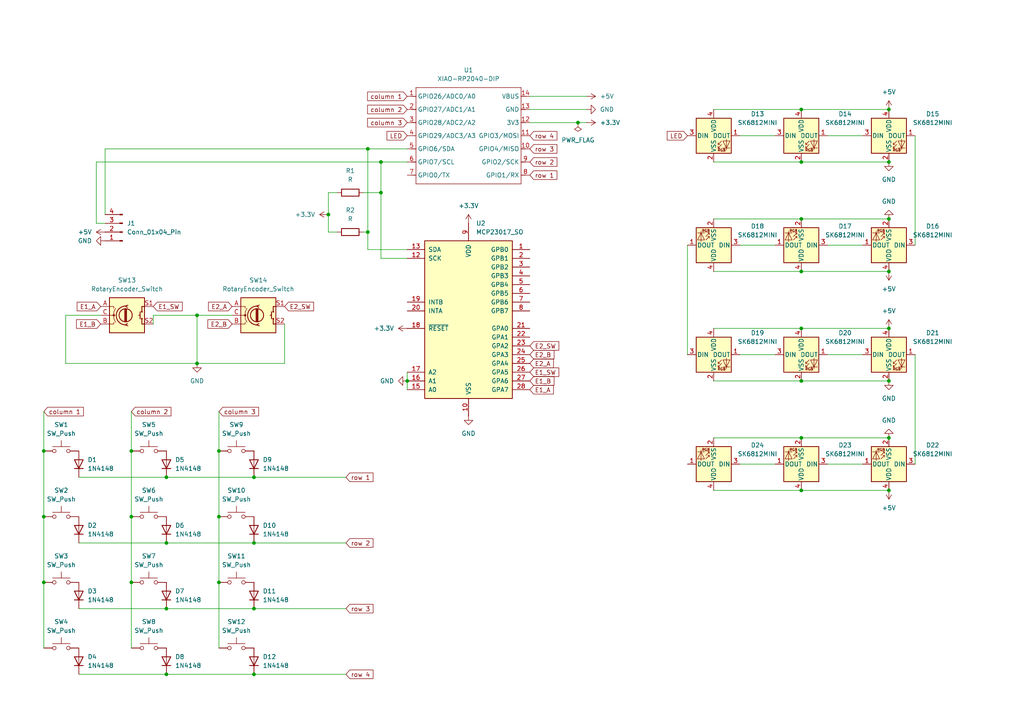
<source format=kicad_sch>
(kicad_sch
	(version 20231120)
	(generator "eeschema")
	(generator_version "8.0")
	(uuid "99fbc42e-9aac-4290-9beb-cdac6931de71")
	(paper "A4")
	(title_block
		(date "2025-02-09")
	)
	(lib_symbols
		(symbol "Connector:Conn_01x04_Pin"
			(pin_names
				(offset 1.016) hide)
			(exclude_from_sim no)
			(in_bom yes)
			(on_board yes)
			(property "Reference" "J"
				(at 0 5.08 0)
				(effects
					(font
						(size 1.27 1.27)
					)
				)
			)
			(property "Value" "Conn_01x04_Pin"
				(at 0 -7.62 0)
				(effects
					(font
						(size 1.27 1.27)
					)
				)
			)
			(property "Footprint" ""
				(at 0 0 0)
				(effects
					(font
						(size 1.27 1.27)
					)
					(hide yes)
				)
			)
			(property "Datasheet" "~"
				(at 0 0 0)
				(effects
					(font
						(size 1.27 1.27)
					)
					(hide yes)
				)
			)
			(property "Description" "Generic connector, single row, 01x04, script generated"
				(at 0 0 0)
				(effects
					(font
						(size 1.27 1.27)
					)
					(hide yes)
				)
			)
			(property "ki_locked" ""
				(at 0 0 0)
				(effects
					(font
						(size 1.27 1.27)
					)
				)
			)
			(property "ki_keywords" "connector"
				(at 0 0 0)
				(effects
					(font
						(size 1.27 1.27)
					)
					(hide yes)
				)
			)
			(property "ki_fp_filters" "Connector*:*_1x??_*"
				(at 0 0 0)
				(effects
					(font
						(size 1.27 1.27)
					)
					(hide yes)
				)
			)
			(symbol "Conn_01x04_Pin_1_1"
				(polyline
					(pts
						(xy 1.27 -5.08) (xy 0.8636 -5.08)
					)
					(stroke
						(width 0.1524)
						(type default)
					)
					(fill
						(type none)
					)
				)
				(polyline
					(pts
						(xy 1.27 -2.54) (xy 0.8636 -2.54)
					)
					(stroke
						(width 0.1524)
						(type default)
					)
					(fill
						(type none)
					)
				)
				(polyline
					(pts
						(xy 1.27 0) (xy 0.8636 0)
					)
					(stroke
						(width 0.1524)
						(type default)
					)
					(fill
						(type none)
					)
				)
				(polyline
					(pts
						(xy 1.27 2.54) (xy 0.8636 2.54)
					)
					(stroke
						(width 0.1524)
						(type default)
					)
					(fill
						(type none)
					)
				)
				(rectangle
					(start 0.8636 -4.953)
					(end 0 -5.207)
					(stroke
						(width 0.1524)
						(type default)
					)
					(fill
						(type outline)
					)
				)
				(rectangle
					(start 0.8636 -2.413)
					(end 0 -2.667)
					(stroke
						(width 0.1524)
						(type default)
					)
					(fill
						(type outline)
					)
				)
				(rectangle
					(start 0.8636 0.127)
					(end 0 -0.127)
					(stroke
						(width 0.1524)
						(type default)
					)
					(fill
						(type outline)
					)
				)
				(rectangle
					(start 0.8636 2.667)
					(end 0 2.413)
					(stroke
						(width 0.1524)
						(type default)
					)
					(fill
						(type outline)
					)
				)
				(pin passive line
					(at 5.08 2.54 180)
					(length 3.81)
					(name "Pin_1"
						(effects
							(font
								(size 1.27 1.27)
							)
						)
					)
					(number "1"
						(effects
							(font
								(size 1.27 1.27)
							)
						)
					)
				)
				(pin passive line
					(at 5.08 0 180)
					(length 3.81)
					(name "Pin_2"
						(effects
							(font
								(size 1.27 1.27)
							)
						)
					)
					(number "2"
						(effects
							(font
								(size 1.27 1.27)
							)
						)
					)
				)
				(pin passive line
					(at 5.08 -2.54 180)
					(length 3.81)
					(name "Pin_3"
						(effects
							(font
								(size 1.27 1.27)
							)
						)
					)
					(number "3"
						(effects
							(font
								(size 1.27 1.27)
							)
						)
					)
				)
				(pin passive line
					(at 5.08 -5.08 180)
					(length 3.81)
					(name "Pin_4"
						(effects
							(font
								(size 1.27 1.27)
							)
						)
					)
					(number "4"
						(effects
							(font
								(size 1.27 1.27)
							)
						)
					)
				)
			)
		)
		(symbol "Device:R"
			(pin_numbers hide)
			(pin_names
				(offset 0)
			)
			(exclude_from_sim no)
			(in_bom yes)
			(on_board yes)
			(property "Reference" "R"
				(at 2.032 0 90)
				(effects
					(font
						(size 1.27 1.27)
					)
				)
			)
			(property "Value" "R"
				(at 0 0 90)
				(effects
					(font
						(size 1.27 1.27)
					)
				)
			)
			(property "Footprint" ""
				(at -1.778 0 90)
				(effects
					(font
						(size 1.27 1.27)
					)
					(hide yes)
				)
			)
			(property "Datasheet" "~"
				(at 0 0 0)
				(effects
					(font
						(size 1.27 1.27)
					)
					(hide yes)
				)
			)
			(property "Description" "Resistor"
				(at 0 0 0)
				(effects
					(font
						(size 1.27 1.27)
					)
					(hide yes)
				)
			)
			(property "ki_keywords" "R res resistor"
				(at 0 0 0)
				(effects
					(font
						(size 1.27 1.27)
					)
					(hide yes)
				)
			)
			(property "ki_fp_filters" "R_*"
				(at 0 0 0)
				(effects
					(font
						(size 1.27 1.27)
					)
					(hide yes)
				)
			)
			(symbol "R_0_1"
				(rectangle
					(start -1.016 -2.54)
					(end 1.016 2.54)
					(stroke
						(width 0.254)
						(type default)
					)
					(fill
						(type none)
					)
				)
			)
			(symbol "R_1_1"
				(pin passive line
					(at 0 3.81 270)
					(length 1.27)
					(name "~"
						(effects
							(font
								(size 1.27 1.27)
							)
						)
					)
					(number "1"
						(effects
							(font
								(size 1.27 1.27)
							)
						)
					)
				)
				(pin passive line
					(at 0 -3.81 90)
					(length 1.27)
					(name "~"
						(effects
							(font
								(size 1.27 1.27)
							)
						)
					)
					(number "2"
						(effects
							(font
								(size 1.27 1.27)
							)
						)
					)
				)
			)
		)
		(symbol "Device:RotaryEncoder_Switch"
			(pin_names
				(offset 0.254) hide)
			(exclude_from_sim no)
			(in_bom yes)
			(on_board yes)
			(property "Reference" "SW"
				(at 0 6.604 0)
				(effects
					(font
						(size 1.27 1.27)
					)
				)
			)
			(property "Value" "RotaryEncoder_Switch"
				(at 0 -6.604 0)
				(effects
					(font
						(size 1.27 1.27)
					)
				)
			)
			(property "Footprint" ""
				(at -3.81 4.064 0)
				(effects
					(font
						(size 1.27 1.27)
					)
					(hide yes)
				)
			)
			(property "Datasheet" "~"
				(at 0 6.604 0)
				(effects
					(font
						(size 1.27 1.27)
					)
					(hide yes)
				)
			)
			(property "Description" "Rotary encoder, dual channel, incremental quadrate outputs, with switch"
				(at 0 0 0)
				(effects
					(font
						(size 1.27 1.27)
					)
					(hide yes)
				)
			)
			(property "ki_keywords" "rotary switch encoder switch push button"
				(at 0 0 0)
				(effects
					(font
						(size 1.27 1.27)
					)
					(hide yes)
				)
			)
			(property "ki_fp_filters" "RotaryEncoder*Switch*"
				(at 0 0 0)
				(effects
					(font
						(size 1.27 1.27)
					)
					(hide yes)
				)
			)
			(symbol "RotaryEncoder_Switch_0_1"
				(rectangle
					(start -5.08 5.08)
					(end 5.08 -5.08)
					(stroke
						(width 0.254)
						(type default)
					)
					(fill
						(type background)
					)
				)
				(circle
					(center -3.81 0)
					(radius 0.254)
					(stroke
						(width 0)
						(type default)
					)
					(fill
						(type outline)
					)
				)
				(circle
					(center -0.381 0)
					(radius 1.905)
					(stroke
						(width 0.254)
						(type default)
					)
					(fill
						(type none)
					)
				)
				(arc
					(start -0.381 2.667)
					(mid -3.0988 -0.0635)
					(end -0.381 -2.794)
					(stroke
						(width 0.254)
						(type default)
					)
					(fill
						(type none)
					)
				)
				(polyline
					(pts
						(xy -0.635 -1.778) (xy -0.635 1.778)
					)
					(stroke
						(width 0.254)
						(type default)
					)
					(fill
						(type none)
					)
				)
				(polyline
					(pts
						(xy -0.381 -1.778) (xy -0.381 1.778)
					)
					(stroke
						(width 0.254)
						(type default)
					)
					(fill
						(type none)
					)
				)
				(polyline
					(pts
						(xy -0.127 1.778) (xy -0.127 -1.778)
					)
					(stroke
						(width 0.254)
						(type default)
					)
					(fill
						(type none)
					)
				)
				(polyline
					(pts
						(xy 3.81 0) (xy 3.429 0)
					)
					(stroke
						(width 0.254)
						(type default)
					)
					(fill
						(type none)
					)
				)
				(polyline
					(pts
						(xy 3.81 1.016) (xy 3.81 -1.016)
					)
					(stroke
						(width 0.254)
						(type default)
					)
					(fill
						(type none)
					)
				)
				(polyline
					(pts
						(xy -5.08 -2.54) (xy -3.81 -2.54) (xy -3.81 -2.032)
					)
					(stroke
						(width 0)
						(type default)
					)
					(fill
						(type none)
					)
				)
				(polyline
					(pts
						(xy -5.08 2.54) (xy -3.81 2.54) (xy -3.81 2.032)
					)
					(stroke
						(width 0)
						(type default)
					)
					(fill
						(type none)
					)
				)
				(polyline
					(pts
						(xy 0.254 -3.048) (xy -0.508 -2.794) (xy 0.127 -2.413)
					)
					(stroke
						(width 0.254)
						(type default)
					)
					(fill
						(type none)
					)
				)
				(polyline
					(pts
						(xy 0.254 2.921) (xy -0.508 2.667) (xy 0.127 2.286)
					)
					(stroke
						(width 0.254)
						(type default)
					)
					(fill
						(type none)
					)
				)
				(polyline
					(pts
						(xy 5.08 -2.54) (xy 4.318 -2.54) (xy 4.318 -1.016)
					)
					(stroke
						(width 0.254)
						(type default)
					)
					(fill
						(type none)
					)
				)
				(polyline
					(pts
						(xy 5.08 2.54) (xy 4.318 2.54) (xy 4.318 1.016)
					)
					(stroke
						(width 0.254)
						(type default)
					)
					(fill
						(type none)
					)
				)
				(polyline
					(pts
						(xy -5.08 0) (xy -3.81 0) (xy -3.81 -1.016) (xy -3.302 -2.032)
					)
					(stroke
						(width 0)
						(type default)
					)
					(fill
						(type none)
					)
				)
				(polyline
					(pts
						(xy -4.318 0) (xy -3.81 0) (xy -3.81 1.016) (xy -3.302 2.032)
					)
					(stroke
						(width 0)
						(type default)
					)
					(fill
						(type none)
					)
				)
				(circle
					(center 4.318 -1.016)
					(radius 0.127)
					(stroke
						(width 0.254)
						(type default)
					)
					(fill
						(type none)
					)
				)
				(circle
					(center 4.318 1.016)
					(radius 0.127)
					(stroke
						(width 0.254)
						(type default)
					)
					(fill
						(type none)
					)
				)
			)
			(symbol "RotaryEncoder_Switch_1_1"
				(pin passive line
					(at -7.62 2.54 0)
					(length 2.54)
					(name "A"
						(effects
							(font
								(size 1.27 1.27)
							)
						)
					)
					(number "A"
						(effects
							(font
								(size 1.27 1.27)
							)
						)
					)
				)
				(pin passive line
					(at -7.62 -2.54 0)
					(length 2.54)
					(name "B"
						(effects
							(font
								(size 1.27 1.27)
							)
						)
					)
					(number "B"
						(effects
							(font
								(size 1.27 1.27)
							)
						)
					)
				)
				(pin passive line
					(at -7.62 0 0)
					(length 2.54)
					(name "C"
						(effects
							(font
								(size 1.27 1.27)
							)
						)
					)
					(number "C"
						(effects
							(font
								(size 1.27 1.27)
							)
						)
					)
				)
				(pin passive line
					(at 7.62 2.54 180)
					(length 2.54)
					(name "S1"
						(effects
							(font
								(size 1.27 1.27)
							)
						)
					)
					(number "S1"
						(effects
							(font
								(size 1.27 1.27)
							)
						)
					)
				)
				(pin passive line
					(at 7.62 -2.54 180)
					(length 2.54)
					(name "S2"
						(effects
							(font
								(size 1.27 1.27)
							)
						)
					)
					(number "S2"
						(effects
							(font
								(size 1.27 1.27)
							)
						)
					)
				)
			)
		)
		(symbol "Diode:1N4148"
			(pin_numbers hide)
			(pin_names hide)
			(exclude_from_sim no)
			(in_bom yes)
			(on_board yes)
			(property "Reference" "D"
				(at 0 2.54 0)
				(effects
					(font
						(size 1.27 1.27)
					)
				)
			)
			(property "Value" "1N4148"
				(at 0 -2.54 0)
				(effects
					(font
						(size 1.27 1.27)
					)
				)
			)
			(property "Footprint" "Diode_THT:D_DO-35_SOD27_P7.62mm_Horizontal"
				(at 0 0 0)
				(effects
					(font
						(size 1.27 1.27)
					)
					(hide yes)
				)
			)
			(property "Datasheet" "https://assets.nexperia.com/documents/data-sheet/1N4148_1N4448.pdf"
				(at 0 0 0)
				(effects
					(font
						(size 1.27 1.27)
					)
					(hide yes)
				)
			)
			(property "Description" "100V 0.15A standard switching diode, DO-35"
				(at 0 0 0)
				(effects
					(font
						(size 1.27 1.27)
					)
					(hide yes)
				)
			)
			(property "Sim.Device" "D"
				(at 0 0 0)
				(effects
					(font
						(size 1.27 1.27)
					)
					(hide yes)
				)
			)
			(property "Sim.Pins" "1=K 2=A"
				(at 0 0 0)
				(effects
					(font
						(size 1.27 1.27)
					)
					(hide yes)
				)
			)
			(property "ki_keywords" "diode"
				(at 0 0 0)
				(effects
					(font
						(size 1.27 1.27)
					)
					(hide yes)
				)
			)
			(property "ki_fp_filters" "D*DO?35*"
				(at 0 0 0)
				(effects
					(font
						(size 1.27 1.27)
					)
					(hide yes)
				)
			)
			(symbol "1N4148_0_1"
				(polyline
					(pts
						(xy -1.27 1.27) (xy -1.27 -1.27)
					)
					(stroke
						(width 0.254)
						(type default)
					)
					(fill
						(type none)
					)
				)
				(polyline
					(pts
						(xy 1.27 0) (xy -1.27 0)
					)
					(stroke
						(width 0)
						(type default)
					)
					(fill
						(type none)
					)
				)
				(polyline
					(pts
						(xy 1.27 1.27) (xy 1.27 -1.27) (xy -1.27 0) (xy 1.27 1.27)
					)
					(stroke
						(width 0.254)
						(type default)
					)
					(fill
						(type none)
					)
				)
			)
			(symbol "1N4148_1_1"
				(pin passive line
					(at -3.81 0 0)
					(length 2.54)
					(name "K"
						(effects
							(font
								(size 1.27 1.27)
							)
						)
					)
					(number "1"
						(effects
							(font
								(size 1.27 1.27)
							)
						)
					)
				)
				(pin passive line
					(at 3.81 0 180)
					(length 2.54)
					(name "A"
						(effects
							(font
								(size 1.27 1.27)
							)
						)
					)
					(number "2"
						(effects
							(font
								(size 1.27 1.27)
							)
						)
					)
				)
			)
		)
		(symbol "Interface_Expansion:MCP23017_SO"
			(pin_names
				(offset 1.016)
			)
			(exclude_from_sim no)
			(in_bom yes)
			(on_board yes)
			(property "Reference" "U"
				(at -11.43 24.13 0)
				(effects
					(font
						(size 1.27 1.27)
					)
				)
			)
			(property "Value" "MCP23017_SO"
				(at 0 0 0)
				(effects
					(font
						(size 1.27 1.27)
					)
				)
			)
			(property "Footprint" "Package_SO:SOIC-28W_7.5x17.9mm_P1.27mm"
				(at 5.08 -25.4 0)
				(effects
					(font
						(size 1.27 1.27)
					)
					(justify left)
					(hide yes)
				)
			)
			(property "Datasheet" "https://ww1.microchip.com/downloads/aemDocuments/documents/APID/ProductDocuments/DataSheets/MCP23017-Data-Sheet-DS20001952.pdf"
				(at 5.08 -27.94 0)
				(effects
					(font
						(size 1.27 1.27)
					)
					(justify left)
					(hide yes)
				)
			)
			(property "Description" "16-bit I/O expander, I2C, interrupts, w pull-ups, GPA/B7 output only (https://microchip.my.site.com/s/article/GPA7---GPB7-Cannot-Be-Used-as-Inputs-In-MCP23017),  SOIC-28"
				(at 0 0 0)
				(effects
					(font
						(size 1.27 1.27)
					)
					(hide yes)
				)
			)
			(property "ki_keywords" "I2C parallel port expander"
				(at 0 0 0)
				(effects
					(font
						(size 1.27 1.27)
					)
					(hide yes)
				)
			)
			(property "ki_fp_filters" "SOIC*7.5x17.9mm*P1.27mm*"
				(at 0 0 0)
				(effects
					(font
						(size 1.27 1.27)
					)
					(hide yes)
				)
			)
			(symbol "MCP23017_SO_0_1"
				(rectangle
					(start -12.7 22.86)
					(end 12.7 -22.86)
					(stroke
						(width 0.254)
						(type default)
					)
					(fill
						(type background)
					)
				)
			)
			(symbol "MCP23017_SO_1_1"
				(pin bidirectional line
					(at 17.78 20.32 180)
					(length 5.08)
					(name "GPB0"
						(effects
							(font
								(size 1.27 1.27)
							)
						)
					)
					(number "1"
						(effects
							(font
								(size 1.27 1.27)
							)
						)
					)
				)
				(pin power_in line
					(at 0 -27.94 90)
					(length 5.08)
					(name "VSS"
						(effects
							(font
								(size 1.27 1.27)
							)
						)
					)
					(number "10"
						(effects
							(font
								(size 1.27 1.27)
							)
						)
					)
				)
				(pin no_connect line
					(at -12.7 15.24 0)
					(length 5.08) hide
					(name "NC"
						(effects
							(font
								(size 1.27 1.27)
							)
						)
					)
					(number "11"
						(effects
							(font
								(size 1.27 1.27)
							)
						)
					)
				)
				(pin input line
					(at -17.78 17.78 0)
					(length 5.08)
					(name "SCK"
						(effects
							(font
								(size 1.27 1.27)
							)
						)
					)
					(number "12"
						(effects
							(font
								(size 1.27 1.27)
							)
						)
					)
				)
				(pin bidirectional line
					(at -17.78 20.32 0)
					(length 5.08)
					(name "SDA"
						(effects
							(font
								(size 1.27 1.27)
							)
						)
					)
					(number "13"
						(effects
							(font
								(size 1.27 1.27)
							)
						)
					)
				)
				(pin no_connect line
					(at -12.7 12.7 0)
					(length 5.08) hide
					(name "NC"
						(effects
							(font
								(size 1.27 1.27)
							)
						)
					)
					(number "14"
						(effects
							(font
								(size 1.27 1.27)
							)
						)
					)
				)
				(pin input line
					(at -17.78 -20.32 0)
					(length 5.08)
					(name "A0"
						(effects
							(font
								(size 1.27 1.27)
							)
						)
					)
					(number "15"
						(effects
							(font
								(size 1.27 1.27)
							)
						)
					)
				)
				(pin input line
					(at -17.78 -17.78 0)
					(length 5.08)
					(name "A1"
						(effects
							(font
								(size 1.27 1.27)
							)
						)
					)
					(number "16"
						(effects
							(font
								(size 1.27 1.27)
							)
						)
					)
				)
				(pin input line
					(at -17.78 -15.24 0)
					(length 5.08)
					(name "A2"
						(effects
							(font
								(size 1.27 1.27)
							)
						)
					)
					(number "17"
						(effects
							(font
								(size 1.27 1.27)
							)
						)
					)
				)
				(pin input line
					(at -17.78 -2.54 0)
					(length 5.08)
					(name "~{RESET}"
						(effects
							(font
								(size 1.27 1.27)
							)
						)
					)
					(number "18"
						(effects
							(font
								(size 1.27 1.27)
							)
						)
					)
				)
				(pin tri_state line
					(at -17.78 5.08 0)
					(length 5.08)
					(name "INTB"
						(effects
							(font
								(size 1.27 1.27)
							)
						)
					)
					(number "19"
						(effects
							(font
								(size 1.27 1.27)
							)
						)
					)
				)
				(pin bidirectional line
					(at 17.78 17.78 180)
					(length 5.08)
					(name "GPB1"
						(effects
							(font
								(size 1.27 1.27)
							)
						)
					)
					(number "2"
						(effects
							(font
								(size 1.27 1.27)
							)
						)
					)
				)
				(pin tri_state line
					(at -17.78 2.54 0)
					(length 5.08)
					(name "INTA"
						(effects
							(font
								(size 1.27 1.27)
							)
						)
					)
					(number "20"
						(effects
							(font
								(size 1.27 1.27)
							)
						)
					)
				)
				(pin bidirectional line
					(at 17.78 -2.54 180)
					(length 5.08)
					(name "GPA0"
						(effects
							(font
								(size 1.27 1.27)
							)
						)
					)
					(number "21"
						(effects
							(font
								(size 1.27 1.27)
							)
						)
					)
				)
				(pin bidirectional line
					(at 17.78 -5.08 180)
					(length 5.08)
					(name "GPA1"
						(effects
							(font
								(size 1.27 1.27)
							)
						)
					)
					(number "22"
						(effects
							(font
								(size 1.27 1.27)
							)
						)
					)
				)
				(pin bidirectional line
					(at 17.78 -7.62 180)
					(length 5.08)
					(name "GPA2"
						(effects
							(font
								(size 1.27 1.27)
							)
						)
					)
					(number "23"
						(effects
							(font
								(size 1.27 1.27)
							)
						)
					)
				)
				(pin bidirectional line
					(at 17.78 -10.16 180)
					(length 5.08)
					(name "GPA3"
						(effects
							(font
								(size 1.27 1.27)
							)
						)
					)
					(number "24"
						(effects
							(font
								(size 1.27 1.27)
							)
						)
					)
				)
				(pin bidirectional line
					(at 17.78 -12.7 180)
					(length 5.08)
					(name "GPA4"
						(effects
							(font
								(size 1.27 1.27)
							)
						)
					)
					(number "25"
						(effects
							(font
								(size 1.27 1.27)
							)
						)
					)
				)
				(pin bidirectional line
					(at 17.78 -15.24 180)
					(length 5.08)
					(name "GPA5"
						(effects
							(font
								(size 1.27 1.27)
							)
						)
					)
					(number "26"
						(effects
							(font
								(size 1.27 1.27)
							)
						)
					)
				)
				(pin bidirectional line
					(at 17.78 -17.78 180)
					(length 5.08)
					(name "GPA6"
						(effects
							(font
								(size 1.27 1.27)
							)
						)
					)
					(number "27"
						(effects
							(font
								(size 1.27 1.27)
							)
						)
					)
				)
				(pin output line
					(at 17.78 -20.32 180)
					(length 5.08)
					(name "GPA7"
						(effects
							(font
								(size 1.27 1.27)
							)
						)
					)
					(number "28"
						(effects
							(font
								(size 1.27 1.27)
							)
						)
					)
				)
				(pin bidirectional line
					(at 17.78 15.24 180)
					(length 5.08)
					(name "GPB2"
						(effects
							(font
								(size 1.27 1.27)
							)
						)
					)
					(number "3"
						(effects
							(font
								(size 1.27 1.27)
							)
						)
					)
				)
				(pin bidirectional line
					(at 17.78 12.7 180)
					(length 5.08)
					(name "GPB3"
						(effects
							(font
								(size 1.27 1.27)
							)
						)
					)
					(number "4"
						(effects
							(font
								(size 1.27 1.27)
							)
						)
					)
				)
				(pin bidirectional line
					(at 17.78 10.16 180)
					(length 5.08)
					(name "GPB4"
						(effects
							(font
								(size 1.27 1.27)
							)
						)
					)
					(number "5"
						(effects
							(font
								(size 1.27 1.27)
							)
						)
					)
				)
				(pin bidirectional line
					(at 17.78 7.62 180)
					(length 5.08)
					(name "GPB5"
						(effects
							(font
								(size 1.27 1.27)
							)
						)
					)
					(number "6"
						(effects
							(font
								(size 1.27 1.27)
							)
						)
					)
				)
				(pin bidirectional line
					(at 17.78 5.08 180)
					(length 5.08)
					(name "GPB6"
						(effects
							(font
								(size 1.27 1.27)
							)
						)
					)
					(number "7"
						(effects
							(font
								(size 1.27 1.27)
							)
						)
					)
				)
				(pin output line
					(at 17.78 2.54 180)
					(length 5.08)
					(name "GPB7"
						(effects
							(font
								(size 1.27 1.27)
							)
						)
					)
					(number "8"
						(effects
							(font
								(size 1.27 1.27)
							)
						)
					)
				)
				(pin power_in line
					(at 0 27.94 270)
					(length 5.08)
					(name "VDD"
						(effects
							(font
								(size 1.27 1.27)
							)
						)
					)
					(number "9"
						(effects
							(font
								(size 1.27 1.27)
							)
						)
					)
				)
			)
		)
		(symbol "LED:SK6812MINI"
			(pin_names
				(offset 0.254)
			)
			(exclude_from_sim no)
			(in_bom yes)
			(on_board yes)
			(property "Reference" "D"
				(at 5.08 5.715 0)
				(effects
					(font
						(size 1.27 1.27)
					)
					(justify right bottom)
				)
			)
			(property "Value" "SK6812MINI"
				(at 1.27 -5.715 0)
				(effects
					(font
						(size 1.27 1.27)
					)
					(justify left top)
				)
			)
			(property "Footprint" "LED_SMD:LED_SK6812MINI_PLCC4_3.5x3.5mm_P1.75mm"
				(at 1.27 -7.62 0)
				(effects
					(font
						(size 1.27 1.27)
					)
					(justify left top)
					(hide yes)
				)
			)
			(property "Datasheet" "https://cdn-shop.adafruit.com/product-files/2686/SK6812MINI_REV.01-1-2.pdf"
				(at 2.54 -9.525 0)
				(effects
					(font
						(size 1.27 1.27)
					)
					(justify left top)
					(hide yes)
				)
			)
			(property "Description" "RGB LED with integrated controller"
				(at 0 0 0)
				(effects
					(font
						(size 1.27 1.27)
					)
					(hide yes)
				)
			)
			(property "ki_keywords" "RGB LED NeoPixel Mini addressable"
				(at 0 0 0)
				(effects
					(font
						(size 1.27 1.27)
					)
					(hide yes)
				)
			)
			(property "ki_fp_filters" "LED*SK6812MINI*PLCC*3.5x3.5mm*P1.75mm*"
				(at 0 0 0)
				(effects
					(font
						(size 1.27 1.27)
					)
					(hide yes)
				)
			)
			(symbol "SK6812MINI_0_0"
				(text "RGB"
					(at 2.286 -4.191 0)
					(effects
						(font
							(size 0.762 0.762)
						)
					)
				)
			)
			(symbol "SK6812MINI_0_1"
				(polyline
					(pts
						(xy 1.27 -3.556) (xy 1.778 -3.556)
					)
					(stroke
						(width 0)
						(type default)
					)
					(fill
						(type none)
					)
				)
				(polyline
					(pts
						(xy 1.27 -2.54) (xy 1.778 -2.54)
					)
					(stroke
						(width 0)
						(type default)
					)
					(fill
						(type none)
					)
				)
				(polyline
					(pts
						(xy 4.699 -3.556) (xy 2.667 -3.556)
					)
					(stroke
						(width 0)
						(type default)
					)
					(fill
						(type none)
					)
				)
				(polyline
					(pts
						(xy 2.286 -2.54) (xy 1.27 -3.556) (xy 1.27 -3.048)
					)
					(stroke
						(width 0)
						(type default)
					)
					(fill
						(type none)
					)
				)
				(polyline
					(pts
						(xy 2.286 -1.524) (xy 1.27 -2.54) (xy 1.27 -2.032)
					)
					(stroke
						(width 0)
						(type default)
					)
					(fill
						(type none)
					)
				)
				(polyline
					(pts
						(xy 3.683 -1.016) (xy 3.683 -3.556) (xy 3.683 -4.064)
					)
					(stroke
						(width 0)
						(type default)
					)
					(fill
						(type none)
					)
				)
				(polyline
					(pts
						(xy 4.699 -1.524) (xy 2.667 -1.524) (xy 3.683 -3.556) (xy 4.699 -1.524)
					)
					(stroke
						(width 0)
						(type default)
					)
					(fill
						(type none)
					)
				)
				(rectangle
					(start 5.08 5.08)
					(end -5.08 -5.08)
					(stroke
						(width 0.254)
						(type default)
					)
					(fill
						(type background)
					)
				)
			)
			(symbol "SK6812MINI_1_1"
				(pin output line
					(at 7.62 0 180)
					(length 2.54)
					(name "DOUT"
						(effects
							(font
								(size 1.27 1.27)
							)
						)
					)
					(number "1"
						(effects
							(font
								(size 1.27 1.27)
							)
						)
					)
				)
				(pin power_in line
					(at 0 -7.62 90)
					(length 2.54)
					(name "VSS"
						(effects
							(font
								(size 1.27 1.27)
							)
						)
					)
					(number "2"
						(effects
							(font
								(size 1.27 1.27)
							)
						)
					)
				)
				(pin input line
					(at -7.62 0 0)
					(length 2.54)
					(name "DIN"
						(effects
							(font
								(size 1.27 1.27)
							)
						)
					)
					(number "3"
						(effects
							(font
								(size 1.27 1.27)
							)
						)
					)
				)
				(pin power_in line
					(at 0 7.62 270)
					(length 2.54)
					(name "VDD"
						(effects
							(font
								(size 1.27 1.27)
							)
						)
					)
					(number "4"
						(effects
							(font
								(size 1.27 1.27)
							)
						)
					)
				)
			)
		)
		(symbol "OPL:XIAO-RP2040-DIP"
			(exclude_from_sim no)
			(in_bom yes)
			(on_board yes)
			(property "Reference" "U"
				(at 0 0 0)
				(effects
					(font
						(size 1.27 1.27)
					)
				)
			)
			(property "Value" "XIAO-RP2040-DIP"
				(at 5.334 -1.778 0)
				(effects
					(font
						(size 1.27 1.27)
					)
				)
			)
			(property "Footprint" "Module:MOUDLE14P-XIAO-DIP-SMD"
				(at 14.478 -32.258 0)
				(effects
					(font
						(size 1.27 1.27)
					)
					(hide yes)
				)
			)
			(property "Datasheet" ""
				(at 0 0 0)
				(effects
					(font
						(size 1.27 1.27)
					)
					(hide yes)
				)
			)
			(property "Description" ""
				(at 0 0 0)
				(effects
					(font
						(size 1.27 1.27)
					)
					(hide yes)
				)
			)
			(symbol "XIAO-RP2040-DIP_1_0"
				(polyline
					(pts
						(xy -1.27 -30.48) (xy -1.27 -16.51)
					)
					(stroke
						(width 0.1524)
						(type solid)
					)
					(fill
						(type none)
					)
				)
				(polyline
					(pts
						(xy -1.27 -27.94) (xy -2.54 -27.94)
					)
					(stroke
						(width 0.1524)
						(type solid)
					)
					(fill
						(type none)
					)
				)
				(polyline
					(pts
						(xy -1.27 -24.13) (xy -2.54 -24.13)
					)
					(stroke
						(width 0.1524)
						(type solid)
					)
					(fill
						(type none)
					)
				)
				(polyline
					(pts
						(xy -1.27 -20.32) (xy -2.54 -20.32)
					)
					(stroke
						(width 0.1524)
						(type solid)
					)
					(fill
						(type none)
					)
				)
				(polyline
					(pts
						(xy -1.27 -16.51) (xy -2.54 -16.51)
					)
					(stroke
						(width 0.1524)
						(type solid)
					)
					(fill
						(type none)
					)
				)
				(polyline
					(pts
						(xy -1.27 -16.51) (xy -1.27 -12.7)
					)
					(stroke
						(width 0.1524)
						(type solid)
					)
					(fill
						(type none)
					)
				)
				(polyline
					(pts
						(xy -1.27 -12.7) (xy -2.54 -12.7)
					)
					(stroke
						(width 0.1524)
						(type solid)
					)
					(fill
						(type none)
					)
				)
				(polyline
					(pts
						(xy -1.27 -12.7) (xy -1.27 -8.89)
					)
					(stroke
						(width 0.1524)
						(type solid)
					)
					(fill
						(type none)
					)
				)
				(polyline
					(pts
						(xy -1.27 -8.89) (xy -2.54 -8.89)
					)
					(stroke
						(width 0.1524)
						(type solid)
					)
					(fill
						(type none)
					)
				)
				(polyline
					(pts
						(xy -1.27 -8.89) (xy -1.27 -5.08)
					)
					(stroke
						(width 0.1524)
						(type solid)
					)
					(fill
						(type none)
					)
				)
				(polyline
					(pts
						(xy -1.27 -5.08) (xy -2.54 -5.08)
					)
					(stroke
						(width 0.1524)
						(type solid)
					)
					(fill
						(type none)
					)
				)
				(polyline
					(pts
						(xy -1.27 -5.08) (xy -1.27 -2.54)
					)
					(stroke
						(width 0.1524)
						(type solid)
					)
					(fill
						(type none)
					)
				)
				(polyline
					(pts
						(xy -1.27 -2.54) (xy 29.21 -2.54)
					)
					(stroke
						(width 0.1524)
						(type solid)
					)
					(fill
						(type none)
					)
				)
				(polyline
					(pts
						(xy 29.21 -30.48) (xy -1.27 -30.48)
					)
					(stroke
						(width 0.1524)
						(type solid)
					)
					(fill
						(type none)
					)
				)
				(polyline
					(pts
						(xy 29.21 -12.7) (xy 29.21 -30.48)
					)
					(stroke
						(width 0.1524)
						(type solid)
					)
					(fill
						(type none)
					)
				)
				(polyline
					(pts
						(xy 29.21 -8.89) (xy 29.21 -12.7)
					)
					(stroke
						(width 0.1524)
						(type solid)
					)
					(fill
						(type none)
					)
				)
				(polyline
					(pts
						(xy 29.21 -5.08) (xy 29.21 -8.89)
					)
					(stroke
						(width 0.1524)
						(type solid)
					)
					(fill
						(type none)
					)
				)
				(polyline
					(pts
						(xy 29.21 -2.54) (xy 29.21 -5.08)
					)
					(stroke
						(width 0.1524)
						(type solid)
					)
					(fill
						(type none)
					)
				)
				(polyline
					(pts
						(xy 30.48 -27.94) (xy 29.21 -27.94)
					)
					(stroke
						(width 0.1524)
						(type solid)
					)
					(fill
						(type none)
					)
				)
				(polyline
					(pts
						(xy 30.48 -24.13) (xy 29.21 -24.13)
					)
					(stroke
						(width 0.1524)
						(type solid)
					)
					(fill
						(type none)
					)
				)
				(polyline
					(pts
						(xy 30.48 -20.32) (xy 29.21 -20.32)
					)
					(stroke
						(width 0.1524)
						(type solid)
					)
					(fill
						(type none)
					)
				)
				(polyline
					(pts
						(xy 30.48 -16.51) (xy 29.21 -16.51)
					)
					(stroke
						(width 0.1524)
						(type solid)
					)
					(fill
						(type none)
					)
				)
				(polyline
					(pts
						(xy 30.48 -12.7) (xy 29.21 -12.7)
					)
					(stroke
						(width 0.1524)
						(type solid)
					)
					(fill
						(type none)
					)
				)
				(polyline
					(pts
						(xy 30.48 -8.89) (xy 29.21 -8.89)
					)
					(stroke
						(width 0.1524)
						(type solid)
					)
					(fill
						(type none)
					)
				)
				(polyline
					(pts
						(xy 30.48 -5.08) (xy 29.21 -5.08)
					)
					(stroke
						(width 0.1524)
						(type solid)
					)
					(fill
						(type none)
					)
				)
				(pin passive line
					(at -3.81 -5.08 0)
					(length 2.54)
					(name "GPIO26/ADC0/A0"
						(effects
							(font
								(size 1.27 1.27)
							)
						)
					)
					(number "1"
						(effects
							(font
								(size 1.27 1.27)
							)
						)
					)
				)
				(pin passive line
					(at 31.75 -20.32 180)
					(length 2.54)
					(name "GPIO4/MISO"
						(effects
							(font
								(size 1.27 1.27)
							)
						)
					)
					(number "10"
						(effects
							(font
								(size 1.27 1.27)
							)
						)
					)
				)
				(pin passive line
					(at 31.75 -16.51 180)
					(length 2.54)
					(name "GPIO3/MOSI"
						(effects
							(font
								(size 1.27 1.27)
							)
						)
					)
					(number "11"
						(effects
							(font
								(size 1.27 1.27)
							)
						)
					)
				)
				(pin passive line
					(at 31.75 -12.7 180)
					(length 2.54)
					(name "3V3"
						(effects
							(font
								(size 1.27 1.27)
							)
						)
					)
					(number "12"
						(effects
							(font
								(size 1.27 1.27)
							)
						)
					)
				)
				(pin passive line
					(at 31.75 -8.89 180)
					(length 2.54)
					(name "GND"
						(effects
							(font
								(size 1.27 1.27)
							)
						)
					)
					(number "13"
						(effects
							(font
								(size 1.27 1.27)
							)
						)
					)
				)
				(pin passive line
					(at 31.75 -5.08 180)
					(length 2.54)
					(name "VBUS"
						(effects
							(font
								(size 1.27 1.27)
							)
						)
					)
					(number "14"
						(effects
							(font
								(size 1.27 1.27)
							)
						)
					)
				)
				(pin passive line
					(at -3.81 -8.89 0)
					(length 2.54)
					(name "GPIO27/ADC1/A1"
						(effects
							(font
								(size 1.27 1.27)
							)
						)
					)
					(number "2"
						(effects
							(font
								(size 1.27 1.27)
							)
						)
					)
				)
				(pin passive line
					(at -3.81 -12.7 0)
					(length 2.54)
					(name "GPIO28/ADC2/A2"
						(effects
							(font
								(size 1.27 1.27)
							)
						)
					)
					(number "3"
						(effects
							(font
								(size 1.27 1.27)
							)
						)
					)
				)
				(pin passive line
					(at -3.81 -16.51 0)
					(length 2.54)
					(name "GPIO29/ADC3/A3"
						(effects
							(font
								(size 1.27 1.27)
							)
						)
					)
					(number "4"
						(effects
							(font
								(size 1.27 1.27)
							)
						)
					)
				)
				(pin passive line
					(at -3.81 -20.32 0)
					(length 2.54)
					(name "GPIO6/SDA"
						(effects
							(font
								(size 1.27 1.27)
							)
						)
					)
					(number "5"
						(effects
							(font
								(size 1.27 1.27)
							)
						)
					)
				)
				(pin passive line
					(at -3.81 -24.13 0)
					(length 2.54)
					(name "GPIO7/SCL"
						(effects
							(font
								(size 1.27 1.27)
							)
						)
					)
					(number "6"
						(effects
							(font
								(size 1.27 1.27)
							)
						)
					)
				)
				(pin passive line
					(at -3.81 -27.94 0)
					(length 2.54)
					(name "GPIO0/TX"
						(effects
							(font
								(size 1.27 1.27)
							)
						)
					)
					(number "7"
						(effects
							(font
								(size 1.27 1.27)
							)
						)
					)
				)
				(pin passive line
					(at 31.75 -27.94 180)
					(length 2.54)
					(name "GPIO1/RX"
						(effects
							(font
								(size 1.27 1.27)
							)
						)
					)
					(number "8"
						(effects
							(font
								(size 1.27 1.27)
							)
						)
					)
				)
				(pin passive line
					(at 31.75 -24.13 180)
					(length 2.54)
					(name "GPIO2/SCK"
						(effects
							(font
								(size 1.27 1.27)
							)
						)
					)
					(number "9"
						(effects
							(font
								(size 1.27 1.27)
							)
						)
					)
				)
			)
		)
		(symbol "Switch:SW_Push"
			(pin_numbers hide)
			(pin_names
				(offset 1.016) hide)
			(exclude_from_sim no)
			(in_bom yes)
			(on_board yes)
			(property "Reference" "SW"
				(at 1.27 2.54 0)
				(effects
					(font
						(size 1.27 1.27)
					)
					(justify left)
				)
			)
			(property "Value" "SW_Push"
				(at 0 -1.524 0)
				(effects
					(font
						(size 1.27 1.27)
					)
				)
			)
			(property "Footprint" ""
				(at 0 5.08 0)
				(effects
					(font
						(size 1.27 1.27)
					)
					(hide yes)
				)
			)
			(property "Datasheet" "~"
				(at 0 5.08 0)
				(effects
					(font
						(size 1.27 1.27)
					)
					(hide yes)
				)
			)
			(property "Description" "Push button switch, generic, two pins"
				(at 0 0 0)
				(effects
					(font
						(size 1.27 1.27)
					)
					(hide yes)
				)
			)
			(property "ki_keywords" "switch normally-open pushbutton push-button"
				(at 0 0 0)
				(effects
					(font
						(size 1.27 1.27)
					)
					(hide yes)
				)
			)
			(symbol "SW_Push_0_1"
				(circle
					(center -2.032 0)
					(radius 0.508)
					(stroke
						(width 0)
						(type default)
					)
					(fill
						(type none)
					)
				)
				(polyline
					(pts
						(xy 0 1.27) (xy 0 3.048)
					)
					(stroke
						(width 0)
						(type default)
					)
					(fill
						(type none)
					)
				)
				(polyline
					(pts
						(xy 2.54 1.27) (xy -2.54 1.27)
					)
					(stroke
						(width 0)
						(type default)
					)
					(fill
						(type none)
					)
				)
				(circle
					(center 2.032 0)
					(radius 0.508)
					(stroke
						(width 0)
						(type default)
					)
					(fill
						(type none)
					)
				)
				(pin passive line
					(at -5.08 0 0)
					(length 2.54)
					(name "1"
						(effects
							(font
								(size 1.27 1.27)
							)
						)
					)
					(number "1"
						(effects
							(font
								(size 1.27 1.27)
							)
						)
					)
				)
				(pin passive line
					(at 5.08 0 180)
					(length 2.54)
					(name "2"
						(effects
							(font
								(size 1.27 1.27)
							)
						)
					)
					(number "2"
						(effects
							(font
								(size 1.27 1.27)
							)
						)
					)
				)
			)
		)
		(symbol "power:+3.3V"
			(power)
			(pin_numbers hide)
			(pin_names
				(offset 0) hide)
			(exclude_from_sim no)
			(in_bom yes)
			(on_board yes)
			(property "Reference" "#PWR"
				(at 0 -3.81 0)
				(effects
					(font
						(size 1.27 1.27)
					)
					(hide yes)
				)
			)
			(property "Value" "+3.3V"
				(at 0 3.556 0)
				(effects
					(font
						(size 1.27 1.27)
					)
				)
			)
			(property "Footprint" ""
				(at 0 0 0)
				(effects
					(font
						(size 1.27 1.27)
					)
					(hide yes)
				)
			)
			(property "Datasheet" ""
				(at 0 0 0)
				(effects
					(font
						(size 1.27 1.27)
					)
					(hide yes)
				)
			)
			(property "Description" "Power symbol creates a global label with name \"+3.3V\""
				(at 0 0 0)
				(effects
					(font
						(size 1.27 1.27)
					)
					(hide yes)
				)
			)
			(property "ki_keywords" "global power"
				(at 0 0 0)
				(effects
					(font
						(size 1.27 1.27)
					)
					(hide yes)
				)
			)
			(symbol "+3.3V_0_1"
				(polyline
					(pts
						(xy -0.762 1.27) (xy 0 2.54)
					)
					(stroke
						(width 0)
						(type default)
					)
					(fill
						(type none)
					)
				)
				(polyline
					(pts
						(xy 0 0) (xy 0 2.54)
					)
					(stroke
						(width 0)
						(type default)
					)
					(fill
						(type none)
					)
				)
				(polyline
					(pts
						(xy 0 2.54) (xy 0.762 1.27)
					)
					(stroke
						(width 0)
						(type default)
					)
					(fill
						(type none)
					)
				)
			)
			(symbol "+3.3V_1_1"
				(pin power_in line
					(at 0 0 90)
					(length 0)
					(name "~"
						(effects
							(font
								(size 1.27 1.27)
							)
						)
					)
					(number "1"
						(effects
							(font
								(size 1.27 1.27)
							)
						)
					)
				)
			)
		)
		(symbol "power:+5V"
			(power)
			(pin_numbers hide)
			(pin_names
				(offset 0) hide)
			(exclude_from_sim no)
			(in_bom yes)
			(on_board yes)
			(property "Reference" "#PWR"
				(at 0 -3.81 0)
				(effects
					(font
						(size 1.27 1.27)
					)
					(hide yes)
				)
			)
			(property "Value" "+5V"
				(at 0 3.556 0)
				(effects
					(font
						(size 1.27 1.27)
					)
				)
			)
			(property "Footprint" ""
				(at 0 0 0)
				(effects
					(font
						(size 1.27 1.27)
					)
					(hide yes)
				)
			)
			(property "Datasheet" ""
				(at 0 0 0)
				(effects
					(font
						(size 1.27 1.27)
					)
					(hide yes)
				)
			)
			(property "Description" "Power symbol creates a global label with name \"+5V\""
				(at 0 0 0)
				(effects
					(font
						(size 1.27 1.27)
					)
					(hide yes)
				)
			)
			(property "ki_keywords" "global power"
				(at 0 0 0)
				(effects
					(font
						(size 1.27 1.27)
					)
					(hide yes)
				)
			)
			(symbol "+5V_0_1"
				(polyline
					(pts
						(xy -0.762 1.27) (xy 0 2.54)
					)
					(stroke
						(width 0)
						(type default)
					)
					(fill
						(type none)
					)
				)
				(polyline
					(pts
						(xy 0 0) (xy 0 2.54)
					)
					(stroke
						(width 0)
						(type default)
					)
					(fill
						(type none)
					)
				)
				(polyline
					(pts
						(xy 0 2.54) (xy 0.762 1.27)
					)
					(stroke
						(width 0)
						(type default)
					)
					(fill
						(type none)
					)
				)
			)
			(symbol "+5V_1_1"
				(pin power_in line
					(at 0 0 90)
					(length 0)
					(name "~"
						(effects
							(font
								(size 1.27 1.27)
							)
						)
					)
					(number "1"
						(effects
							(font
								(size 1.27 1.27)
							)
						)
					)
				)
			)
		)
		(symbol "power:GND"
			(power)
			(pin_numbers hide)
			(pin_names
				(offset 0) hide)
			(exclude_from_sim no)
			(in_bom yes)
			(on_board yes)
			(property "Reference" "#PWR"
				(at 0 -6.35 0)
				(effects
					(font
						(size 1.27 1.27)
					)
					(hide yes)
				)
			)
			(property "Value" "GND"
				(at 0 -3.81 0)
				(effects
					(font
						(size 1.27 1.27)
					)
				)
			)
			(property "Footprint" ""
				(at 0 0 0)
				(effects
					(font
						(size 1.27 1.27)
					)
					(hide yes)
				)
			)
			(property "Datasheet" ""
				(at 0 0 0)
				(effects
					(font
						(size 1.27 1.27)
					)
					(hide yes)
				)
			)
			(property "Description" "Power symbol creates a global label with name \"GND\" , ground"
				(at 0 0 0)
				(effects
					(font
						(size 1.27 1.27)
					)
					(hide yes)
				)
			)
			(property "ki_keywords" "global power"
				(at 0 0 0)
				(effects
					(font
						(size 1.27 1.27)
					)
					(hide yes)
				)
			)
			(symbol "GND_0_1"
				(polyline
					(pts
						(xy 0 0) (xy 0 -1.27) (xy 1.27 -1.27) (xy 0 -2.54) (xy -1.27 -1.27) (xy 0 -1.27)
					)
					(stroke
						(width 0)
						(type default)
					)
					(fill
						(type none)
					)
				)
			)
			(symbol "GND_1_1"
				(pin power_in line
					(at 0 0 270)
					(length 0)
					(name "~"
						(effects
							(font
								(size 1.27 1.27)
							)
						)
					)
					(number "1"
						(effects
							(font
								(size 1.27 1.27)
							)
						)
					)
				)
			)
		)
		(symbol "power:PWR_FLAG"
			(power)
			(pin_numbers hide)
			(pin_names
				(offset 0) hide)
			(exclude_from_sim no)
			(in_bom yes)
			(on_board yes)
			(property "Reference" "#FLG"
				(at 0 1.905 0)
				(effects
					(font
						(size 1.27 1.27)
					)
					(hide yes)
				)
			)
			(property "Value" "PWR_FLAG"
				(at 0 3.81 0)
				(effects
					(font
						(size 1.27 1.27)
					)
				)
			)
			(property "Footprint" ""
				(at 0 0 0)
				(effects
					(font
						(size 1.27 1.27)
					)
					(hide yes)
				)
			)
			(property "Datasheet" "~"
				(at 0 0 0)
				(effects
					(font
						(size 1.27 1.27)
					)
					(hide yes)
				)
			)
			(property "Description" "Special symbol for telling ERC where power comes from"
				(at 0 0 0)
				(effects
					(font
						(size 1.27 1.27)
					)
					(hide yes)
				)
			)
			(property "ki_keywords" "flag power"
				(at 0 0 0)
				(effects
					(font
						(size 1.27 1.27)
					)
					(hide yes)
				)
			)
			(symbol "PWR_FLAG_0_0"
				(pin power_out line
					(at 0 0 90)
					(length 0)
					(name "~"
						(effects
							(font
								(size 1.27 1.27)
							)
						)
					)
					(number "1"
						(effects
							(font
								(size 1.27 1.27)
							)
						)
					)
				)
			)
			(symbol "PWR_FLAG_0_1"
				(polyline
					(pts
						(xy 0 0) (xy 0 1.27) (xy -1.016 1.905) (xy 0 2.54) (xy 1.016 1.905) (xy 0 1.27)
					)
					(stroke
						(width 0)
						(type default)
					)
					(fill
						(type none)
					)
				)
			)
		)
	)
	(junction
		(at 106.68 67.31)
		(diameter 0)
		(color 0 0 0 0)
		(uuid "08442e6e-65f9-4c34-9c29-ac3cd4d79f3c")
	)
	(junction
		(at 257.81 142.24)
		(diameter 0)
		(color 0 0 0 0)
		(uuid "187b4e2c-e338-4328-aa9f-9a6f0ea2d2f3")
	)
	(junction
		(at 12.7 168.91)
		(diameter 0)
		(color 0 0 0 0)
		(uuid "1ba3489f-dd8e-4435-8ca8-58fd7c963828")
	)
	(junction
		(at 257.81 127)
		(diameter 0)
		(color 0 0 0 0)
		(uuid "1e134030-0749-4ee9-b337-7b45bbc47577")
	)
	(junction
		(at 73.66 195.58)
		(diameter 0)
		(color 0 0 0 0)
		(uuid "24d095c8-e6a2-4155-a6e4-cb3aae601311")
	)
	(junction
		(at 48.26 157.48)
		(diameter 0)
		(color 0 0 0 0)
		(uuid "289d834c-5c83-427d-b8c8-a5d6462ee993")
	)
	(junction
		(at 257.81 95.25)
		(diameter 0)
		(color 0 0 0 0)
		(uuid "2e9bf869-21e2-4e76-bfcb-bafe240431e6")
	)
	(junction
		(at 257.81 31.75)
		(diameter 0)
		(color 0 0 0 0)
		(uuid "2f550490-94a7-4f9f-8b1f-3e3bd875c2b4")
	)
	(junction
		(at 232.41 110.49)
		(diameter 0)
		(color 0 0 0 0)
		(uuid "30c79b99-b3c8-4d46-a97a-eb69657cf0cb")
	)
	(junction
		(at 48.26 195.58)
		(diameter 0)
		(color 0 0 0 0)
		(uuid "32273fb6-6e54-4779-8f73-7dc3eb722ae7")
	)
	(junction
		(at 118.11 110.49)
		(diameter 0)
		(color 0 0 0 0)
		(uuid "33ab33d9-9c34-4ffe-9484-90ee3bc84bf7")
	)
	(junction
		(at 232.41 78.74)
		(diameter 0)
		(color 0 0 0 0)
		(uuid "360cf884-fc59-4b09-9804-1067317e6b73")
	)
	(junction
		(at 167.64 35.56)
		(diameter 0)
		(color 0 0 0 0)
		(uuid "3887a50d-431c-462a-9676-17386d18a9b6")
	)
	(junction
		(at 232.41 127)
		(diameter 0)
		(color 0 0 0 0)
		(uuid "388bd5d3-d3ca-4f15-b6c5-302f4efd05d1")
	)
	(junction
		(at 110.49 55.88)
		(diameter 0)
		(color 0 0 0 0)
		(uuid "3cbfb462-150a-4917-826c-c52e45fe43c8")
	)
	(junction
		(at 232.41 63.5)
		(diameter 0)
		(color 0 0 0 0)
		(uuid "4632d282-687c-4960-893e-7910a03ce637")
	)
	(junction
		(at 73.66 138.43)
		(diameter 0)
		(color 0 0 0 0)
		(uuid "4bc978c0-b00a-4ac5-ae80-128091a3e539")
	)
	(junction
		(at 232.41 142.24)
		(diameter 0)
		(color 0 0 0 0)
		(uuid "5b12c0cd-7e02-41b2-b4b3-ea5895f0821b")
	)
	(junction
		(at 73.66 176.53)
		(diameter 0)
		(color 0 0 0 0)
		(uuid "5d6f2365-1371-4147-ac36-9a555b6a7765")
	)
	(junction
		(at 73.66 157.48)
		(diameter 0)
		(color 0 0 0 0)
		(uuid "682bc3c0-dfc2-46df-a70a-6cd954b3debc")
	)
	(junction
		(at 232.41 46.99)
		(diameter 0)
		(color 0 0 0 0)
		(uuid "701fef3c-d1da-4af7-94c2-96fa6f95b793")
	)
	(junction
		(at 63.5 130.81)
		(diameter 0)
		(color 0 0 0 0)
		(uuid "7294f9be-6337-4da8-b243-2c3480b58bec")
	)
	(junction
		(at 63.5 149.86)
		(diameter 0)
		(color 0 0 0 0)
		(uuid "765585b2-ac2f-41f2-b84d-2e438bb165ff")
	)
	(junction
		(at 232.41 95.25)
		(diameter 0)
		(color 0 0 0 0)
		(uuid "772aabad-d05d-4249-a96a-dc89caaabecc")
	)
	(junction
		(at 12.7 149.86)
		(diameter 0)
		(color 0 0 0 0)
		(uuid "88285843-6f46-47ce-9300-b92014121ba3")
	)
	(junction
		(at 257.81 63.5)
		(diameter 0)
		(color 0 0 0 0)
		(uuid "89e59a64-4a91-4445-815b-32e7e84d770c")
	)
	(junction
		(at 63.5 168.91)
		(diameter 0)
		(color 0 0 0 0)
		(uuid "8eb03641-325a-45b2-b868-8ad1fa9c7c32")
	)
	(junction
		(at 110.49 46.99)
		(diameter 0)
		(color 0 0 0 0)
		(uuid "9043ab2e-0e89-4957-97ff-804bc9c97fd9")
	)
	(junction
		(at 257.81 110.49)
		(diameter 0)
		(color 0 0 0 0)
		(uuid "9914c18c-6959-4ae2-9cb0-9c68100d5c74")
	)
	(junction
		(at 257.81 46.99)
		(diameter 0)
		(color 0 0 0 0)
		(uuid "a6d9b5f6-c68f-41c9-aa23-f5b03d48891d")
	)
	(junction
		(at 57.15 91.44)
		(diameter 0)
		(color 0 0 0 0)
		(uuid "ad8ea240-3b63-4730-bd52-42c9d630c1fe")
	)
	(junction
		(at 232.41 31.75)
		(diameter 0)
		(color 0 0 0 0)
		(uuid "ae18e3e1-afe8-4998-ac75-39f3ed93887b")
	)
	(junction
		(at 95.25 62.23)
		(diameter 0)
		(color 0 0 0 0)
		(uuid "ae413ff6-833d-44ec-b59a-d282d22c723c")
	)
	(junction
		(at 57.15 105.41)
		(diameter 0)
		(color 0 0 0 0)
		(uuid "b2fa8e13-4649-4081-bc52-0ceb37ea3887")
	)
	(junction
		(at 48.26 176.53)
		(diameter 0)
		(color 0 0 0 0)
		(uuid "b5e64521-8654-48e3-b268-a2a853d44396")
	)
	(junction
		(at 38.1 130.81)
		(diameter 0)
		(color 0 0 0 0)
		(uuid "bbd1ab86-77de-44a1-8dd4-894367219f2f")
	)
	(junction
		(at 38.1 149.86)
		(diameter 0)
		(color 0 0 0 0)
		(uuid "c1784ed9-bbee-478f-8472-c2b2866238df")
	)
	(junction
		(at 12.7 130.81)
		(diameter 0)
		(color 0 0 0 0)
		(uuid "e4c4f991-661c-4dba-aa5a-784b69647f68")
	)
	(junction
		(at 257.81 78.74)
		(diameter 0)
		(color 0 0 0 0)
		(uuid "ebcb334d-8a87-4d14-8b68-dc41e1279a4a")
	)
	(junction
		(at 106.68 43.18)
		(diameter 0)
		(color 0 0 0 0)
		(uuid "eeb317d3-6198-42de-a357-58a86715a671")
	)
	(junction
		(at 38.1 168.91)
		(diameter 0)
		(color 0 0 0 0)
		(uuid "f90f650b-6482-4163-ba70-119ed9453220")
	)
	(junction
		(at 48.26 138.43)
		(diameter 0)
		(color 0 0 0 0)
		(uuid "ff7fa67a-2b6e-402f-9cef-8439341155ca")
	)
	(wire
		(pts
			(xy 232.41 63.5) (xy 257.81 63.5)
		)
		(stroke
			(width 0)
			(type default)
		)
		(uuid "036577c1-ba2a-4a1f-a33f-5e259dfb010e")
	)
	(wire
		(pts
			(xy 207.01 127) (xy 232.41 127)
		)
		(stroke
			(width 0)
			(type default)
		)
		(uuid "06d91d57-031b-40a1-a1f0-f872eee118dd")
	)
	(wire
		(pts
			(xy 22.86 138.43) (xy 48.26 138.43)
		)
		(stroke
			(width 0)
			(type default)
		)
		(uuid "0c2f2811-90c7-4f38-b92b-75631f15e2cf")
	)
	(wire
		(pts
			(xy 110.49 74.93) (xy 118.11 74.93)
		)
		(stroke
			(width 0)
			(type default)
		)
		(uuid "0fcda214-e2f7-4fbf-a888-b308c71c34fd")
	)
	(wire
		(pts
			(xy 48.26 176.53) (xy 73.66 176.53)
		)
		(stroke
			(width 0)
			(type default)
		)
		(uuid "13d5d8da-eb40-4ae4-923e-50fcc81bb8e0")
	)
	(wire
		(pts
			(xy 63.5 130.81) (xy 63.5 149.86)
		)
		(stroke
			(width 0)
			(type default)
		)
		(uuid "1594e08b-96a5-4aad-8672-06d12ffac326")
	)
	(wire
		(pts
			(xy 207.01 110.49) (xy 232.41 110.49)
		)
		(stroke
			(width 0)
			(type default)
		)
		(uuid "15e9e8d3-43e4-44b8-8af0-9f295044a6b9")
	)
	(wire
		(pts
			(xy 232.41 31.75) (xy 257.81 31.75)
		)
		(stroke
			(width 0)
			(type default)
		)
		(uuid "164d89c3-5325-4ce2-be60-d1c19287f11b")
	)
	(wire
		(pts
			(xy 27.94 64.77) (xy 30.48 64.77)
		)
		(stroke
			(width 0)
			(type default)
		)
		(uuid "174f43ab-189b-48ce-80ac-6f1e235f38c5")
	)
	(wire
		(pts
			(xy 12.7 149.86) (xy 12.7 168.91)
		)
		(stroke
			(width 0)
			(type default)
		)
		(uuid "18a41299-9993-42b6-bd74-8c72fa0efc5b")
	)
	(wire
		(pts
			(xy 27.94 46.99) (xy 27.94 64.77)
		)
		(stroke
			(width 0)
			(type default)
		)
		(uuid "1b706dd1-7293-4c82-827b-3d0f7428b947")
	)
	(wire
		(pts
			(xy 95.25 55.88) (xy 97.79 55.88)
		)
		(stroke
			(width 0)
			(type default)
		)
		(uuid "1be899a6-6747-4b40-bdb1-eb7686932fda")
	)
	(wire
		(pts
			(xy 22.86 157.48) (xy 48.26 157.48)
		)
		(stroke
			(width 0)
			(type default)
		)
		(uuid "1f07659f-4d1a-4560-9944-93e7195a8f9c")
	)
	(wire
		(pts
			(xy 95.25 62.23) (xy 95.25 67.31)
		)
		(stroke
			(width 0)
			(type default)
		)
		(uuid "20b2d5d7-ec4b-442d-873f-7c373358184f")
	)
	(wire
		(pts
			(xy 106.68 43.18) (xy 106.68 67.31)
		)
		(stroke
			(width 0)
			(type default)
		)
		(uuid "21166382-d381-4eb2-9b22-41078caaca49")
	)
	(wire
		(pts
			(xy 106.68 43.18) (xy 30.48 43.18)
		)
		(stroke
			(width 0)
			(type default)
		)
		(uuid "2745213e-ce7c-45ad-8ae1-b389f89ab99c")
	)
	(wire
		(pts
			(xy 12.7 168.91) (xy 12.7 187.96)
		)
		(stroke
			(width 0)
			(type default)
		)
		(uuid "2a5f581c-5968-4a5a-a048-271d928bcc8f")
	)
	(wire
		(pts
			(xy 153.67 31.75) (xy 170.18 31.75)
		)
		(stroke
			(width 0)
			(type default)
		)
		(uuid "2c2837ca-4295-4ee9-b082-106c58ceb729")
	)
	(wire
		(pts
			(xy 105.41 67.31) (xy 106.68 67.31)
		)
		(stroke
			(width 0)
			(type default)
		)
		(uuid "2c3da5a6-11a8-4a68-8313-54599a0c5a24")
	)
	(wire
		(pts
			(xy 38.1 130.81) (xy 38.1 149.86)
		)
		(stroke
			(width 0)
			(type default)
		)
		(uuid "2c562dac-7a5b-428a-a91a-2c5996858ff4")
	)
	(wire
		(pts
			(xy 105.41 55.88) (xy 110.49 55.88)
		)
		(stroke
			(width 0)
			(type default)
		)
		(uuid "31b28bbf-a9ca-4585-8aab-28f26a9d064c")
	)
	(wire
		(pts
			(xy 57.15 105.41) (xy 82.55 105.41)
		)
		(stroke
			(width 0)
			(type default)
		)
		(uuid "33d91cbc-cd7a-4759-8d3e-c4a27a3e75cb")
	)
	(wire
		(pts
			(xy 12.7 119.38) (xy 12.7 130.81)
		)
		(stroke
			(width 0)
			(type default)
		)
		(uuid "36b6c56b-d290-41de-a1bc-60675a30cd83")
	)
	(wire
		(pts
			(xy 118.11 107.95) (xy 118.11 110.49)
		)
		(stroke
			(width 0)
			(type default)
		)
		(uuid "3e1325d3-9394-486d-8bc6-eb23eb2fbd9c")
	)
	(wire
		(pts
			(xy 48.26 157.48) (xy 73.66 157.48)
		)
		(stroke
			(width 0)
			(type default)
		)
		(uuid "438f6b9f-91c5-4c1c-bc18-5309787bc6d4")
	)
	(wire
		(pts
			(xy 106.68 72.39) (xy 118.11 72.39)
		)
		(stroke
			(width 0)
			(type default)
		)
		(uuid "43e0c7c5-a91a-42ee-b9ee-7b28d274cca5")
	)
	(wire
		(pts
			(xy 73.66 157.48) (xy 100.33 157.48)
		)
		(stroke
			(width 0)
			(type default)
		)
		(uuid "48306db9-d861-470e-8f2f-2b783133adeb")
	)
	(wire
		(pts
			(xy 232.41 95.25) (xy 257.81 95.25)
		)
		(stroke
			(width 0)
			(type default)
		)
		(uuid "490fdeb3-5a90-4639-b6dd-a345ec52a1b7")
	)
	(wire
		(pts
			(xy 110.49 46.99) (xy 27.94 46.99)
		)
		(stroke
			(width 0)
			(type default)
		)
		(uuid "4b2451df-17d6-43f6-bd52-f974a1553358")
	)
	(wire
		(pts
			(xy 48.26 195.58) (xy 73.66 195.58)
		)
		(stroke
			(width 0)
			(type default)
		)
		(uuid "4bf08ae0-46b7-4491-ba5e-b5325504aeb0")
	)
	(wire
		(pts
			(xy 240.03 134.62) (xy 250.19 134.62)
		)
		(stroke
			(width 0)
			(type default)
		)
		(uuid "4c98d77d-9809-4478-90c8-b6c7ecc09185")
	)
	(wire
		(pts
			(xy 214.63 102.87) (xy 224.79 102.87)
		)
		(stroke
			(width 0)
			(type default)
		)
		(uuid "53f6515a-1297-45d9-964f-cbca403bbc11")
	)
	(wire
		(pts
			(xy 207.01 31.75) (xy 232.41 31.75)
		)
		(stroke
			(width 0)
			(type default)
		)
		(uuid "55c2b319-e945-4f50-9a3e-36767a4fc7b0")
	)
	(wire
		(pts
			(xy 232.41 127) (xy 257.81 127)
		)
		(stroke
			(width 0)
			(type default)
		)
		(uuid "5f87909a-2dd4-4977-8153-5341e80c0545")
	)
	(wire
		(pts
			(xy 19.05 105.41) (xy 57.15 105.41)
		)
		(stroke
			(width 0)
			(type default)
		)
		(uuid "621bcf2e-e350-4a90-a079-730ec90838df")
	)
	(wire
		(pts
			(xy 214.63 39.37) (xy 224.79 39.37)
		)
		(stroke
			(width 0)
			(type default)
		)
		(uuid "622560fc-3c4a-4aa0-9592-a9309b9e6c6f")
	)
	(wire
		(pts
			(xy 207.01 46.99) (xy 232.41 46.99)
		)
		(stroke
			(width 0)
			(type default)
		)
		(uuid "630c8c3e-6e96-4339-9b83-4a31872f0d35")
	)
	(wire
		(pts
			(xy 199.39 71.12) (xy 199.39 102.87)
		)
		(stroke
			(width 0)
			(type default)
		)
		(uuid "65be82fc-1998-4cb8-acfa-0c0ca208cb3a")
	)
	(wire
		(pts
			(xy 240.03 39.37) (xy 250.19 39.37)
		)
		(stroke
			(width 0)
			(type default)
		)
		(uuid "664b4180-812d-41c5-bbdc-7c20bd78a358")
	)
	(wire
		(pts
			(xy 19.05 91.44) (xy 19.05 105.41)
		)
		(stroke
			(width 0)
			(type default)
		)
		(uuid "6af698b2-6854-4551-9a95-274ca3f4cb79")
	)
	(wire
		(pts
			(xy 265.43 39.37) (xy 265.43 71.12)
		)
		(stroke
			(width 0)
			(type default)
		)
		(uuid "6b5dcfa1-fb8a-4940-8d0d-623eab7a30c0")
	)
	(wire
		(pts
			(xy 38.1 149.86) (xy 38.1 168.91)
		)
		(stroke
			(width 0)
			(type default)
		)
		(uuid "72269a6e-0002-460a-9f15-30f4fabb80f6")
	)
	(wire
		(pts
			(xy 63.5 119.38) (xy 63.5 130.81)
		)
		(stroke
			(width 0)
			(type default)
		)
		(uuid "73dc41f8-d0a0-42c6-8004-0c7f30d46a84")
	)
	(wire
		(pts
			(xy 30.48 43.18) (xy 30.48 62.23)
		)
		(stroke
			(width 0)
			(type default)
		)
		(uuid "777f4595-5838-47dd-98cd-cdafa5a236d3")
	)
	(wire
		(pts
			(xy 207.01 78.74) (xy 232.41 78.74)
		)
		(stroke
			(width 0)
			(type default)
		)
		(uuid "78594c87-6d54-459d-af55-17c68fc8b92f")
	)
	(wire
		(pts
			(xy 44.45 91.44) (xy 57.15 91.44)
		)
		(stroke
			(width 0)
			(type default)
		)
		(uuid "797c5bd9-2dc7-4905-9b55-52d1acdd098e")
	)
	(wire
		(pts
			(xy 63.5 168.91) (xy 63.5 187.96)
		)
		(stroke
			(width 0)
			(type default)
		)
		(uuid "7c062c89-07e1-4829-a0ca-a331ce4d2194")
	)
	(wire
		(pts
			(xy 170.18 35.56) (xy 167.64 35.56)
		)
		(stroke
			(width 0)
			(type default)
		)
		(uuid "7cd2e7a1-5ef7-4037-a885-f982a28dec33")
	)
	(wire
		(pts
			(xy 118.11 43.18) (xy 106.68 43.18)
		)
		(stroke
			(width 0)
			(type default)
		)
		(uuid "7ed247e9-7c3e-42c4-8e02-0d37da77d933")
	)
	(wire
		(pts
			(xy 207.01 63.5) (xy 232.41 63.5)
		)
		(stroke
			(width 0)
			(type default)
		)
		(uuid "82d0b58f-6b56-44b2-b1d4-cd8b108e3ead")
	)
	(wire
		(pts
			(xy 73.66 176.53) (xy 100.33 176.53)
		)
		(stroke
			(width 0)
			(type default)
		)
		(uuid "83499608-42a1-4999-95f8-233b7a06f48c")
	)
	(wire
		(pts
			(xy 29.21 91.44) (xy 19.05 91.44)
		)
		(stroke
			(width 0)
			(type default)
		)
		(uuid "852bee64-2a65-46c2-8b70-421dc6001b7e")
	)
	(wire
		(pts
			(xy 44.45 93.98) (xy 44.45 91.44)
		)
		(stroke
			(width 0)
			(type default)
		)
		(uuid "87141f91-2b71-451a-83d3-1502f3f37c1a")
	)
	(wire
		(pts
			(xy 82.55 93.98) (xy 82.55 105.41)
		)
		(stroke
			(width 0)
			(type default)
		)
		(uuid "8f328996-e447-4fff-bfe6-c81969d37a8e")
	)
	(wire
		(pts
			(xy 110.49 55.88) (xy 110.49 74.93)
		)
		(stroke
			(width 0)
			(type default)
		)
		(uuid "91d02e67-26a6-459a-8237-839f00c839eb")
	)
	(wire
		(pts
			(xy 95.25 67.31) (xy 97.79 67.31)
		)
		(stroke
			(width 0)
			(type default)
		)
		(uuid "97308ee8-5868-4502-b0c8-628b9ae39760")
	)
	(wire
		(pts
			(xy 22.86 176.53) (xy 48.26 176.53)
		)
		(stroke
			(width 0)
			(type default)
		)
		(uuid "9a4af2f5-9425-4280-81b6-a665d51bc626")
	)
	(wire
		(pts
			(xy 63.5 149.86) (xy 63.5 168.91)
		)
		(stroke
			(width 0)
			(type default)
		)
		(uuid "9c194e49-5108-4722-a9bd-ec97a8d0a301")
	)
	(wire
		(pts
			(xy 232.41 78.74) (xy 257.81 78.74)
		)
		(stroke
			(width 0)
			(type default)
		)
		(uuid "9ed029ba-ce6c-4cdb-85cb-a166309350bc")
	)
	(wire
		(pts
			(xy 106.68 67.31) (xy 106.68 72.39)
		)
		(stroke
			(width 0)
			(type default)
		)
		(uuid "a8d6841c-25ed-4529-a8ec-93e8efd4d39b")
	)
	(wire
		(pts
			(xy 38.1 168.91) (xy 38.1 187.96)
		)
		(stroke
			(width 0)
			(type default)
		)
		(uuid "ab3d5752-45fe-4c11-a6cb-816b2a7fd9a8")
	)
	(wire
		(pts
			(xy 214.63 134.62) (xy 224.79 134.62)
		)
		(stroke
			(width 0)
			(type default)
		)
		(uuid "ae7fea69-b845-4def-a53d-2a4e81146bfb")
	)
	(wire
		(pts
			(xy 22.86 195.58) (xy 48.26 195.58)
		)
		(stroke
			(width 0)
			(type default)
		)
		(uuid "b5167e09-d9bc-4a31-8885-d2d9d3ddda51")
	)
	(wire
		(pts
			(xy 73.66 138.43) (xy 100.33 138.43)
		)
		(stroke
			(width 0)
			(type default)
		)
		(uuid "b61a984c-3f69-4753-8ec1-fd2a3f88f41c")
	)
	(wire
		(pts
			(xy 73.66 195.58) (xy 100.33 195.58)
		)
		(stroke
			(width 0)
			(type default)
		)
		(uuid "b880b002-c00b-4ac7-bd5b-79998b76939b")
	)
	(wire
		(pts
			(xy 240.03 71.12) (xy 250.19 71.12)
		)
		(stroke
			(width 0)
			(type default)
		)
		(uuid "bd8b49e5-cace-40aa-9e33-d29d39e3b855")
	)
	(wire
		(pts
			(xy 265.43 102.87) (xy 265.43 134.62)
		)
		(stroke
			(width 0)
			(type default)
		)
		(uuid "bebceff8-0960-468f-bed8-34d35d55e269")
	)
	(wire
		(pts
			(xy 167.64 35.56) (xy 153.67 35.56)
		)
		(stroke
			(width 0)
			(type default)
		)
		(uuid "c9cc24e8-1970-4a8a-9532-de29256a6ac8")
	)
	(wire
		(pts
			(xy 118.11 110.49) (xy 118.11 113.03)
		)
		(stroke
			(width 0)
			(type default)
		)
		(uuid "cb0a3b41-c9d9-4c6c-bd52-63de2c1376e8")
	)
	(wire
		(pts
			(xy 240.03 102.87) (xy 250.19 102.87)
		)
		(stroke
			(width 0)
			(type default)
		)
		(uuid "cb2fc16d-604b-416a-bb38-aba251ed6db7")
	)
	(wire
		(pts
			(xy 57.15 91.44) (xy 67.31 91.44)
		)
		(stroke
			(width 0)
			(type default)
		)
		(uuid "cd06901f-0bf6-4097-983b-7e6a43102fd8")
	)
	(wire
		(pts
			(xy 232.41 142.24) (xy 257.81 142.24)
		)
		(stroke
			(width 0)
			(type default)
		)
		(uuid "d2a26e14-63e0-4596-a306-e04b1871c819")
	)
	(wire
		(pts
			(xy 57.15 91.44) (xy 57.15 105.41)
		)
		(stroke
			(width 0)
			(type default)
		)
		(uuid "db5d23c3-8c64-409a-b264-442f6868ac95")
	)
	(wire
		(pts
			(xy 12.7 130.81) (xy 12.7 149.86)
		)
		(stroke
			(width 0)
			(type default)
		)
		(uuid "dbdd681f-de0b-4196-9441-8a716f451e8f")
	)
	(wire
		(pts
			(xy 38.1 119.38) (xy 38.1 130.81)
		)
		(stroke
			(width 0)
			(type default)
		)
		(uuid "dc3803ab-d983-4d59-a10c-00b5b7469a76")
	)
	(wire
		(pts
			(xy 232.41 110.49) (xy 257.81 110.49)
		)
		(stroke
			(width 0)
			(type default)
		)
		(uuid "dcaf0417-0c86-4976-ae4a-721bf19a24c2")
	)
	(wire
		(pts
			(xy 207.01 95.25) (xy 232.41 95.25)
		)
		(stroke
			(width 0)
			(type default)
		)
		(uuid "dd2994ab-f250-485b-9649-e648e3ac35a1")
	)
	(wire
		(pts
			(xy 48.26 138.43) (xy 73.66 138.43)
		)
		(stroke
			(width 0)
			(type default)
		)
		(uuid "e2b41be9-ecef-43ca-ba9c-be2e85a4de07")
	)
	(wire
		(pts
			(xy 95.25 55.88) (xy 95.25 62.23)
		)
		(stroke
			(width 0)
			(type default)
		)
		(uuid "e510e801-095e-4a1e-ac04-791814afe806")
	)
	(wire
		(pts
			(xy 232.41 46.99) (xy 257.81 46.99)
		)
		(stroke
			(width 0)
			(type default)
		)
		(uuid "e8e8253a-91b5-4ccc-92ea-3d50e94d6638")
	)
	(wire
		(pts
			(xy 110.49 46.99) (xy 110.49 55.88)
		)
		(stroke
			(width 0)
			(type default)
		)
		(uuid "ed2ddc8e-1ee9-4eb2-a540-33c07cbaab25")
	)
	(wire
		(pts
			(xy 170.18 27.94) (xy 153.67 27.94)
		)
		(stroke
			(width 0)
			(type default)
		)
		(uuid "f562eb5f-c210-4686-981c-7d9f47d2daf0")
	)
	(wire
		(pts
			(xy 214.63 71.12) (xy 224.79 71.12)
		)
		(stroke
			(width 0)
			(type default)
		)
		(uuid "f6ec762d-af03-4a23-beb1-a306a8491c9a")
	)
	(wire
		(pts
			(xy 207.01 142.24) (xy 232.41 142.24)
		)
		(stroke
			(width 0)
			(type default)
		)
		(uuid "fa8bc961-8b59-45b0-aa31-a0b05af22ec6")
	)
	(wire
		(pts
			(xy 118.11 46.99) (xy 110.49 46.99)
		)
		(stroke
			(width 0)
			(type default)
		)
		(uuid "faaa6f21-6da0-4c3d-ba3e-adf26315f995")
	)
	(global_label "LED"
		(shape input)
		(at 118.11 39.37 180)
		(fields_autoplaced yes)
		(effects
			(font
				(size 1.27 1.27)
			)
			(justify right)
		)
		(uuid "09fe8ad4-b2cd-4f5a-84c4-e458daccb2cb")
		(property "Intersheetrefs" "${INTERSHEET_REFS}"
			(at 111.3148 39.37 0)
			(effects
				(font
					(size 1.27 1.27)
				)
				(justify right)
				(hide yes)
			)
		)
	)
	(global_label "E1_A"
		(shape input)
		(at 29.21 88.9 180)
		(fields_autoplaced yes)
		(effects
			(font
				(size 1.27 1.27)
			)
			(justify right)
		)
		(uuid "0ff16c8c-cad7-4aeb-9fcd-4ca9319f969c")
		(property "Intersheetrefs" "${INTERSHEET_REFS}"
			(at 21.8101 88.9 0)
			(effects
				(font
					(size 1.27 1.27)
				)
				(justify right)
				(hide yes)
			)
		)
	)
	(global_label "row 2"
		(shape input)
		(at 100.33 157.48 0)
		(fields_autoplaced yes)
		(effects
			(font
				(size 1.27 1.27)
			)
			(justify left)
		)
		(uuid "2e235096-7bb4-4a1e-a135-8d62464101dd")
		(property "Intersheetrefs" "${INTERSHEET_REFS}"
			(at 108.758 157.48 0)
			(effects
				(font
					(size 1.27 1.27)
				)
				(justify left)
				(hide yes)
			)
		)
	)
	(global_label "E1_B"
		(shape input)
		(at 29.21 93.98 180)
		(fields_autoplaced yes)
		(effects
			(font
				(size 1.27 1.27)
			)
			(justify right)
		)
		(uuid "396587c8-ff28-4952-af7e-9af7cea3c38a")
		(property "Intersheetrefs" "${INTERSHEET_REFS}"
			(at 21.6287 93.98 0)
			(effects
				(font
					(size 1.27 1.27)
				)
				(justify right)
				(hide yes)
			)
		)
	)
	(global_label "row 4"
		(shape input)
		(at 100.33 195.58 0)
		(fields_autoplaced yes)
		(effects
			(font
				(size 1.27 1.27)
			)
			(justify left)
		)
		(uuid "55c15021-6eaa-47cf-8970-20569b81b050")
		(property "Intersheetrefs" "${INTERSHEET_REFS}"
			(at 108.758 195.58 0)
			(effects
				(font
					(size 1.27 1.27)
				)
				(justify left)
				(hide yes)
			)
		)
	)
	(global_label "E1_SW"
		(shape input)
		(at 153.67 107.95 0)
		(fields_autoplaced yes)
		(effects
			(font
				(size 1.27 1.27)
			)
			(justify left)
		)
		(uuid "57059994-8e90-434a-861e-97799194b596")
		(property "Intersheetrefs" "${INTERSHEET_REFS}"
			(at 162.6422 107.95 0)
			(effects
				(font
					(size 1.27 1.27)
				)
				(justify left)
				(hide yes)
			)
		)
	)
	(global_label "column 2"
		(shape input)
		(at 118.11 31.75 180)
		(fields_autoplaced yes)
		(effects
			(font
				(size 1.27 1.27)
			)
			(justify right)
		)
		(uuid "5afe9c26-403f-4a2f-b27d-bd7fd49d9503")
		(property "Intersheetrefs" "${INTERSHEET_REFS}"
			(at 106.0536 31.75 0)
			(effects
				(font
					(size 1.27 1.27)
				)
				(justify right)
				(hide yes)
			)
		)
	)
	(global_label "E2_A"
		(shape input)
		(at 67.31 88.9 180)
		(fields_autoplaced yes)
		(effects
			(font
				(size 1.27 1.27)
			)
			(justify right)
		)
		(uuid "5cfbce82-040c-4096-b662-a8f178ee5750")
		(property "Intersheetrefs" "${INTERSHEET_REFS}"
			(at 59.9101 88.9 0)
			(effects
				(font
					(size 1.27 1.27)
				)
				(justify right)
				(hide yes)
			)
		)
	)
	(global_label "E2_B"
		(shape input)
		(at 153.67 102.87 0)
		(fields_autoplaced yes)
		(effects
			(font
				(size 1.27 1.27)
			)
			(justify left)
		)
		(uuid "87edb298-61c5-46d9-8a0b-1f9c877474bc")
		(property "Intersheetrefs" "${INTERSHEET_REFS}"
			(at 161.2513 102.87 0)
			(effects
				(font
					(size 1.27 1.27)
				)
				(justify left)
				(hide yes)
			)
		)
	)
	(global_label "E2_B"
		(shape input)
		(at 67.31 93.98 180)
		(fields_autoplaced yes)
		(effects
			(font
				(size 1.27 1.27)
			)
			(justify right)
		)
		(uuid "8c1545b0-9708-4c22-bf13-28da488049a5")
		(property "Intersheetrefs" "${INTERSHEET_REFS}"
			(at 59.7287 93.98 0)
			(effects
				(font
					(size 1.27 1.27)
				)
				(justify right)
				(hide yes)
			)
		)
	)
	(global_label "E1_SW"
		(shape input)
		(at 44.45 88.9 0)
		(fields_autoplaced yes)
		(effects
			(font
				(size 1.27 1.27)
			)
			(justify left)
		)
		(uuid "8d6a2a65-e873-4893-aba5-97ea64e934eb")
		(property "Intersheetrefs" "${INTERSHEET_REFS}"
			(at 53.4222 88.9 0)
			(effects
				(font
					(size 1.27 1.27)
				)
				(justify left)
				(hide yes)
			)
		)
	)
	(global_label "column 3"
		(shape input)
		(at 118.11 35.56 180)
		(fields_autoplaced yes)
		(effects
			(font
				(size 1.27 1.27)
			)
			(justify right)
		)
		(uuid "9210dd6e-4bb1-4ebd-af7c-87ca04c00e14")
		(property "Intersheetrefs" "${INTERSHEET_REFS}"
			(at 106.0536 35.56 0)
			(effects
				(font
					(size 1.27 1.27)
				)
				(justify right)
				(hide yes)
			)
		)
	)
	(global_label "row 3"
		(shape input)
		(at 100.33 176.53 0)
		(fields_autoplaced yes)
		(effects
			(font
				(size 1.27 1.27)
			)
			(justify left)
		)
		(uuid "94786633-a5e3-4b2a-b8d2-d8b69ba0359a")
		(property "Intersheetrefs" "${INTERSHEET_REFS}"
			(at 108.758 176.53 0)
			(effects
				(font
					(size 1.27 1.27)
				)
				(justify left)
				(hide yes)
			)
		)
	)
	(global_label "row 1"
		(shape input)
		(at 100.33 138.43 0)
		(fields_autoplaced yes)
		(effects
			(font
				(size 1.27 1.27)
			)
			(justify left)
		)
		(uuid "975819a6-5f41-4187-9472-78c1a439ada6")
		(property "Intersheetrefs" "${INTERSHEET_REFS}"
			(at 108.758 138.43 0)
			(effects
				(font
					(size 1.27 1.27)
				)
				(justify left)
				(hide yes)
			)
		)
	)
	(global_label "row 1"
		(shape input)
		(at 153.67 50.8 0)
		(fields_autoplaced yes)
		(effects
			(font
				(size 1.27 1.27)
			)
			(justify left)
		)
		(uuid "a460165f-1ada-4a52-811f-ba3a14931d27")
		(property "Intersheetrefs" "${INTERSHEET_REFS}"
			(at 162.098 50.8 0)
			(effects
				(font
					(size 1.27 1.27)
				)
				(justify left)
				(hide yes)
			)
		)
	)
	(global_label "row 3"
		(shape input)
		(at 153.67 43.18 0)
		(fields_autoplaced yes)
		(effects
			(font
				(size 1.27 1.27)
			)
			(justify left)
		)
		(uuid "a4b6ea4e-7792-4040-9424-30c619b54222")
		(property "Intersheetrefs" "${INTERSHEET_REFS}"
			(at 162.098 43.18 0)
			(effects
				(font
					(size 1.27 1.27)
				)
				(justify left)
				(hide yes)
			)
		)
	)
	(global_label "row 4"
		(shape input)
		(at 153.67 39.37 0)
		(fields_autoplaced yes)
		(effects
			(font
				(size 1.27 1.27)
			)
			(justify left)
		)
		(uuid "a7dd15db-aaf0-4606-b676-9619733c87b9")
		(property "Intersheetrefs" "${INTERSHEET_REFS}"
			(at 162.098 39.37 0)
			(effects
				(font
					(size 1.27 1.27)
				)
				(justify left)
				(hide yes)
			)
		)
	)
	(global_label "E2_SW"
		(shape input)
		(at 82.55 88.9 0)
		(fields_autoplaced yes)
		(effects
			(font
				(size 1.27 1.27)
			)
			(justify left)
		)
		(uuid "b3d903c6-add3-4b52-b006-a3324d2c5982")
		(property "Intersheetrefs" "${INTERSHEET_REFS}"
			(at 91.5222 88.9 0)
			(effects
				(font
					(size 1.27 1.27)
				)
				(justify left)
				(hide yes)
			)
		)
	)
	(global_label "LED"
		(shape input)
		(at 199.39 39.37 180)
		(fields_autoplaced yes)
		(effects
			(font
				(size 1.27 1.27)
			)
			(justify right)
		)
		(uuid "b8ae74c4-d861-4bb9-a512-fc0ec7c3908f")
		(property "Intersheetrefs" "${INTERSHEET_REFS}"
			(at 192.5948 39.37 0)
			(effects
				(font
					(size 1.27 1.27)
				)
				(justify right)
				(hide yes)
			)
		)
	)
	(global_label "E1_A"
		(shape input)
		(at 153.67 113.03 0)
		(fields_autoplaced yes)
		(effects
			(font
				(size 1.27 1.27)
			)
			(justify left)
		)
		(uuid "c89f1315-c047-40d0-ad79-c10b7da16c87")
		(property "Intersheetrefs" "${INTERSHEET_REFS}"
			(at 161.0699 113.03 0)
			(effects
				(font
					(size 1.27 1.27)
				)
				(justify left)
				(hide yes)
			)
		)
	)
	(global_label "column 3"
		(shape input)
		(at 63.5 119.38 0)
		(fields_autoplaced yes)
		(effects
			(font
				(size 1.27 1.27)
			)
			(justify left)
		)
		(uuid "d09e0f40-6e11-4aec-a78a-eaf4f0c80d24")
		(property "Intersheetrefs" "${INTERSHEET_REFS}"
			(at 75.5564 119.38 0)
			(effects
				(font
					(size 1.27 1.27)
				)
				(justify left)
				(hide yes)
			)
		)
	)
	(global_label "column 1"
		(shape input)
		(at 12.7 119.38 0)
		(fields_autoplaced yes)
		(effects
			(font
				(size 1.27 1.27)
			)
			(justify left)
		)
		(uuid "d5896aaa-0353-4ae2-a54a-721937989d63")
		(property "Intersheetrefs" "${INTERSHEET_REFS}"
			(at 24.7564 119.38 0)
			(effects
				(font
					(size 1.27 1.27)
				)
				(justify left)
				(hide yes)
			)
		)
	)
	(global_label "E2_SW"
		(shape input)
		(at 153.67 100.33 0)
		(fields_autoplaced yes)
		(effects
			(font
				(size 1.27 1.27)
			)
			(justify left)
		)
		(uuid "d97d137f-9f38-4fd1-b11c-b67c1886c6c5")
		(property "Intersheetrefs" "${INTERSHEET_REFS}"
			(at 162.6422 100.33 0)
			(effects
				(font
					(size 1.27 1.27)
				)
				(justify left)
				(hide yes)
			)
		)
	)
	(global_label "E2_A"
		(shape input)
		(at 153.67 105.41 0)
		(fields_autoplaced yes)
		(effects
			(font
				(size 1.27 1.27)
			)
			(justify left)
		)
		(uuid "e59cea33-13e2-41b8-845e-4819df2868de")
		(property "Intersheetrefs" "${INTERSHEET_REFS}"
			(at 161.0699 105.41 0)
			(effects
				(font
					(size 1.27 1.27)
				)
				(justify left)
				(hide yes)
			)
		)
	)
	(global_label "row 2"
		(shape input)
		(at 153.67 46.99 0)
		(fields_autoplaced yes)
		(effects
			(font
				(size 1.27 1.27)
			)
			(justify left)
		)
		(uuid "e5a525fd-4d1d-4e6a-9b80-0ce74ea401fe")
		(property "Intersheetrefs" "${INTERSHEET_REFS}"
			(at 162.098 46.99 0)
			(effects
				(font
					(size 1.27 1.27)
				)
				(justify left)
				(hide yes)
			)
		)
	)
	(global_label "column 2"
		(shape input)
		(at 38.1 119.38 0)
		(fields_autoplaced yes)
		(effects
			(font
				(size 1.27 1.27)
			)
			(justify left)
		)
		(uuid "f1961785-0fed-4bf2-ae09-fad3f3ea5300")
		(property "Intersheetrefs" "${INTERSHEET_REFS}"
			(at 50.1564 119.38 0)
			(effects
				(font
					(size 1.27 1.27)
				)
				(justify left)
				(hide yes)
			)
		)
	)
	(global_label "column 1"
		(shape input)
		(at 118.11 27.94 180)
		(fields_autoplaced yes)
		(effects
			(font
				(size 1.27 1.27)
			)
			(justify right)
		)
		(uuid "f76a4647-070c-4a16-a007-2879dd948fea")
		(property "Intersheetrefs" "${INTERSHEET_REFS}"
			(at 106.0536 27.94 0)
			(effects
				(font
					(size 1.27 1.27)
				)
				(justify right)
				(hide yes)
			)
		)
	)
	(global_label "E1_B"
		(shape input)
		(at 153.67 110.49 0)
		(fields_autoplaced yes)
		(effects
			(font
				(size 1.27 1.27)
			)
			(justify left)
		)
		(uuid "fe379877-2a79-451c-9761-171c6a9a9a7a")
		(property "Intersheetrefs" "${INTERSHEET_REFS}"
			(at 161.2513 110.49 0)
			(effects
				(font
					(size 1.27 1.27)
				)
				(justify left)
				(hide yes)
			)
		)
	)
	(symbol
		(lib_id "power:GND")
		(at 57.15 105.41 0)
		(unit 1)
		(exclude_from_sim no)
		(in_bom yes)
		(on_board yes)
		(dnp no)
		(fields_autoplaced yes)
		(uuid "008af649-86a5-4827-91f4-91130715b205")
		(property "Reference" "#PWR05"
			(at 57.15 111.76 0)
			(effects
				(font
					(size 1.27 1.27)
				)
				(hide yes)
			)
		)
		(property "Value" "GND"
			(at 57.15 110.49 0)
			(effects
				(font
					(size 1.27 1.27)
				)
			)
		)
		(property "Footprint" ""
			(at 57.15 105.41 0)
			(effects
				(font
					(size 1.27 1.27)
				)
				(hide yes)
			)
		)
		(property "Datasheet" ""
			(at 57.15 105.41 0)
			(effects
				(font
					(size 1.27 1.27)
				)
				(hide yes)
			)
		)
		(property "Description" "Power symbol creates a global label with name \"GND\" , ground"
			(at 57.15 105.41 0)
			(effects
				(font
					(size 1.27 1.27)
				)
				(hide yes)
			)
		)
		(pin "1"
			(uuid "7cc8a44b-248e-48ab-ae88-76abb4058923")
		)
		(instances
			(project ""
				(path "/99fbc42e-9aac-4290-9beb-cdac6931de71"
					(reference "#PWR05")
					(unit 1)
				)
			)
		)
	)
	(symbol
		(lib_id "Diode:1N4148")
		(at 48.26 153.67 90)
		(unit 1)
		(exclude_from_sim no)
		(in_bom yes)
		(on_board yes)
		(dnp no)
		(fields_autoplaced yes)
		(uuid "09033a76-7cea-4c7c-bedf-8f23a3997d2d")
		(property "Reference" "D6"
			(at 50.8 152.3999 90)
			(effects
				(font
					(size 1.27 1.27)
				)
				(justify right)
			)
		)
		(property "Value" "1N4148"
			(at 50.8 154.9399 90)
			(effects
				(font
					(size 1.27 1.27)
				)
				(justify right)
			)
		)
		(property "Footprint" "Diode_THT:D_DO-35_SOD27_P7.62mm_Horizontal"
			(at 48.26 153.67 0)
			(effects
				(font
					(size 1.27 1.27)
				)
				(hide yes)
			)
		)
		(property "Datasheet" "https://assets.nexperia.com/documents/data-sheet/1N4148_1N4448.pdf"
			(at 48.26 153.67 0)
			(effects
				(font
					(size 1.27 1.27)
				)
				(hide yes)
			)
		)
		(property "Description" "100V 0.15A standard switching diode, DO-35"
			(at 48.26 153.67 0)
			(effects
				(font
					(size 1.27 1.27)
				)
				(hide yes)
			)
		)
		(property "Sim.Device" "D"
			(at 48.26 153.67 0)
			(effects
				(font
					(size 1.27 1.27)
				)
				(hide yes)
			)
		)
		(property "Sim.Pins" "1=K 2=A"
			(at 48.26 153.67 0)
			(effects
				(font
					(size 1.27 1.27)
				)
				(hide yes)
			)
		)
		(pin "1"
			(uuid "d055f9e0-5fc9-4729-abb7-bb7350d8b40a")
		)
		(pin "2"
			(uuid "042565e8-3a62-40b3-af1b-3d93063f4cff")
		)
		(instances
			(project "hackpad"
				(path "/99fbc42e-9aac-4290-9beb-cdac6931de71"
					(reference "D6")
					(unit 1)
				)
			)
		)
	)
	(symbol
		(lib_id "power:GND")
		(at 257.81 46.99 0)
		(unit 1)
		(exclude_from_sim no)
		(in_bom yes)
		(on_board yes)
		(dnp no)
		(fields_autoplaced yes)
		(uuid "0af30e07-e96c-40af-8f1e-4ff1d4bdfe73")
		(property "Reference" "#PWR012"
			(at 257.81 53.34 0)
			(effects
				(font
					(size 1.27 1.27)
				)
				(hide yes)
			)
		)
		(property "Value" "GND"
			(at 257.81 52.07 0)
			(effects
				(font
					(size 1.27 1.27)
				)
			)
		)
		(property "Footprint" ""
			(at 257.81 46.99 0)
			(effects
				(font
					(size 1.27 1.27)
				)
				(hide yes)
			)
		)
		(property "Datasheet" ""
			(at 257.81 46.99 0)
			(effects
				(font
					(size 1.27 1.27)
				)
				(hide yes)
			)
		)
		(property "Description" "Power symbol creates a global label with name \"GND\" , ground"
			(at 257.81 46.99 0)
			(effects
				(font
					(size 1.27 1.27)
				)
				(hide yes)
			)
		)
		(pin "1"
			(uuid "517b4c68-f344-4db7-8e18-346a8cc2c1d5")
		)
		(instances
			(project "hackpad"
				(path "/99fbc42e-9aac-4290-9beb-cdac6931de71"
					(reference "#PWR012")
					(unit 1)
				)
			)
		)
	)
	(symbol
		(lib_id "power:+5V")
		(at 170.18 27.94 270)
		(unit 1)
		(exclude_from_sim no)
		(in_bom yes)
		(on_board yes)
		(dnp no)
		(fields_autoplaced yes)
		(uuid "0bd680d7-86e7-492b-8a3c-fe837333121f")
		(property "Reference" "#PWR02"
			(at 166.37 27.94 0)
			(effects
				(font
					(size 1.27 1.27)
				)
				(hide yes)
			)
		)
		(property "Value" "+5V"
			(at 173.99 27.9399 90)
			(effects
				(font
					(size 1.27 1.27)
				)
				(justify left)
			)
		)
		(property "Footprint" ""
			(at 170.18 27.94 0)
			(effects
				(font
					(size 1.27 1.27)
				)
				(hide yes)
			)
		)
		(property "Datasheet" ""
			(at 170.18 27.94 0)
			(effects
				(font
					(size 1.27 1.27)
				)
				(hide yes)
			)
		)
		(property "Description" "Power symbol creates a global label with name \"+5V\""
			(at 170.18 27.94 0)
			(effects
				(font
					(size 1.27 1.27)
				)
				(hide yes)
			)
		)
		(pin "1"
			(uuid "c6c52f87-cd12-4c4f-8054-55397dd90a91")
		)
		(instances
			(project ""
				(path "/99fbc42e-9aac-4290-9beb-cdac6931de71"
					(reference "#PWR02")
					(unit 1)
				)
			)
		)
	)
	(symbol
		(lib_id "Diode:1N4148")
		(at 48.26 172.72 90)
		(unit 1)
		(exclude_from_sim no)
		(in_bom yes)
		(on_board yes)
		(dnp no)
		(fields_autoplaced yes)
		(uuid "0d19034b-e91e-422c-b6ee-ca70c70b8872")
		(property "Reference" "D7"
			(at 50.8 171.4499 90)
			(effects
				(font
					(size 1.27 1.27)
				)
				(justify right)
			)
		)
		(property "Value" "1N4148"
			(at 50.8 173.9899 90)
			(effects
				(font
					(size 1.27 1.27)
				)
				(justify right)
			)
		)
		(property "Footprint" "Diode_THT:D_DO-35_SOD27_P7.62mm_Horizontal"
			(at 48.26 172.72 0)
			(effects
				(font
					(size 1.27 1.27)
				)
				(hide yes)
			)
		)
		(property "Datasheet" "https://assets.nexperia.com/documents/data-sheet/1N4148_1N4448.pdf"
			(at 48.26 172.72 0)
			(effects
				(font
					(size 1.27 1.27)
				)
				(hide yes)
			)
		)
		(property "Description" "100V 0.15A standard switching diode, DO-35"
			(at 48.26 172.72 0)
			(effects
				(font
					(size 1.27 1.27)
				)
				(hide yes)
			)
		)
		(property "Sim.Device" "D"
			(at 48.26 172.72 0)
			(effects
				(font
					(size 1.27 1.27)
				)
				(hide yes)
			)
		)
		(property "Sim.Pins" "1=K 2=A"
			(at 48.26 172.72 0)
			(effects
				(font
					(size 1.27 1.27)
				)
				(hide yes)
			)
		)
		(pin "1"
			(uuid "60327145-473c-402a-be11-d7a29a93947e")
		)
		(pin "2"
			(uuid "f5df6623-7ad5-42f6-9aa4-37dd75354fc6")
		)
		(instances
			(project "hackpad"
				(path "/99fbc42e-9aac-4290-9beb-cdac6931de71"
					(reference "D7")
					(unit 1)
				)
			)
		)
	)
	(symbol
		(lib_id "Switch:SW_Push")
		(at 17.78 130.81 0)
		(unit 1)
		(exclude_from_sim no)
		(in_bom yes)
		(on_board yes)
		(dnp no)
		(uuid "104c8180-bb4d-4ee8-94aa-218acb92fc08")
		(property "Reference" "SW1"
			(at 17.78 123.19 0)
			(effects
				(font
					(size 1.27 1.27)
				)
			)
		)
		(property "Value" "SW_Push"
			(at 17.78 125.73 0)
			(effects
				(font
					(size 1.27 1.27)
				)
			)
		)
		(property "Footprint" "Button_Switch_Keyboard:SW_Cherry_MX_1.00u_PCB"
			(at 17.78 125.73 0)
			(effects
				(font
					(size 1.27 1.27)
				)
				(hide yes)
			)
		)
		(property "Datasheet" "~"
			(at 17.78 125.73 0)
			(effects
				(font
					(size 1.27 1.27)
				)
				(hide yes)
			)
		)
		(property "Description" "Push button switch, generic, two pins"
			(at 17.78 130.81 0)
			(effects
				(font
					(size 1.27 1.27)
				)
				(hide yes)
			)
		)
		(pin "1"
			(uuid "a499e102-386a-4f37-b8ee-438ff878eca6")
		)
		(pin "2"
			(uuid "e32ce1b5-bd76-4de9-b6fc-ec5720c2fb71")
		)
		(instances
			(project "hackpad"
				(path "/99fbc42e-9aac-4290-9beb-cdac6931de71"
					(reference "SW1")
					(unit 1)
				)
			)
		)
	)
	(symbol
		(lib_id "Switch:SW_Push")
		(at 68.58 168.91 0)
		(unit 1)
		(exclude_from_sim no)
		(in_bom yes)
		(on_board yes)
		(dnp no)
		(uuid "112c7ba3-4c4b-4e9f-ae03-2159685a73af")
		(property "Reference" "SW11"
			(at 68.58 161.29 0)
			(effects
				(font
					(size 1.27 1.27)
				)
			)
		)
		(property "Value" "SW_Push"
			(at 68.58 163.83 0)
			(effects
				(font
					(size 1.27 1.27)
				)
			)
		)
		(property "Footprint" "Button_Switch_Keyboard:SW_Cherry_MX_1.00u_PCB"
			(at 68.58 163.83 0)
			(effects
				(font
					(size 1.27 1.27)
				)
				(hide yes)
			)
		)
		(property "Datasheet" "~"
			(at 68.58 163.83 0)
			(effects
				(font
					(size 1.27 1.27)
				)
				(hide yes)
			)
		)
		(property "Description" "Push button switch, generic, two pins"
			(at 68.58 168.91 0)
			(effects
				(font
					(size 1.27 1.27)
				)
				(hide yes)
			)
		)
		(pin "1"
			(uuid "62766e74-ee46-4a86-aff4-a8da2d68409b")
		)
		(pin "2"
			(uuid "c882a9a8-a17c-405d-8048-1b7aec15e11e")
		)
		(instances
			(project "hackpad"
				(path "/99fbc42e-9aac-4290-9beb-cdac6931de71"
					(reference "SW11")
					(unit 1)
				)
			)
		)
	)
	(symbol
		(lib_id "LED:SK6812MINI")
		(at 207.01 39.37 0)
		(unit 1)
		(exclude_from_sim no)
		(in_bom yes)
		(on_board yes)
		(dnp no)
		(fields_autoplaced yes)
		(uuid "15268b0b-b833-4cad-b82b-21493439a47e")
		(property "Reference" "D13"
			(at 219.71 33.0514 0)
			(effects
				(font
					(size 1.27 1.27)
				)
			)
		)
		(property "Value" "SK6812MINI"
			(at 219.71 35.5914 0)
			(effects
				(font
					(size 1.27 1.27)
				)
			)
		)
		(property "Footprint" "LED_SMD:LED_SK6812MINI_PLCC4_3.5x3.5mm_P1.75mm"
			(at 208.28 46.99 0)
			(effects
				(font
					(size 1.27 1.27)
				)
				(justify left top)
				(hide yes)
			)
		)
		(property "Datasheet" "https://cdn-shop.adafruit.com/product-files/2686/SK6812MINI_REV.01-1-2.pdf"
			(at 209.55 48.895 0)
			(effects
				(font
					(size 1.27 1.27)
				)
				(justify left top)
				(hide yes)
			)
		)
		(property "Description" "RGB LED with integrated controller"
			(at 207.01 39.37 0)
			(effects
				(font
					(size 1.27 1.27)
				)
				(hide yes)
			)
		)
		(pin "1"
			(uuid "c265f84d-6e10-4707-b841-9799181a8d69")
		)
		(pin "4"
			(uuid "d28d7a1f-e5b0-4155-b182-66c316076681")
		)
		(pin "2"
			(uuid "e2361b26-31a0-4047-8e34-da8f19e547b7")
		)
		(pin "3"
			(uuid "07d3ae04-43b4-486a-8c0a-efa23a576272")
		)
		(instances
			(project "hackpad"
				(path "/99fbc42e-9aac-4290-9beb-cdac6931de71"
					(reference "D13")
					(unit 1)
				)
			)
		)
	)
	(symbol
		(lib_id "Switch:SW_Push")
		(at 17.78 187.96 0)
		(unit 1)
		(exclude_from_sim no)
		(in_bom yes)
		(on_board yes)
		(dnp no)
		(uuid "17673a3b-15ca-4c86-83ff-9ef590dd8209")
		(property "Reference" "SW4"
			(at 17.78 180.34 0)
			(effects
				(font
					(size 1.27 1.27)
				)
			)
		)
		(property "Value" "SW_Push"
			(at 17.78 182.88 0)
			(effects
				(font
					(size 1.27 1.27)
				)
			)
		)
		(property "Footprint" "Button_Switch_Keyboard:SW_Cherry_MX_1.00u_PCB"
			(at 17.78 182.88 0)
			(effects
				(font
					(size 1.27 1.27)
				)
				(hide yes)
			)
		)
		(property "Datasheet" "~"
			(at 17.78 182.88 0)
			(effects
				(font
					(size 1.27 1.27)
				)
				(hide yes)
			)
		)
		(property "Description" "Push button switch, generic, two pins"
			(at 17.78 187.96 0)
			(effects
				(font
					(size 1.27 1.27)
				)
				(hide yes)
			)
		)
		(pin "1"
			(uuid "5a73a808-5838-440b-af3c-7fa7fcdbd6df")
		)
		(pin "2"
			(uuid "1f39bd7a-5f50-4cd9-88e5-09b0d8eaf50c")
		)
		(instances
			(project "hackpad"
				(path "/99fbc42e-9aac-4290-9beb-cdac6931de71"
					(reference "SW4")
					(unit 1)
				)
			)
		)
	)
	(symbol
		(lib_id "Diode:1N4148")
		(at 22.86 134.62 90)
		(unit 1)
		(exclude_from_sim no)
		(in_bom yes)
		(on_board yes)
		(dnp no)
		(fields_autoplaced yes)
		(uuid "18e33fec-02ef-46dc-bdec-03e3d7f09a49")
		(property "Reference" "D1"
			(at 25.4 133.3499 90)
			(effects
				(font
					(size 1.27 1.27)
				)
				(justify right)
			)
		)
		(property "Value" "1N4148"
			(at 25.4 135.8899 90)
			(effects
				(font
					(size 1.27 1.27)
				)
				(justify right)
			)
		)
		(property "Footprint" "Diode_THT:D_DO-35_SOD27_P7.62mm_Horizontal"
			(at 22.86 134.62 0)
			(effects
				(font
					(size 1.27 1.27)
				)
				(hide yes)
			)
		)
		(property "Datasheet" "https://assets.nexperia.com/documents/data-sheet/1N4148_1N4448.pdf"
			(at 22.86 134.62 0)
			(effects
				(font
					(size 1.27 1.27)
				)
				(hide yes)
			)
		)
		(property "Description" "100V 0.15A standard switching diode, DO-35"
			(at 22.86 134.62 0)
			(effects
				(font
					(size 1.27 1.27)
				)
				(hide yes)
			)
		)
		(property "Sim.Device" "D"
			(at 22.86 134.62 0)
			(effects
				(font
					(size 1.27 1.27)
				)
				(hide yes)
			)
		)
		(property "Sim.Pins" "1=K 2=A"
			(at 22.86 134.62 0)
			(effects
				(font
					(size 1.27 1.27)
				)
				(hide yes)
			)
		)
		(pin "1"
			(uuid "3007a66c-b5ea-4a0b-aea6-90e9c482f949")
		)
		(pin "2"
			(uuid "c5753968-f07b-4785-b9f3-6d34637caa90")
		)
		(instances
			(project "hackpad"
				(path "/99fbc42e-9aac-4290-9beb-cdac6931de71"
					(reference "D1")
					(unit 1)
				)
			)
		)
	)
	(symbol
		(lib_id "power:+3.3V")
		(at 170.18 35.56 270)
		(unit 1)
		(exclude_from_sim no)
		(in_bom yes)
		(on_board yes)
		(dnp no)
		(uuid "1974b296-d06d-4fc8-ab57-c9abdc0beac7")
		(property "Reference" "#PWR019"
			(at 166.37 35.56 0)
			(effects
				(font
					(size 1.27 1.27)
				)
				(hide yes)
			)
		)
		(property "Value" "+3.3V"
			(at 173.99 35.5599 90)
			(effects
				(font
					(size 1.27 1.27)
				)
				(justify left)
			)
		)
		(property "Footprint" ""
			(at 170.18 35.56 0)
			(effects
				(font
					(size 1.27 1.27)
				)
				(hide yes)
			)
		)
		(property "Datasheet" ""
			(at 170.18 35.56 0)
			(effects
				(font
					(size 1.27 1.27)
				)
				(hide yes)
			)
		)
		(property "Description" "Power symbol creates a global label with name \"+3.3V\""
			(at 170.18 35.56 0)
			(effects
				(font
					(size 1.27 1.27)
				)
				(hide yes)
			)
		)
		(pin "1"
			(uuid "49ea3235-3ef3-4d24-8c9f-f08de6634912")
		)
		(instances
			(project ""
				(path "/99fbc42e-9aac-4290-9beb-cdac6931de71"
					(reference "#PWR019")
					(unit 1)
				)
			)
		)
	)
	(symbol
		(lib_id "Switch:SW_Push")
		(at 43.18 187.96 0)
		(unit 1)
		(exclude_from_sim no)
		(in_bom yes)
		(on_board yes)
		(dnp no)
		(uuid "1d3f572b-3541-4731-ae16-703b9d4564c8")
		(property "Reference" "SW8"
			(at 43.18 180.34 0)
			(effects
				(font
					(size 1.27 1.27)
				)
			)
		)
		(property "Value" "SW_Push"
			(at 43.18 182.88 0)
			(effects
				(font
					(size 1.27 1.27)
				)
			)
		)
		(property "Footprint" "Button_Switch_Keyboard:SW_Cherry_MX_1.00u_PCB"
			(at 43.18 182.88 0)
			(effects
				(font
					(size 1.27 1.27)
				)
				(hide yes)
			)
		)
		(property "Datasheet" "~"
			(at 43.18 182.88 0)
			(effects
				(font
					(size 1.27 1.27)
				)
				(hide yes)
			)
		)
		(property "Description" "Push button switch, generic, two pins"
			(at 43.18 187.96 0)
			(effects
				(font
					(size 1.27 1.27)
				)
				(hide yes)
			)
		)
		(pin "1"
			(uuid "28824905-1311-4dc5-8a76-041013cfa753")
		)
		(pin "2"
			(uuid "54d1c65e-1867-4ba7-80c4-5479c187ce09")
		)
		(instances
			(project "hackpad"
				(path "/99fbc42e-9aac-4290-9beb-cdac6931de71"
					(reference "SW8")
					(unit 1)
				)
			)
		)
	)
	(symbol
		(lib_id "Device:R")
		(at 101.6 55.88 270)
		(unit 1)
		(exclude_from_sim no)
		(in_bom yes)
		(on_board yes)
		(dnp no)
		(fields_autoplaced yes)
		(uuid "2a3f10b0-83fa-4831-a5d5-b9f6f75ba260")
		(property "Reference" "R1"
			(at 101.6 49.53 90)
			(effects
				(font
					(size 1.27 1.27)
				)
			)
		)
		(property "Value" "R"
			(at 101.6 52.07 90)
			(effects
				(font
					(size 1.27 1.27)
				)
			)
		)
		(property "Footprint" "Resistor_THT:R_Axial_DIN0204_L3.6mm_D1.6mm_P7.62mm_Horizontal"
			(at 101.6 54.102 90)
			(effects
				(font
					(size 1.27 1.27)
				)
				(hide yes)
			)
		)
		(property "Datasheet" "~"
			(at 101.6 55.88 0)
			(effects
				(font
					(size 1.27 1.27)
				)
				(hide yes)
			)
		)
		(property "Description" "Resistor"
			(at 101.6 55.88 0)
			(effects
				(font
					(size 1.27 1.27)
				)
				(hide yes)
			)
		)
		(pin "2"
			(uuid "0d092722-31ee-40ab-8959-ff320fc89d86")
		)
		(pin "1"
			(uuid "80d6cf49-22a1-4f15-ab55-f9d83bd4489e")
		)
		(instances
			(project "hackpad"
				(path "/99fbc42e-9aac-4290-9beb-cdac6931de71"
					(reference "R1")
					(unit 1)
				)
			)
		)
	)
	(symbol
		(lib_id "Diode:1N4148")
		(at 22.86 191.77 90)
		(unit 1)
		(exclude_from_sim no)
		(in_bom yes)
		(on_board yes)
		(dnp no)
		(fields_autoplaced yes)
		(uuid "2aa2d403-a14b-4b5f-9ecf-4d9dce03aec7")
		(property "Reference" "D4"
			(at 25.4 190.4999 90)
			(effects
				(font
					(size 1.27 1.27)
				)
				(justify right)
			)
		)
		(property "Value" "1N4148"
			(at 25.4 193.0399 90)
			(effects
				(font
					(size 1.27 1.27)
				)
				(justify right)
			)
		)
		(property "Footprint" "Diode_THT:D_DO-35_SOD27_P7.62mm_Horizontal"
			(at 22.86 191.77 0)
			(effects
				(font
					(size 1.27 1.27)
				)
				(hide yes)
			)
		)
		(property "Datasheet" "https://assets.nexperia.com/documents/data-sheet/1N4148_1N4448.pdf"
			(at 22.86 191.77 0)
			(effects
				(font
					(size 1.27 1.27)
				)
				(hide yes)
			)
		)
		(property "Description" "100V 0.15A standard switching diode, DO-35"
			(at 22.86 191.77 0)
			(effects
				(font
					(size 1.27 1.27)
				)
				(hide yes)
			)
		)
		(property "Sim.Device" "D"
			(at 22.86 191.77 0)
			(effects
				(font
					(size 1.27 1.27)
				)
				(hide yes)
			)
		)
		(property "Sim.Pins" "1=K 2=A"
			(at 22.86 191.77 0)
			(effects
				(font
					(size 1.27 1.27)
				)
				(hide yes)
			)
		)
		(pin "1"
			(uuid "31d93537-b889-4922-b9af-b1c9751072b7")
		)
		(pin "2"
			(uuid "7c61b7f0-28f6-478d-b1ad-0e4d14037c74")
		)
		(instances
			(project "hackpad"
				(path "/99fbc42e-9aac-4290-9beb-cdac6931de71"
					(reference "D4")
					(unit 1)
				)
			)
		)
	)
	(symbol
		(lib_id "Diode:1N4148")
		(at 48.26 191.77 90)
		(unit 1)
		(exclude_from_sim no)
		(in_bom yes)
		(on_board yes)
		(dnp no)
		(fields_autoplaced yes)
		(uuid "2ad34d51-a901-4e3b-a07e-09c525713f9d")
		(property "Reference" "D8"
			(at 50.8 190.4999 90)
			(effects
				(font
					(size 1.27 1.27)
				)
				(justify right)
			)
		)
		(property "Value" "1N4148"
			(at 50.8 193.0399 90)
			(effects
				(font
					(size 1.27 1.27)
				)
				(justify right)
			)
		)
		(property "Footprint" "Diode_THT:D_DO-35_SOD27_P7.62mm_Horizontal"
			(at 48.26 191.77 0)
			(effects
				(font
					(size 1.27 1.27)
				)
				(hide yes)
			)
		)
		(property "Datasheet" "https://assets.nexperia.com/documents/data-sheet/1N4148_1N4448.pdf"
			(at 48.26 191.77 0)
			(effects
				(font
					(size 1.27 1.27)
				)
				(hide yes)
			)
		)
		(property "Description" "100V 0.15A standard switching diode, DO-35"
			(at 48.26 191.77 0)
			(effects
				(font
					(size 1.27 1.27)
				)
				(hide yes)
			)
		)
		(property "Sim.Device" "D"
			(at 48.26 191.77 0)
			(effects
				(font
					(size 1.27 1.27)
				)
				(hide yes)
			)
		)
		(property "Sim.Pins" "1=K 2=A"
			(at 48.26 191.77 0)
			(effects
				(font
					(size 1.27 1.27)
				)
				(hide yes)
			)
		)
		(pin "1"
			(uuid "d177bf91-cae9-4af3-a67e-072655300235")
		)
		(pin "2"
			(uuid "3834ebe6-0eff-46f3-99d2-ea7a60fafd06")
		)
		(instances
			(project "hackpad"
				(path "/99fbc42e-9aac-4290-9beb-cdac6931de71"
					(reference "D8")
					(unit 1)
				)
			)
		)
	)
	(symbol
		(lib_id "Diode:1N4148")
		(at 73.66 153.67 90)
		(unit 1)
		(exclude_from_sim no)
		(in_bom yes)
		(on_board yes)
		(dnp no)
		(fields_autoplaced yes)
		(uuid "2bd3941a-867a-402e-8abe-3ab1f79f82bf")
		(property "Reference" "D10"
			(at 76.2 152.3999 90)
			(effects
				(font
					(size 1.27 1.27)
				)
				(justify right)
			)
		)
		(property "Value" "1N4148"
			(at 76.2 154.9399 90)
			(effects
				(font
					(size 1.27 1.27)
				)
				(justify right)
			)
		)
		(property "Footprint" "Diode_THT:D_DO-35_SOD27_P7.62mm_Horizontal"
			(at 73.66 153.67 0)
			(effects
				(font
					(size 1.27 1.27)
				)
				(hide yes)
			)
		)
		(property "Datasheet" "https://assets.nexperia.com/documents/data-sheet/1N4148_1N4448.pdf"
			(at 73.66 153.67 0)
			(effects
				(font
					(size 1.27 1.27)
				)
				(hide yes)
			)
		)
		(property "Description" "100V 0.15A standard switching diode, DO-35"
			(at 73.66 153.67 0)
			(effects
				(font
					(size 1.27 1.27)
				)
				(hide yes)
			)
		)
		(property "Sim.Device" "D"
			(at 73.66 153.67 0)
			(effects
				(font
					(size 1.27 1.27)
				)
				(hide yes)
			)
		)
		(property "Sim.Pins" "1=K 2=A"
			(at 73.66 153.67 0)
			(effects
				(font
					(size 1.27 1.27)
				)
				(hide yes)
			)
		)
		(pin "1"
			(uuid "c0af3447-4ea5-4c19-920a-6b02496b565e")
		)
		(pin "2"
			(uuid "1eb13050-c418-4fd3-9a0c-833dc67ef65f")
		)
		(instances
			(project "hackpad"
				(path "/99fbc42e-9aac-4290-9beb-cdac6931de71"
					(reference "D10")
					(unit 1)
				)
			)
		)
	)
	(symbol
		(lib_id "Diode:1N4148")
		(at 73.66 134.62 90)
		(unit 1)
		(exclude_from_sim no)
		(in_bom yes)
		(on_board yes)
		(dnp no)
		(fields_autoplaced yes)
		(uuid "2c28a3b1-f437-4de7-90e8-8cf084a86eb0")
		(property "Reference" "D9"
			(at 76.2 133.3499 90)
			(effects
				(font
					(size 1.27 1.27)
				)
				(justify right)
			)
		)
		(property "Value" "1N4148"
			(at 76.2 135.8899 90)
			(effects
				(font
					(size 1.27 1.27)
				)
				(justify right)
			)
		)
		(property "Footprint" "Diode_THT:D_DO-35_SOD27_P7.62mm_Horizontal"
			(at 73.66 134.62 0)
			(effects
				(font
					(size 1.27 1.27)
				)
				(hide yes)
			)
		)
		(property "Datasheet" "https://assets.nexperia.com/documents/data-sheet/1N4148_1N4448.pdf"
			(at 73.66 134.62 0)
			(effects
				(font
					(size 1.27 1.27)
				)
				(hide yes)
			)
		)
		(property "Description" "100V 0.15A standard switching diode, DO-35"
			(at 73.66 134.62 0)
			(effects
				(font
					(size 1.27 1.27)
				)
				(hide yes)
			)
		)
		(property "Sim.Device" "D"
			(at 73.66 134.62 0)
			(effects
				(font
					(size 1.27 1.27)
				)
				(hide yes)
			)
		)
		(property "Sim.Pins" "1=K 2=A"
			(at 73.66 134.62 0)
			(effects
				(font
					(size 1.27 1.27)
				)
				(hide yes)
			)
		)
		(pin "1"
			(uuid "fd40d37b-c53b-4d79-82e2-b6fc4c20adfa")
		)
		(pin "2"
			(uuid "9e76ce09-3c43-43c9-8ac2-0c366c237b2b")
		)
		(instances
			(project "hackpad"
				(path "/99fbc42e-9aac-4290-9beb-cdac6931de71"
					(reference "D9")
					(unit 1)
				)
			)
		)
	)
	(symbol
		(lib_id "LED:SK6812MINI")
		(at 207.01 71.12 180)
		(unit 1)
		(exclude_from_sim no)
		(in_bom yes)
		(on_board yes)
		(dnp no)
		(fields_autoplaced yes)
		(uuid "2f6f6575-e66e-4916-87d8-2aa7e84500dd")
		(property "Reference" "D18"
			(at 219.71 65.6238 0)
			(effects
				(font
					(size 1.27 1.27)
				)
			)
		)
		(property "Value" "SK6812MINI"
			(at 219.71 68.1638 0)
			(effects
				(font
					(size 1.27 1.27)
				)
			)
		)
		(property "Footprint" "LED_SMD:LED_SK6812MINI_PLCC4_3.5x3.5mm_P1.75mm"
			(at 205.74 63.5 0)
			(effects
				(font
					(size 1.27 1.27)
				)
				(justify left top)
				(hide yes)
			)
		)
		(property "Datasheet" "https://cdn-shop.adafruit.com/product-files/2686/SK6812MINI_REV.01-1-2.pdf"
			(at 204.47 61.595 0)
			(effects
				(font
					(size 1.27 1.27)
				)
				(justify left top)
				(hide yes)
			)
		)
		(property "Description" "RGB LED with integrated controller"
			(at 207.01 71.12 0)
			(effects
				(font
					(size 1.27 1.27)
				)
				(hide yes)
			)
		)
		(pin "1"
			(uuid "677e21dd-b6fb-48e0-a5b5-27045d5c909d")
		)
		(pin "4"
			(uuid "5a255a87-e586-411a-9d26-fad1a41dcce0")
		)
		(pin "2"
			(uuid "fd6b8b9c-eaa6-453d-b28f-6549c1ad6a3f")
		)
		(pin "3"
			(uuid "86d2b2d4-bda8-4f0e-9aee-0334692af795")
		)
		(instances
			(project "hackpad"
				(path "/99fbc42e-9aac-4290-9beb-cdac6931de71"
					(reference "D18")
					(unit 1)
				)
			)
		)
	)
	(symbol
		(lib_id "power:GND")
		(at 170.18 31.75 90)
		(unit 1)
		(exclude_from_sim no)
		(in_bom yes)
		(on_board yes)
		(dnp no)
		(fields_autoplaced yes)
		(uuid "2fedac35-17e1-410e-a66b-20951a297f5b")
		(property "Reference" "#PWR01"
			(at 176.53 31.75 0)
			(effects
				(font
					(size 1.27 1.27)
				)
				(hide yes)
			)
		)
		(property "Value" "GND"
			(at 173.99 31.7499 90)
			(effects
				(font
					(size 1.27 1.27)
				)
				(justify right)
			)
		)
		(property "Footprint" ""
			(at 170.18 31.75 0)
			(effects
				(font
					(size 1.27 1.27)
				)
				(hide yes)
			)
		)
		(property "Datasheet" ""
			(at 170.18 31.75 0)
			(effects
				(font
					(size 1.27 1.27)
				)
				(hide yes)
			)
		)
		(property "Description" "Power symbol creates a global label with name \"GND\" , ground"
			(at 170.18 31.75 0)
			(effects
				(font
					(size 1.27 1.27)
				)
				(hide yes)
			)
		)
		(pin "1"
			(uuid "10b6f7dd-a951-483b-9262-a88b2562018a")
		)
		(instances
			(project ""
				(path "/99fbc42e-9aac-4290-9beb-cdac6931de71"
					(reference "#PWR01")
					(unit 1)
				)
			)
		)
	)
	(symbol
		(lib_id "power:GND")
		(at 257.81 110.49 0)
		(unit 1)
		(exclude_from_sim no)
		(in_bom yes)
		(on_board yes)
		(dnp no)
		(fields_autoplaced yes)
		(uuid "331e64a2-5a5e-4b34-adb8-689b552ae7ce")
		(property "Reference" "#PWR04"
			(at 257.81 116.84 0)
			(effects
				(font
					(size 1.27 1.27)
				)
				(hide yes)
			)
		)
		(property "Value" "GND"
			(at 257.81 115.57 0)
			(effects
				(font
					(size 1.27 1.27)
				)
			)
		)
		(property "Footprint" ""
			(at 257.81 110.49 0)
			(effects
				(font
					(size 1.27 1.27)
				)
				(hide yes)
			)
		)
		(property "Datasheet" ""
			(at 257.81 110.49 0)
			(effects
				(font
					(size 1.27 1.27)
				)
				(hide yes)
			)
		)
		(property "Description" "Power symbol creates a global label with name \"GND\" , ground"
			(at 257.81 110.49 0)
			(effects
				(font
					(size 1.27 1.27)
				)
				(hide yes)
			)
		)
		(pin "1"
			(uuid "5cf46d89-12da-42ae-be8a-348a09ef475d")
		)
		(instances
			(project "hackpad"
				(path "/99fbc42e-9aac-4290-9beb-cdac6931de71"
					(reference "#PWR04")
					(unit 1)
				)
			)
		)
	)
	(symbol
		(lib_id "power:GND")
		(at 118.11 110.49 270)
		(unit 1)
		(exclude_from_sim no)
		(in_bom yes)
		(on_board yes)
		(dnp no)
		(fields_autoplaced yes)
		(uuid "338dc440-487d-4e62-9753-f78082e5911e")
		(property "Reference" "#PWR027"
			(at 111.76 110.49 0)
			(effects
				(font
					(size 1.27 1.27)
				)
				(hide yes)
			)
		)
		(property "Value" "GND"
			(at 114.3 110.4899 90)
			(effects
				(font
					(size 1.27 1.27)
				)
				(justify right)
			)
		)
		(property "Footprint" ""
			(at 118.11 110.49 0)
			(effects
				(font
					(size 1.27 1.27)
				)
				(hide yes)
			)
		)
		(property "Datasheet" ""
			(at 118.11 110.49 0)
			(effects
				(font
					(size 1.27 1.27)
				)
				(hide yes)
			)
		)
		(property "Description" "Power symbol creates a global label with name \"GND\" , ground"
			(at 118.11 110.49 0)
			(effects
				(font
					(size 1.27 1.27)
				)
				(hide yes)
			)
		)
		(pin "1"
			(uuid "547eb600-63ae-4bec-ba5c-baa34c363c58")
		)
		(instances
			(project "hackpad"
				(path "/99fbc42e-9aac-4290-9beb-cdac6931de71"
					(reference "#PWR027")
					(unit 1)
				)
			)
		)
	)
	(symbol
		(lib_id "power:GND")
		(at 257.81 127 180)
		(unit 1)
		(exclude_from_sim no)
		(in_bom yes)
		(on_board yes)
		(dnp no)
		(fields_autoplaced yes)
		(uuid "34165b51-b207-4c13-b01c-9ddde83d574a")
		(property "Reference" "#PWR03"
			(at 257.81 120.65 0)
			(effects
				(font
					(size 1.27 1.27)
				)
				(hide yes)
			)
		)
		(property "Value" "GND"
			(at 257.81 121.92 0)
			(effects
				(font
					(size 1.27 1.27)
				)
			)
		)
		(property "Footprint" ""
			(at 257.81 127 0)
			(effects
				(font
					(size 1.27 1.27)
				)
				(hide yes)
			)
		)
		(property "Datasheet" ""
			(at 257.81 127 0)
			(effects
				(font
					(size 1.27 1.27)
				)
				(hide yes)
			)
		)
		(property "Description" "Power symbol creates a global label with name \"GND\" , ground"
			(at 257.81 127 0)
			(effects
				(font
					(size 1.27 1.27)
				)
				(hide yes)
			)
		)
		(pin "1"
			(uuid "c3ef5ea4-2f0a-4007-a382-85dca372f962")
		)
		(instances
			(project "hackpad"
				(path "/99fbc42e-9aac-4290-9beb-cdac6931de71"
					(reference "#PWR03")
					(unit 1)
				)
			)
		)
	)
	(symbol
		(lib_id "LED:SK6812MINI")
		(at 232.41 102.87 0)
		(unit 1)
		(exclude_from_sim no)
		(in_bom yes)
		(on_board yes)
		(dnp no)
		(fields_autoplaced yes)
		(uuid "385727cb-91c0-4224-89cb-7fbe9225c0d1")
		(property "Reference" "D20"
			(at 245.11 96.5514 0)
			(effects
				(font
					(size 1.27 1.27)
				)
			)
		)
		(property "Value" "SK6812MINI"
			(at 245.11 99.0914 0)
			(effects
				(font
					(size 1.27 1.27)
				)
			)
		)
		(property "Footprint" "LED_SMD:LED_SK6812MINI_PLCC4_3.5x3.5mm_P1.75mm"
			(at 233.68 110.49 0)
			(effects
				(font
					(size 1.27 1.27)
				)
				(justify left top)
				(hide yes)
			)
		)
		(property "Datasheet" "https://cdn-shop.adafruit.com/product-files/2686/SK6812MINI_REV.01-1-2.pdf"
			(at 234.95 112.395 0)
			(effects
				(font
					(size 1.27 1.27)
				)
				(justify left top)
				(hide yes)
			)
		)
		(property "Description" "RGB LED with integrated controller"
			(at 232.41 102.87 0)
			(effects
				(font
					(size 1.27 1.27)
				)
				(hide yes)
			)
		)
		(pin "1"
			(uuid "919bfd6d-c8b1-45c2-a4b5-7413268c96a7")
		)
		(pin "4"
			(uuid "0421d76b-ad6f-49f9-927c-c3b361a1325a")
		)
		(pin "2"
			(uuid "bbfab2e4-4466-43cb-97c0-768680bd2b34")
		)
		(pin "3"
			(uuid "b26d692a-4287-47d6-99eb-1e8d2bcf42fc")
		)
		(instances
			(project "hackpad"
				(path "/99fbc42e-9aac-4290-9beb-cdac6931de71"
					(reference "D20")
					(unit 1)
				)
			)
		)
	)
	(symbol
		(lib_id "LED:SK6812MINI")
		(at 207.01 134.62 180)
		(unit 1)
		(exclude_from_sim no)
		(in_bom yes)
		(on_board yes)
		(dnp no)
		(fields_autoplaced yes)
		(uuid "3e634bab-b577-4722-8c54-f3ad4e55223f")
		(property "Reference" "D24"
			(at 219.71 129.1238 0)
			(effects
				(font
					(size 1.27 1.27)
				)
			)
		)
		(property "Value" "SK6812MINI"
			(at 219.71 131.6638 0)
			(effects
				(font
					(size 1.27 1.27)
				)
			)
		)
		(property "Footprint" "LED_SMD:LED_SK6812MINI_PLCC4_3.5x3.5mm_P1.75mm"
			(at 205.74 127 0)
			(effects
				(font
					(size 1.27 1.27)
				)
				(justify left top)
				(hide yes)
			)
		)
		(property "Datasheet" "https://cdn-shop.adafruit.com/product-files/2686/SK6812MINI_REV.01-1-2.pdf"
			(at 204.47 125.095 0)
			(effects
				(font
					(size 1.27 1.27)
				)
				(justify left top)
				(hide yes)
			)
		)
		(property "Description" "RGB LED with integrated controller"
			(at 207.01 134.62 0)
			(effects
				(font
					(size 1.27 1.27)
				)
				(hide yes)
			)
		)
		(pin "1"
			(uuid "26bee3ba-6318-4328-bd4d-8c0ed8f1e820")
		)
		(pin "4"
			(uuid "7e597811-a6a8-4465-a8cf-acbfa48f0522")
		)
		(pin "2"
			(uuid "d2261fd3-fd59-4022-8643-860ed5af00a5")
		)
		(pin "3"
			(uuid "c1fe2713-ec81-45e9-a087-b52aec742aa8")
		)
		(instances
			(project "hackpad"
				(path "/99fbc42e-9aac-4290-9beb-cdac6931de71"
					(reference "D24")
					(unit 1)
				)
			)
		)
	)
	(symbol
		(lib_id "LED:SK6812MINI")
		(at 257.81 39.37 0)
		(unit 1)
		(exclude_from_sim no)
		(in_bom yes)
		(on_board yes)
		(dnp no)
		(fields_autoplaced yes)
		(uuid "403c4c61-3000-45ae-89d3-29ad8747e675")
		(property "Reference" "D15"
			(at 270.51 33.0514 0)
			(effects
				(font
					(size 1.27 1.27)
				)
			)
		)
		(property "Value" "SK6812MINI"
			(at 270.51 35.5914 0)
			(effects
				(font
					(size 1.27 1.27)
				)
			)
		)
		(property "Footprint" "LED_SMD:LED_SK6812MINI_PLCC4_3.5x3.5mm_P1.75mm"
			(at 259.08 46.99 0)
			(effects
				(font
					(size 1.27 1.27)
				)
				(justify left top)
				(hide yes)
			)
		)
		(property "Datasheet" "https://cdn-shop.adafruit.com/product-files/2686/SK6812MINI_REV.01-1-2.pdf"
			(at 260.35 48.895 0)
			(effects
				(font
					(size 1.27 1.27)
				)
				(justify left top)
				(hide yes)
			)
		)
		(property "Description" "RGB LED with integrated controller"
			(at 257.81 39.37 0)
			(effects
				(font
					(size 1.27 1.27)
				)
				(hide yes)
			)
		)
		(pin "1"
			(uuid "c1b73895-e897-4bcd-9979-53c8582aa2cc")
		)
		(pin "4"
			(uuid "9b5e6fea-f4a9-48d1-a80f-b0881fac98a5")
		)
		(pin "2"
			(uuid "7d6e8d8c-8280-4ca1-ab14-6d69a129b8be")
		)
		(pin "3"
			(uuid "c53f3e2c-c7eb-42fd-81c3-eaf0c4b463e3")
		)
		(instances
			(project "hackpad"
				(path "/99fbc42e-9aac-4290-9beb-cdac6931de71"
					(reference "D15")
					(unit 1)
				)
			)
		)
	)
	(symbol
		(lib_id "power:+5V")
		(at 257.81 78.74 180)
		(unit 1)
		(exclude_from_sim no)
		(in_bom yes)
		(on_board yes)
		(dnp no)
		(fields_autoplaced yes)
		(uuid "496b2ee9-27a9-422a-9663-a7e3fc929fe4")
		(property "Reference" "#PWR014"
			(at 257.81 74.93 0)
			(effects
				(font
					(size 1.27 1.27)
				)
				(hide yes)
			)
		)
		(property "Value" "+5V"
			(at 257.81 83.82 0)
			(effects
				(font
					(size 1.27 1.27)
				)
			)
		)
		(property "Footprint" ""
			(at 257.81 78.74 0)
			(effects
				(font
					(size 1.27 1.27)
				)
				(hide yes)
			)
		)
		(property "Datasheet" ""
			(at 257.81 78.74 0)
			(effects
				(font
					(size 1.27 1.27)
				)
				(hide yes)
			)
		)
		(property "Description" "Power symbol creates a global label with name \"+5V\""
			(at 257.81 78.74 0)
			(effects
				(font
					(size 1.27 1.27)
				)
				(hide yes)
			)
		)
		(pin "1"
			(uuid "9214501d-d868-42ae-a2e5-9ed65252f1f4")
		)
		(instances
			(project "hackpad"
				(path "/99fbc42e-9aac-4290-9beb-cdac6931de71"
					(reference "#PWR014")
					(unit 1)
				)
			)
		)
	)
	(symbol
		(lib_id "power:GND")
		(at 135.89 120.65 0)
		(unit 1)
		(exclude_from_sim no)
		(in_bom yes)
		(on_board yes)
		(dnp no)
		(fields_autoplaced yes)
		(uuid "4a8765fb-a172-4e27-a7f2-a2d5c902677e")
		(property "Reference" "#PWR023"
			(at 135.89 127 0)
			(effects
				(font
					(size 1.27 1.27)
				)
				(hide yes)
			)
		)
		(property "Value" "GND"
			(at 135.89 125.73 0)
			(effects
				(font
					(size 1.27 1.27)
				)
			)
		)
		(property "Footprint" ""
			(at 135.89 120.65 0)
			(effects
				(font
					(size 1.27 1.27)
				)
				(hide yes)
			)
		)
		(property "Datasheet" ""
			(at 135.89 120.65 0)
			(effects
				(font
					(size 1.27 1.27)
				)
				(hide yes)
			)
		)
		(property "Description" "Power symbol creates a global label with name \"GND\" , ground"
			(at 135.89 120.65 0)
			(effects
				(font
					(size 1.27 1.27)
				)
				(hide yes)
			)
		)
		(pin "1"
			(uuid "4c362a0e-36bc-44bf-abbe-48feafc354f3")
		)
		(instances
			(project "hackpad"
				(path "/99fbc42e-9aac-4290-9beb-cdac6931de71"
					(reference "#PWR023")
					(unit 1)
				)
			)
		)
	)
	(symbol
		(lib_id "LED:SK6812MINI")
		(at 257.81 134.62 180)
		(unit 1)
		(exclude_from_sim no)
		(in_bom yes)
		(on_board yes)
		(dnp no)
		(fields_autoplaced yes)
		(uuid "59466295-1a7f-4cf7-b0ba-273515c6e49b")
		(property "Reference" "D22"
			(at 270.51 129.1238 0)
			(effects
				(font
					(size 1.27 1.27)
				)
			)
		)
		(property "Value" "SK6812MINI"
			(at 270.51 131.6638 0)
			(effects
				(font
					(size 1.27 1.27)
				)
			)
		)
		(property "Footprint" "LED_SMD:LED_SK6812MINI_PLCC4_3.5x3.5mm_P1.75mm"
			(at 256.54 127 0)
			(effects
				(font
					(size 1.27 1.27)
				)
				(justify left top)
				(hide yes)
			)
		)
		(property "Datasheet" "https://cdn-shop.adafruit.com/product-files/2686/SK6812MINI_REV.01-1-2.pdf"
			(at 255.27 125.095 0)
			(effects
				(font
					(size 1.27 1.27)
				)
				(justify left top)
				(hide yes)
			)
		)
		(property "Description" "RGB LED with integrated controller"
			(at 257.81 134.62 0)
			(effects
				(font
					(size 1.27 1.27)
				)
				(hide yes)
			)
		)
		(pin "1"
			(uuid "c96eb5dd-9987-423b-8c3f-825d94d679dd")
		)
		(pin "4"
			(uuid "0d979cb1-f611-44f7-80eb-3663bd1b00c9")
		)
		(pin "2"
			(uuid "73a32189-e7d0-40ca-b22f-0a688d1a3a3c")
		)
		(pin "3"
			(uuid "b97fafb5-c9e8-427f-86dc-2f30db4e4fac")
		)
		(instances
			(project "hackpad"
				(path "/99fbc42e-9aac-4290-9beb-cdac6931de71"
					(reference "D22")
					(unit 1)
				)
			)
		)
	)
	(symbol
		(lib_id "Interface_Expansion:MCP23017_SO")
		(at 135.89 92.71 0)
		(unit 1)
		(exclude_from_sim no)
		(in_bom yes)
		(on_board yes)
		(dnp no)
		(fields_autoplaced yes)
		(uuid "5cd1ea70-8947-4e18-9afe-5f6d37777cfc")
		(property "Reference" "U2"
			(at 138.0841 64.77 0)
			(effects
				(font
					(size 1.27 1.27)
				)
				(justify left)
			)
		)
		(property "Value" "MCP23017_SO"
			(at 138.0841 67.31 0)
			(effects
				(font
					(size 1.27 1.27)
				)
				(justify left)
			)
		)
		(property "Footprint" "Package_SO:SOIC-28W_7.5x17.9mm_P1.27mm"
			(at 140.97 118.11 0)
			(effects
				(font
					(size 1.27 1.27)
				)
				(justify left)
				(hide yes)
			)
		)
		(property "Datasheet" "https://ww1.microchip.com/downloads/aemDocuments/documents/APID/ProductDocuments/DataSheets/MCP23017-Data-Sheet-DS20001952.pdf"
			(at 140.97 120.65 0)
			(effects
				(font
					(size 1.27 1.27)
				)
				(justify left)
				(hide yes)
			)
		)
		(property "Description" "16-bit I/O expander, I2C, interrupts, w pull-ups, GPA/B7 output only (https://microchip.my.site.com/s/article/GPA7---GPB7-Cannot-Be-Used-as-Inputs-In-MCP23017),  SOIC-28"
			(at 135.89 92.71 0)
			(effects
				(font
					(size 1.27 1.27)
				)
				(hide yes)
			)
		)
		(pin "18"
			(uuid "5bf2f21b-5df0-4a95-87b0-60e271d94a7c")
		)
		(pin "24"
			(uuid "f5319779-3313-4070-9022-9957ad31f097")
		)
		(pin "28"
			(uuid "907f8fb0-2c8d-4561-b499-b39e1bd48cae")
		)
		(pin "11"
			(uuid "4f91b16b-5852-492b-96fd-597c0ee233f7")
		)
		(pin "23"
			(uuid "52303ad5-93c7-4d31-9adf-34c0d6fcd604")
		)
		(pin "9"
			(uuid "65d68bbd-0811-406a-ad7b-d69cd5c5ca12")
		)
		(pin "8"
			(uuid "c56da17f-d7cf-4378-841e-4936d30e1157")
		)
		(pin "19"
			(uuid "47624a82-b9e0-47fb-a4aa-70fb99845ad6")
		)
		(pin "20"
			(uuid "b07dced4-e233-42fd-94cc-6b760e9afd1d")
		)
		(pin "25"
			(uuid "503838ef-1f50-4320-9f12-faeb1a7a1fa1")
		)
		(pin "26"
			(uuid "bda2a1bb-fbaa-4866-92ca-ced9f536c9e3")
		)
		(pin "10"
			(uuid "18ce55c6-16fc-4bc2-86ac-b06b4182b71d")
		)
		(pin "1"
			(uuid "28e7fe38-bfe1-4e86-8f8b-52d4e9282eff")
		)
		(pin "14"
			(uuid "59cd2fba-94b6-4b9d-8676-6152668ac662")
		)
		(pin "22"
			(uuid "b6656563-c788-448f-a7e9-659a671e4017")
		)
		(pin "27"
			(uuid "85e9afc7-d037-4157-a978-76fda7182701")
		)
		(pin "7"
			(uuid "579e29ae-8fc3-4cd6-81b9-74c0745500e3")
		)
		(pin "17"
			(uuid "32aad951-6606-4968-ac41-d525c0e834ae")
		)
		(pin "12"
			(uuid "d914244d-9394-45a1-9762-1e0f6df5c07a")
		)
		(pin "3"
			(uuid "a4d412c2-8711-48fa-852f-e9c25569bf43")
		)
		(pin "15"
			(uuid "a8830736-e0ef-43c9-8083-4cb66a5b8510")
		)
		(pin "13"
			(uuid "feec68ff-c012-4ad9-882a-cae215a8b4e9")
		)
		(pin "16"
			(uuid "6389cdc6-0faa-47c1-85ae-f1d99b7aa4ad")
		)
		(pin "6"
			(uuid "e9130b3e-cc9c-4678-be02-979447fbf2be")
		)
		(pin "2"
			(uuid "43c84906-7de5-4d2d-a0f9-a94247cb879a")
		)
		(pin "21"
			(uuid "2a8030be-793c-49f7-a9c4-a3952346e834")
		)
		(pin "4"
			(uuid "645c616d-d570-44a0-a429-800a84e74e3d")
		)
		(pin "5"
			(uuid "25039e79-97bc-4132-81a2-08d2bafac900")
		)
		(instances
			(project ""
				(path "/99fbc42e-9aac-4290-9beb-cdac6931de71"
					(reference "U2")
					(unit 1)
				)
			)
		)
	)
	(symbol
		(lib_id "Switch:SW_Push")
		(at 17.78 149.86 0)
		(unit 1)
		(exclude_from_sim no)
		(in_bom yes)
		(on_board yes)
		(dnp no)
		(uuid "66fba6e9-0155-4b7b-8ca9-817afca0c231")
		(property "Reference" "SW2"
			(at 17.78 142.24 0)
			(effects
				(font
					(size 1.27 1.27)
				)
			)
		)
		(property "Value" "SW_Push"
			(at 17.78 144.78 0)
			(effects
				(font
					(size 1.27 1.27)
				)
			)
		)
		(property "Footprint" "Button_Switch_Keyboard:SW_Cherry_MX_1.00u_PCB"
			(at 17.78 144.78 0)
			(effects
				(font
					(size 1.27 1.27)
				)
				(hide yes)
			)
		)
		(property "Datasheet" "~"
			(at 17.78 144.78 0)
			(effects
				(font
					(size 1.27 1.27)
				)
				(hide yes)
			)
		)
		(property "Description" "Push button switch, generic, two pins"
			(at 17.78 149.86 0)
			(effects
				(font
					(size 1.27 1.27)
				)
				(hide yes)
			)
		)
		(pin "1"
			(uuid "bf926887-a58f-4671-9f0c-ab02146f1e52")
		)
		(pin "2"
			(uuid "e60f4749-92cb-4776-8041-3c74ae109e69")
		)
		(instances
			(project "hackpad"
				(path "/99fbc42e-9aac-4290-9beb-cdac6931de71"
					(reference "SW2")
					(unit 1)
				)
			)
		)
	)
	(symbol
		(lib_id "Device:RotaryEncoder_Switch")
		(at 74.93 91.44 0)
		(unit 1)
		(exclude_from_sim no)
		(in_bom yes)
		(on_board yes)
		(dnp no)
		(uuid "6fe49031-4b37-4987-9254-c9a86b42a8d5")
		(property "Reference" "SW14"
			(at 74.93 81.28 0)
			(effects
				(font
					(size 1.27 1.27)
				)
			)
		)
		(property "Value" "RotaryEncoder_Switch"
			(at 74.93 83.82 0)
			(effects
				(font
					(size 1.27 1.27)
				)
			)
		)
		(property "Footprint" "Rotary_Encoder:RotaryEncoder_Alps_EC11E-Switch_Vertical_H20mm_CircularMountingHoles"
			(at 71.12 87.376 0)
			(effects
				(font
					(size 1.27 1.27)
				)
				(hide yes)
			)
		)
		(property "Datasheet" "~"
			(at 74.93 84.836 0)
			(effects
				(font
					(size 1.27 1.27)
				)
				(hide yes)
			)
		)
		(property "Description" "Rotary encoder, dual channel, incremental quadrate outputs, with switch"
			(at 74.93 91.44 0)
			(effects
				(font
					(size 1.27 1.27)
				)
				(hide yes)
			)
		)
		(pin "S2"
			(uuid "c033a55f-ee6c-4d3c-80f7-2aacae791573")
		)
		(pin "C"
			(uuid "4b58dc97-bdc2-40f8-be49-023838f3e5fe")
		)
		(pin "B"
			(uuid "2087ec2d-b68c-4c6e-b75a-01d57df6e9aa")
		)
		(pin "A"
			(uuid "cee3b793-f611-45c6-8f8e-533209255559")
		)
		(pin "S1"
			(uuid "72f08df9-e6dc-4ca1-aaea-aca95bfdfb88")
		)
		(instances
			(project ""
				(path "/99fbc42e-9aac-4290-9beb-cdac6931de71"
					(reference "SW14")
					(unit 1)
				)
			)
		)
	)
	(symbol
		(lib_id "LED:SK6812MINI")
		(at 207.01 102.87 0)
		(unit 1)
		(exclude_from_sim no)
		(in_bom yes)
		(on_board yes)
		(dnp no)
		(fields_autoplaced yes)
		(uuid "72aa84ec-042f-475a-8753-fc0c7a26ef1b")
		(property "Reference" "D19"
			(at 219.71 96.5514 0)
			(effects
				(font
					(size 1.27 1.27)
				)
			)
		)
		(property "Value" "SK6812MINI"
			(at 219.71 99.0914 0)
			(effects
				(font
					(size 1.27 1.27)
				)
			)
		)
		(property "Footprint" "LED_SMD:LED_SK6812MINI_PLCC4_3.5x3.5mm_P1.75mm"
			(at 208.28 110.49 0)
			(effects
				(font
					(size 1.27 1.27)
				)
				(justify left top)
				(hide yes)
			)
		)
		(property "Datasheet" "https://cdn-shop.adafruit.com/product-files/2686/SK6812MINI_REV.01-1-2.pdf"
			(at 209.55 112.395 0)
			(effects
				(font
					(size 1.27 1.27)
				)
				(justify left top)
				(hide yes)
			)
		)
		(property "Description" "RGB LED with integrated controller"
			(at 207.01 102.87 0)
			(effects
				(font
					(size 1.27 1.27)
				)
				(hide yes)
			)
		)
		(pin "1"
			(uuid "1442301c-d17d-4e42-942a-874858cf44ec")
		)
		(pin "4"
			(uuid "bfee1fca-fa29-45d2-9cd8-c3eef05b7efa")
		)
		(pin "2"
			(uuid "279d9328-59a6-479c-9b8c-d2312be84f7f")
		)
		(pin "3"
			(uuid "4eced512-8c7d-40b8-8d5c-55deab6f6a22")
		)
		(instances
			(project "hackpad"
				(path "/99fbc42e-9aac-4290-9beb-cdac6931de71"
					(reference "D19")
					(unit 1)
				)
			)
		)
	)
	(symbol
		(lib_id "Diode:1N4148")
		(at 73.66 172.72 90)
		(unit 1)
		(exclude_from_sim no)
		(in_bom yes)
		(on_board yes)
		(dnp no)
		(fields_autoplaced yes)
		(uuid "733edfeb-8c8e-47c2-b872-4c7da1b85751")
		(property "Reference" "D11"
			(at 76.2 171.4499 90)
			(effects
				(font
					(size 1.27 1.27)
				)
				(justify right)
			)
		)
		(property "Value" "1N4148"
			(at 76.2 173.9899 90)
			(effects
				(font
					(size 1.27 1.27)
				)
				(justify right)
			)
		)
		(property "Footprint" "Diode_THT:D_DO-35_SOD27_P7.62mm_Horizontal"
			(at 73.66 172.72 0)
			(effects
				(font
					(size 1.27 1.27)
				)
				(hide yes)
			)
		)
		(property "Datasheet" "https://assets.nexperia.com/documents/data-sheet/1N4148_1N4448.pdf"
			(at 73.66 172.72 0)
			(effects
				(font
					(size 1.27 1.27)
				)
				(hide yes)
			)
		)
		(property "Description" "100V 0.15A standard switching diode, DO-35"
			(at 73.66 172.72 0)
			(effects
				(font
					(size 1.27 1.27)
				)
				(hide yes)
			)
		)
		(property "Sim.Device" "D"
			(at 73.66 172.72 0)
			(effects
				(font
					(size 1.27 1.27)
				)
				(hide yes)
			)
		)
		(property "Sim.Pins" "1=K 2=A"
			(at 73.66 172.72 0)
			(effects
				(font
					(size 1.27 1.27)
				)
				(hide yes)
			)
		)
		(pin "1"
			(uuid "d01f125b-2c3b-4d46-b0cf-6310f7d47298")
		)
		(pin "2"
			(uuid "8a0eef2b-2943-44b6-b71c-bc818fa00928")
		)
		(instances
			(project "hackpad"
				(path "/99fbc42e-9aac-4290-9beb-cdac6931de71"
					(reference "D11")
					(unit 1)
				)
			)
		)
	)
	(symbol
		(lib_id "Device:R")
		(at 101.6 67.31 270)
		(unit 1)
		(exclude_from_sim no)
		(in_bom yes)
		(on_board yes)
		(dnp no)
		(fields_autoplaced yes)
		(uuid "83813305-e8a7-439b-9e65-e989d5684424")
		(property "Reference" "R2"
			(at 101.6 60.96 90)
			(effects
				(font
					(size 1.27 1.27)
				)
			)
		)
		(property "Value" "R"
			(at 101.6 63.5 90)
			(effects
				(font
					(size 1.27 1.27)
				)
			)
		)
		(property "Footprint" "Resistor_THT:R_Axial_DIN0204_L3.6mm_D1.6mm_P7.62mm_Horizontal"
			(at 101.6 65.532 90)
			(effects
				(font
					(size 1.27 1.27)
				)
				(hide yes)
			)
		)
		(property "Datasheet" "~"
			(at 101.6 67.31 0)
			(effects
				(font
					(size 1.27 1.27)
				)
				(hide yes)
			)
		)
		(property "Description" "Resistor"
			(at 101.6 67.31 0)
			(effects
				(font
					(size 1.27 1.27)
				)
				(hide yes)
			)
		)
		(pin "2"
			(uuid "7aa77bba-e4ed-40e3-9744-0779c060baaf")
		)
		(pin "1"
			(uuid "f8de9520-8ffd-4882-9322-8f57b884411f")
		)
		(instances
			(project "hackpad"
				(path "/99fbc42e-9aac-4290-9beb-cdac6931de71"
					(reference "R2")
					(unit 1)
				)
			)
		)
	)
	(symbol
		(lib_id "LED:SK6812MINI")
		(at 232.41 71.12 180)
		(unit 1)
		(exclude_from_sim no)
		(in_bom yes)
		(on_board yes)
		(dnp no)
		(fields_autoplaced yes)
		(uuid "87f4f6ac-e81d-401a-ae7c-826370d6873e")
		(property "Reference" "D17"
			(at 245.11 65.6238 0)
			(effects
				(font
					(size 1.27 1.27)
				)
			)
		)
		(property "Value" "SK6812MINI"
			(at 245.11 68.1638 0)
			(effects
				(font
					(size 1.27 1.27)
				)
			)
		)
		(property "Footprint" "LED_SMD:LED_SK6812MINI_PLCC4_3.5x3.5mm_P1.75mm"
			(at 231.14 63.5 0)
			(effects
				(font
					(size 1.27 1.27)
				)
				(justify left top)
				(hide yes)
			)
		)
		(property "Datasheet" "https://cdn-shop.adafruit.com/product-files/2686/SK6812MINI_REV.01-1-2.pdf"
			(at 229.87 61.595 0)
			(effects
				(font
					(size 1.27 1.27)
				)
				(justify left top)
				(hide yes)
			)
		)
		(property "Description" "RGB LED with integrated controller"
			(at 232.41 71.12 0)
			(effects
				(font
					(size 1.27 1.27)
				)
				(hide yes)
			)
		)
		(pin "1"
			(uuid "e189ab33-a93d-4782-ad57-8a5a0204e7eb")
		)
		(pin "4"
			(uuid "d6a0a581-6f9f-4ae4-9cdb-658e6e8b6e6c")
		)
		(pin "2"
			(uuid "eb301b6f-75f3-475b-9ac9-a73e4f976fdf")
		)
		(pin "3"
			(uuid "55139c3f-24c4-44ad-a889-0a33e9e7aef5")
		)
		(instances
			(project "hackpad"
				(path "/99fbc42e-9aac-4290-9beb-cdac6931de71"
					(reference "D17")
					(unit 1)
				)
			)
		)
	)
	(symbol
		(lib_id "Switch:SW_Push")
		(at 68.58 187.96 0)
		(unit 1)
		(exclude_from_sim no)
		(in_bom yes)
		(on_board yes)
		(dnp no)
		(uuid "8f8de44d-7797-4115-8a74-8371aab44243")
		(property "Reference" "SW12"
			(at 68.58 180.34 0)
			(effects
				(font
					(size 1.27 1.27)
				)
			)
		)
		(property "Value" "SW_Push"
			(at 68.58 182.88 0)
			(effects
				(font
					(size 1.27 1.27)
				)
			)
		)
		(property "Footprint" "Button_Switch_Keyboard:SW_Cherry_MX_1.00u_PCB"
			(at 68.58 182.88 0)
			(effects
				(font
					(size 1.27 1.27)
				)
				(hide yes)
			)
		)
		(property "Datasheet" "~"
			(at 68.58 182.88 0)
			(effects
				(font
					(size 1.27 1.27)
				)
				(hide yes)
			)
		)
		(property "Description" "Push button switch, generic, two pins"
			(at 68.58 187.96 0)
			(effects
				(font
					(size 1.27 1.27)
				)
				(hide yes)
			)
		)
		(pin "1"
			(uuid "0a40a0dd-34f2-4052-901a-170a2bf31efe")
		)
		(pin "2"
			(uuid "f515ebc5-888d-42f0-8459-e5dfd2144f3b")
		)
		(instances
			(project "hackpad"
				(path "/99fbc42e-9aac-4290-9beb-cdac6931de71"
					(reference "SW12")
					(unit 1)
				)
			)
		)
	)
	(symbol
		(lib_id "Connector:Conn_01x04_Pin")
		(at 35.56 67.31 180)
		(unit 1)
		(exclude_from_sim no)
		(in_bom yes)
		(on_board yes)
		(dnp no)
		(fields_autoplaced yes)
		(uuid "903f9016-5f0c-4058-bace-fcab5854a7a5")
		(property "Reference" "J1"
			(at 36.83 64.7699 0)
			(effects
				(font
					(size 1.27 1.27)
				)
				(justify right)
			)
		)
		(property "Value" "Conn_01x04_Pin"
			(at 36.83 67.3099 0)
			(effects
				(font
					(size 1.27 1.27)
				)
				(justify right)
			)
		)
		(property "Footprint" "Library:128x64OLED"
			(at 35.56 67.31 0)
			(effects
				(font
					(size 1.27 1.27)
				)
				(hide yes)
			)
		)
		(property "Datasheet" "~"
			(at 35.56 67.31 0)
			(effects
				(font
					(size 1.27 1.27)
				)
				(hide yes)
			)
		)
		(property "Description" "Generic connector, single row, 01x04, script generated"
			(at 35.56 67.31 0)
			(effects
				(font
					(size 1.27 1.27)
				)
				(hide yes)
			)
		)
		(pin "1"
			(uuid "5217c41f-41cf-43db-ad0f-375bcac24a32")
		)
		(pin "3"
			(uuid "c15536f3-e75c-48f2-b850-3b98162d26ff")
		)
		(pin "4"
			(uuid "850c6cdf-b876-4092-bb95-4d3c3137efca")
		)
		(pin "2"
			(uuid "6ed4daf2-1bb8-4704-b753-d3410ec08062")
		)
		(instances
			(project ""
				(path "/99fbc42e-9aac-4290-9beb-cdac6931de71"
					(reference "J1")
					(unit 1)
				)
			)
		)
	)
	(symbol
		(lib_id "Diode:1N4148")
		(at 48.26 134.62 90)
		(unit 1)
		(exclude_from_sim no)
		(in_bom yes)
		(on_board yes)
		(dnp no)
		(fields_autoplaced yes)
		(uuid "90b18c0a-7895-4c51-9416-4fa9003ab20d")
		(property "Reference" "D5"
			(at 50.8 133.3499 90)
			(effects
				(font
					(size 1.27 1.27)
				)
				(justify right)
			)
		)
		(property "Value" "1N4148"
			(at 50.8 135.8899 90)
			(effects
				(font
					(size 1.27 1.27)
				)
				(justify right)
			)
		)
		(property "Footprint" "Diode_THT:D_DO-35_SOD27_P7.62mm_Horizontal"
			(at 48.26 134.62 0)
			(effects
				(font
					(size 1.27 1.27)
				)
				(hide yes)
			)
		)
		(property "Datasheet" "https://assets.nexperia.com/documents/data-sheet/1N4148_1N4448.pdf"
			(at 48.26 134.62 0)
			(effects
				(font
					(size 1.27 1.27)
				)
				(hide yes)
			)
		)
		(property "Description" "100V 0.15A standard switching diode, DO-35"
			(at 48.26 134.62 0)
			(effects
				(font
					(size 1.27 1.27)
				)
				(hide yes)
			)
		)
		(property "Sim.Device" "D"
			(at 48.26 134.62 0)
			(effects
				(font
					(size 1.27 1.27)
				)
				(hide yes)
			)
		)
		(property "Sim.Pins" "1=K 2=A"
			(at 48.26 134.62 0)
			(effects
				(font
					(size 1.27 1.27)
				)
				(hide yes)
			)
		)
		(pin "1"
			(uuid "07c707f6-e778-45fc-bd4c-cf53172fa42e")
		)
		(pin "2"
			(uuid "e9ce5900-5fc2-47a6-9bb3-4a3e38605f70")
		)
		(instances
			(project "hackpad"
				(path "/99fbc42e-9aac-4290-9beb-cdac6931de71"
					(reference "D5")
					(unit 1)
				)
			)
		)
	)
	(symbol
		(lib_id "LED:SK6812MINI")
		(at 257.81 102.87 0)
		(unit 1)
		(exclude_from_sim no)
		(in_bom yes)
		(on_board yes)
		(dnp no)
		(fields_autoplaced yes)
		(uuid "9b1b645b-77c6-4f7b-9f47-9519b7987cf7")
		(property "Reference" "D21"
			(at 270.51 96.5514 0)
			(effects
				(font
					(size 1.27 1.27)
				)
			)
		)
		(property "Value" "SK6812MINI"
			(at 270.51 99.0914 0)
			(effects
				(font
					(size 1.27 1.27)
				)
			)
		)
		(property "Footprint" "LED_SMD:LED_SK6812MINI_PLCC4_3.5x3.5mm_P1.75mm"
			(at 259.08 110.49 0)
			(effects
				(font
					(size 1.27 1.27)
				)
				(justify left top)
				(hide yes)
			)
		)
		(property "Datasheet" "https://cdn-shop.adafruit.com/product-files/2686/SK6812MINI_REV.01-1-2.pdf"
			(at 260.35 112.395 0)
			(effects
				(font
					(size 1.27 1.27)
				)
				(justify left top)
				(hide yes)
			)
		)
		(property "Description" "RGB LED with integrated controller"
			(at 257.81 102.87 0)
			(effects
				(font
					(size 1.27 1.27)
				)
				(hide yes)
			)
		)
		(pin "1"
			(uuid "f400358f-add0-4d47-b55e-d6719c98e75a")
		)
		(pin "4"
			(uuid "af4375fe-3620-43ad-b1b5-cbbfa25a9cf5")
		)
		(pin "2"
			(uuid "3da7ce0c-a66f-4967-a68b-0dfb7208e3a4")
		)
		(pin "3"
			(uuid "d6e9198c-93fe-40e4-8df3-62c5c2f588a4")
		)
		(instances
			(project "hackpad"
				(path "/99fbc42e-9aac-4290-9beb-cdac6931de71"
					(reference "D21")
					(unit 1)
				)
			)
		)
	)
	(symbol
		(lib_id "power:+5V")
		(at 30.48 67.31 90)
		(unit 1)
		(exclude_from_sim no)
		(in_bom yes)
		(on_board yes)
		(dnp no)
		(fields_autoplaced yes)
		(uuid "a1219364-88de-4745-83b3-a3e51134fb42")
		(property "Reference" "#PWR015"
			(at 34.29 67.31 0)
			(effects
				(font
					(size 1.27 1.27)
				)
				(hide yes)
			)
		)
		(property "Value" "+5V"
			(at 26.67 67.3099 90)
			(effects
				(font
					(size 1.27 1.27)
				)
				(justify left)
			)
		)
		(property "Footprint" ""
			(at 30.48 67.31 0)
			(effects
				(font
					(size 1.27 1.27)
				)
				(hide yes)
			)
		)
		(property "Datasheet" ""
			(at 30.48 67.31 0)
			(effects
				(font
					(size 1.27 1.27)
				)
				(hide yes)
			)
		)
		(property "Description" "Power symbol creates a global label with name \"+5V\""
			(at 30.48 67.31 0)
			(effects
				(font
					(size 1.27 1.27)
				)
				(hide yes)
			)
		)
		(pin "1"
			(uuid "17d40c59-7d1d-472a-99da-c601299de40e")
		)
		(instances
			(project ""
				(path "/99fbc42e-9aac-4290-9beb-cdac6931de71"
					(reference "#PWR015")
					(unit 1)
				)
			)
		)
	)
	(symbol
		(lib_id "Switch:SW_Push")
		(at 43.18 130.81 0)
		(unit 1)
		(exclude_from_sim no)
		(in_bom yes)
		(on_board yes)
		(dnp no)
		(uuid "a3c9a1c9-1975-4cc3-b776-b5cb4fad5998")
		(property "Reference" "SW5"
			(at 43.18 123.19 0)
			(effects
				(font
					(size 1.27 1.27)
				)
			)
		)
		(property "Value" "SW_Push"
			(at 43.18 125.73 0)
			(effects
				(font
					(size 1.27 1.27)
				)
			)
		)
		(property "Footprint" "Button_Switch_Keyboard:SW_Cherry_MX_1.00u_PCB"
			(at 43.18 125.73 0)
			(effects
				(font
					(size 1.27 1.27)
				)
				(hide yes)
			)
		)
		(property "Datasheet" "~"
			(at 43.18 125.73 0)
			(effects
				(font
					(size 1.27 1.27)
				)
				(hide yes)
			)
		)
		(property "Description" "Push button switch, generic, two pins"
			(at 43.18 130.81 0)
			(effects
				(font
					(size 1.27 1.27)
				)
				(hide yes)
			)
		)
		(pin "1"
			(uuid "5d5f8738-61aa-49e3-8001-425afe1e05ed")
		)
		(pin "2"
			(uuid "ab70cc2f-45dc-4d61-a683-729d142ea7cc")
		)
		(instances
			(project "hackpad"
				(path "/99fbc42e-9aac-4290-9beb-cdac6931de71"
					(reference "SW5")
					(unit 1)
				)
			)
		)
	)
	(symbol
		(lib_id "LED:SK6812MINI")
		(at 257.81 71.12 180)
		(unit 1)
		(exclude_from_sim no)
		(in_bom yes)
		(on_board yes)
		(dnp no)
		(fields_autoplaced yes)
		(uuid "a41d598e-32ec-488d-bf52-f4b523278d7e")
		(property "Reference" "D16"
			(at 270.51 65.6238 0)
			(effects
				(font
					(size 1.27 1.27)
				)
			)
		)
		(property "Value" "SK6812MINI"
			(at 270.51 68.1638 0)
			(effects
				(font
					(size 1.27 1.27)
				)
			)
		)
		(property "Footprint" "LED_SMD:LED_SK6812MINI_PLCC4_3.5x3.5mm_P1.75mm"
			(at 256.54 63.5 0)
			(effects
				(font
					(size 1.27 1.27)
				)
				(justify left top)
				(hide yes)
			)
		)
		(property "Datasheet" "https://cdn-shop.adafruit.com/product-files/2686/SK6812MINI_REV.01-1-2.pdf"
			(at 255.27 61.595 0)
			(effects
				(font
					(size 1.27 1.27)
				)
				(justify left top)
				(hide yes)
			)
		)
		(property "Description" "RGB LED with integrated controller"
			(at 257.81 71.12 0)
			(effects
				(font
					(size 1.27 1.27)
				)
				(hide yes)
			)
		)
		(pin "1"
			(uuid "db185729-0d6c-44d2-a302-14acf624d1c1")
		)
		(pin "4"
			(uuid "1dbb69fb-28f7-44d2-a6ab-8c093c4f1500")
		)
		(pin "2"
			(uuid "4496ce2b-ac67-400a-be67-2b782280358c")
		)
		(pin "3"
			(uuid "3e8ab018-7235-4d33-8dc6-c4ec5fd9c566")
		)
		(instances
			(project "hackpad"
				(path "/99fbc42e-9aac-4290-9beb-cdac6931de71"
					(reference "D16")
					(unit 1)
				)
			)
		)
	)
	(symbol
		(lib_id "power:+5V")
		(at 257.81 31.75 0)
		(unit 1)
		(exclude_from_sim no)
		(in_bom yes)
		(on_board yes)
		(dnp no)
		(fields_autoplaced yes)
		(uuid "ab1c4a39-6882-430f-9672-f5a3b69839aa")
		(property "Reference" "#PWR013"
			(at 257.81 35.56 0)
			(effects
				(font
					(size 1.27 1.27)
				)
				(hide yes)
			)
		)
		(property "Value" "+5V"
			(at 257.81 26.67 0)
			(effects
				(font
					(size 1.27 1.27)
				)
			)
		)
		(property "Footprint" ""
			(at 257.81 31.75 0)
			(effects
				(font
					(size 1.27 1.27)
				)
				(hide yes)
			)
		)
		(property "Datasheet" ""
			(at 257.81 31.75 0)
			(effects
				(font
					(size 1.27 1.27)
				)
				(hide yes)
			)
		)
		(property "Description" "Power symbol creates a global label with name \"+5V\""
			(at 257.81 31.75 0)
			(effects
				(font
					(size 1.27 1.27)
				)
				(hide yes)
			)
		)
		(pin "1"
			(uuid "b4598beb-bc09-45e1-90f1-19ffe907c0f2")
		)
		(instances
			(project "hackpad"
				(path "/99fbc42e-9aac-4290-9beb-cdac6931de71"
					(reference "#PWR013")
					(unit 1)
				)
			)
		)
	)
	(symbol
		(lib_id "power:GND")
		(at 257.81 63.5 180)
		(unit 1)
		(exclude_from_sim no)
		(in_bom yes)
		(on_board yes)
		(dnp no)
		(fields_autoplaced yes)
		(uuid "ad05f006-f61c-40a9-a7d8-6384924ab572")
		(property "Reference" "#PWR010"
			(at 257.81 57.15 0)
			(effects
				(font
					(size 1.27 1.27)
				)
				(hide yes)
			)
		)
		(property "Value" "GND"
			(at 257.81 58.42 0)
			(effects
				(font
					(size 1.27 1.27)
				)
			)
		)
		(property "Footprint" ""
			(at 257.81 63.5 0)
			(effects
				(font
					(size 1.27 1.27)
				)
				(hide yes)
			)
		)
		(property "Datasheet" ""
			(at 257.81 63.5 0)
			(effects
				(font
					(size 1.27 1.27)
				)
				(hide yes)
			)
		)
		(property "Description" "Power symbol creates a global label with name \"GND\" , ground"
			(at 257.81 63.5 0)
			(effects
				(font
					(size 1.27 1.27)
				)
				(hide yes)
			)
		)
		(pin "1"
			(uuid "8d69f4a7-ab3f-476f-8125-3d2bfdef608d")
		)
		(instances
			(project "hackpad"
				(path "/99fbc42e-9aac-4290-9beb-cdac6931de71"
					(reference "#PWR010")
					(unit 1)
				)
			)
		)
	)
	(symbol
		(lib_id "power:+3.3V")
		(at 135.89 64.77 0)
		(unit 1)
		(exclude_from_sim no)
		(in_bom yes)
		(on_board yes)
		(dnp no)
		(fields_autoplaced yes)
		(uuid "ae85101b-0149-4f8f-bc3a-f55851b9338a")
		(property "Reference" "#PWR022"
			(at 135.89 68.58 0)
			(effects
				(font
					(size 1.27 1.27)
				)
				(hide yes)
			)
		)
		(property "Value" "+3.3V"
			(at 135.89 59.69 0)
			(effects
				(font
					(size 1.27 1.27)
				)
			)
		)
		(property "Footprint" ""
			(at 135.89 64.77 0)
			(effects
				(font
					(size 1.27 1.27)
				)
				(hide yes)
			)
		)
		(property "Datasheet" ""
			(at 135.89 64.77 0)
			(effects
				(font
					(size 1.27 1.27)
				)
				(hide yes)
			)
		)
		(property "Description" "Power symbol creates a global label with name \"+3.3V\""
			(at 135.89 64.77 0)
			(effects
				(font
					(size 1.27 1.27)
				)
				(hide yes)
			)
		)
		(pin "1"
			(uuid "f1d941eb-f6bb-4f3a-b488-358fec632570")
		)
		(instances
			(project "hackpad"
				(path "/99fbc42e-9aac-4290-9beb-cdac6931de71"
					(reference "#PWR022")
					(unit 1)
				)
			)
		)
	)
	(symbol
		(lib_id "power:PWR_FLAG")
		(at 167.64 35.56 180)
		(unit 1)
		(exclude_from_sim no)
		(in_bom yes)
		(on_board yes)
		(dnp no)
		(fields_autoplaced yes)
		(uuid "ae8c051f-ca3b-4981-8751-9c224f58f419")
		(property "Reference" "#FLG03"
			(at 167.64 37.465 0)
			(effects
				(font
					(size 1.27 1.27)
				)
				(hide yes)
			)
		)
		(property "Value" "PWR_FLAG"
			(at 167.64 40.64 0)
			(effects
				(font
					(size 1.27 1.27)
				)
			)
		)
		(property "Footprint" ""
			(at 167.64 35.56 0)
			(effects
				(font
					(size 1.27 1.27)
				)
				(hide yes)
			)
		)
		(property "Datasheet" "~"
			(at 167.64 35.56 0)
			(effects
				(font
					(size 1.27 1.27)
				)
				(hide yes)
			)
		)
		(property "Description" "Special symbol for telling ERC where power comes from"
			(at 167.64 35.56 0)
			(effects
				(font
					(size 1.27 1.27)
				)
				(hide yes)
			)
		)
		(pin "1"
			(uuid "ce35fad9-73dc-4fb1-8ab8-ff0a042c421d")
		)
		(instances
			(project ""
				(path "/99fbc42e-9aac-4290-9beb-cdac6931de71"
					(reference "#FLG03")
					(unit 1)
				)
			)
		)
	)
	(symbol
		(lib_id "power:+5V")
		(at 257.81 142.24 180)
		(unit 1)
		(exclude_from_sim no)
		(in_bom yes)
		(on_board yes)
		(dnp no)
		(fields_autoplaced yes)
		(uuid "af470092-58f0-4be8-8b6e-0376e550d480")
		(property "Reference" "#PWR011"
			(at 257.81 138.43 0)
			(effects
				(font
					(size 1.27 1.27)
				)
				(hide yes)
			)
		)
		(property "Value" "+5V"
			(at 257.81 147.32 0)
			(effects
				(font
					(size 1.27 1.27)
				)
			)
		)
		(property "Footprint" ""
			(at 257.81 142.24 0)
			(effects
				(font
					(size 1.27 1.27)
				)
				(hide yes)
			)
		)
		(property "Datasheet" ""
			(at 257.81 142.24 0)
			(effects
				(font
					(size 1.27 1.27)
				)
				(hide yes)
			)
		)
		(property "Description" "Power symbol creates a global label with name \"+5V\""
			(at 257.81 142.24 0)
			(effects
				(font
					(size 1.27 1.27)
				)
				(hide yes)
			)
		)
		(pin "1"
			(uuid "ea586943-2da2-46f8-99a8-134331d9f047")
		)
		(instances
			(project "hackpad"
				(path "/99fbc42e-9aac-4290-9beb-cdac6931de71"
					(reference "#PWR011")
					(unit 1)
				)
			)
		)
	)
	(symbol
		(lib_id "Switch:SW_Push")
		(at 43.18 149.86 0)
		(unit 1)
		(exclude_from_sim no)
		(in_bom yes)
		(on_board yes)
		(dnp no)
		(uuid "b2fe1c98-f374-458b-8091-f606ee40cf8f")
		(property "Reference" "SW6"
			(at 43.18 142.24 0)
			(effects
				(font
					(size 1.27 1.27)
				)
			)
		)
		(property "Value" "SW_Push"
			(at 43.18 144.78 0)
			(effects
				(font
					(size 1.27 1.27)
				)
			)
		)
		(property "Footprint" "Button_Switch_Keyboard:SW_Cherry_MX_1.00u_PCB"
			(at 43.18 144.78 0)
			(effects
				(font
					(size 1.27 1.27)
				)
				(hide yes)
			)
		)
		(property "Datasheet" "~"
			(at 43.18 144.78 0)
			(effects
				(font
					(size 1.27 1.27)
				)
				(hide yes)
			)
		)
		(property "Description" "Push button switch, generic, two pins"
			(at 43.18 149.86 0)
			(effects
				(font
					(size 1.27 1.27)
				)
				(hide yes)
			)
		)
		(pin "1"
			(uuid "81284ce4-6ef3-4046-9edb-2082b53a7302")
		)
		(pin "2"
			(uuid "4b5e7884-1446-48ec-ad40-18996d21f6c7")
		)
		(instances
			(project "hackpad"
				(path "/99fbc42e-9aac-4290-9beb-cdac6931de71"
					(reference "SW6")
					(unit 1)
				)
			)
		)
	)
	(symbol
		(lib_id "LED:SK6812MINI")
		(at 232.41 39.37 0)
		(unit 1)
		(exclude_from_sim no)
		(in_bom yes)
		(on_board yes)
		(dnp no)
		(fields_autoplaced yes)
		(uuid "b47d655a-b5d0-4ac6-8824-edc113663b15")
		(property "Reference" "D14"
			(at 245.11 33.0514 0)
			(effects
				(font
					(size 1.27 1.27)
				)
			)
		)
		(property "Value" "SK6812MINI"
			(at 245.11 35.5914 0)
			(effects
				(font
					(size 1.27 1.27)
				)
			)
		)
		(property "Footprint" "LED_SMD:LED_SK6812MINI_PLCC4_3.5x3.5mm_P1.75mm"
			(at 233.68 46.99 0)
			(effects
				(font
					(size 1.27 1.27)
				)
				(justify left top)
				(hide yes)
			)
		)
		(property "Datasheet" "https://cdn-shop.adafruit.com/product-files/2686/SK6812MINI_REV.01-1-2.pdf"
			(at 234.95 48.895 0)
			(effects
				(font
					(size 1.27 1.27)
				)
				(justify left top)
				(hide yes)
			)
		)
		(property "Description" "RGB LED with integrated controller"
			(at 232.41 39.37 0)
			(effects
				(font
					(size 1.27 1.27)
				)
				(hide yes)
			)
		)
		(pin "1"
			(uuid "0038b4c0-3313-4469-b312-4ff4f1ffb07a")
		)
		(pin "4"
			(uuid "6029168b-2d8c-4964-82c3-3a0cb955860a")
		)
		(pin "2"
			(uuid "a66dd339-a0ea-4f7f-8d88-d97563bbab57")
		)
		(pin "3"
			(uuid "dfb33d29-77f4-4c09-9425-5e98dd6c541f")
		)
		(instances
			(project ""
				(path "/99fbc42e-9aac-4290-9beb-cdac6931de71"
					(reference "D14")
					(unit 1)
				)
			)
		)
	)
	(symbol
		(lib_id "Switch:SW_Push")
		(at 17.78 168.91 0)
		(unit 1)
		(exclude_from_sim no)
		(in_bom yes)
		(on_board yes)
		(dnp no)
		(uuid "b5995d6d-188a-45ac-8616-6aecede75ca6")
		(property "Reference" "SW3"
			(at 17.78 161.29 0)
			(effects
				(font
					(size 1.27 1.27)
				)
			)
		)
		(property "Value" "SW_Push"
			(at 17.78 163.83 0)
			(effects
				(font
					(size 1.27 1.27)
				)
			)
		)
		(property "Footprint" "Button_Switch_Keyboard:SW_Cherry_MX_1.00u_PCB"
			(at 17.78 163.83 0)
			(effects
				(font
					(size 1.27 1.27)
				)
				(hide yes)
			)
		)
		(property "Datasheet" "~"
			(at 17.78 163.83 0)
			(effects
				(font
					(size 1.27 1.27)
				)
				(hide yes)
			)
		)
		(property "Description" "Push button switch, generic, two pins"
			(at 17.78 168.91 0)
			(effects
				(font
					(size 1.27 1.27)
				)
				(hide yes)
			)
		)
		(pin "1"
			(uuid "c7db56d0-d299-418f-9ac2-6fa26fcad37d")
		)
		(pin "2"
			(uuid "90ce27e0-8d23-495c-a8fd-96d6eddd1550")
		)
		(instances
			(project "hackpad"
				(path "/99fbc42e-9aac-4290-9beb-cdac6931de71"
					(reference "SW3")
					(unit 1)
				)
			)
		)
	)
	(symbol
		(lib_id "power:+5V")
		(at 257.81 95.25 0)
		(unit 1)
		(exclude_from_sim no)
		(in_bom yes)
		(on_board yes)
		(dnp no)
		(fields_autoplaced yes)
		(uuid "c15a15f1-83ef-40fb-ac50-c7db13458a4b")
		(property "Reference" "#PWR06"
			(at 257.81 99.06 0)
			(effects
				(font
					(size 1.27 1.27)
				)
				(hide yes)
			)
		)
		(property "Value" "+5V"
			(at 257.81 90.17 0)
			(effects
				(font
					(size 1.27 1.27)
				)
			)
		)
		(property "Footprint" ""
			(at 257.81 95.25 0)
			(effects
				(font
					(size 1.27 1.27)
				)
				(hide yes)
			)
		)
		(property "Datasheet" ""
			(at 257.81 95.25 0)
			(effects
				(font
					(size 1.27 1.27)
				)
				(hide yes)
			)
		)
		(property "Description" "Power symbol creates a global label with name \"+5V\""
			(at 257.81 95.25 0)
			(effects
				(font
					(size 1.27 1.27)
				)
				(hide yes)
			)
		)
		(pin "1"
			(uuid "d8f0417e-127f-4cf6-8a1b-15c7b4777051")
		)
		(instances
			(project "hackpad"
				(path "/99fbc42e-9aac-4290-9beb-cdac6931de71"
					(reference "#PWR06")
					(unit 1)
				)
			)
		)
	)
	(symbol
		(lib_id "OPL:XIAO-RP2040-DIP")
		(at 121.92 22.86 0)
		(unit 1)
		(exclude_from_sim no)
		(in_bom yes)
		(on_board yes)
		(dnp no)
		(fields_autoplaced yes)
		(uuid "ca28d846-f792-43f0-bf54-5a323b259fa4")
		(property "Reference" "U1"
			(at 135.89 20.32 0)
			(effects
				(font
					(size 1.27 1.27)
				)
			)
		)
		(property "Value" "XIAO-RP2040-DIP"
			(at 135.89 22.86 0)
			(effects
				(font
					(size 1.27 1.27)
				)
			)
		)
		(property "Footprint" "OPL:XIAO-RP2040-DIP"
			(at 136.398 55.118 0)
			(effects
				(font
					(size 1.27 1.27)
				)
				(hide yes)
			)
		)
		(property "Datasheet" ""
			(at 121.92 22.86 0)
			(effects
				(font
					(size 1.27 1.27)
				)
				(hide yes)
			)
		)
		(property "Description" ""
			(at 121.92 22.86 0)
			(effects
				(font
					(size 1.27 1.27)
				)
				(hide yes)
			)
		)
		(pin "11"
			(uuid "d1bffd1c-8116-4f2b-bb2d-6c73026f4db6")
		)
		(pin "2"
			(uuid "ebab636e-682e-41a0-a507-4d92e963311c")
		)
		(pin "1"
			(uuid "215f6d43-afa3-4307-8cc7-867ab430bd23")
		)
		(pin "10"
			(uuid "58fd7649-5b99-4026-9aff-99e0b6d30eb0")
		)
		(pin "12"
			(uuid "18c7b3f1-12df-4742-b0d2-d4985d286cd1")
		)
		(pin "13"
			(uuid "5d3d8b6b-7142-4867-8b95-40c2c79ebff7")
		)
		(pin "14"
			(uuid "72c2fe24-77b5-48c0-8fb6-4898dab6713d")
		)
		(pin "5"
			(uuid "bfe27903-7a7c-4d61-80c7-149f54f7de21")
		)
		(pin "8"
			(uuid "da1fa5ef-8922-46ed-94a9-90c1658527f7")
		)
		(pin "3"
			(uuid "e6038b27-907b-4b9c-bbe0-efa4fdf78f4c")
		)
		(pin "4"
			(uuid "9b51113e-a1d8-4913-bebc-ac7ce90c58cc")
		)
		(pin "6"
			(uuid "117a8c11-ae84-4bed-bc0b-9cb7c7328625")
		)
		(pin "9"
			(uuid "d305a647-97a0-480d-85f4-6c5429ac9b19")
		)
		(pin "7"
			(uuid "83be5837-c69d-4cb6-b4a5-e51662ac8e3b")
		)
		(instances
			(project ""
				(path "/99fbc42e-9aac-4290-9beb-cdac6931de71"
					(reference "U1")
					(unit 1)
				)
			)
		)
	)
	(symbol
		(lib_id "power:+3.3V")
		(at 118.11 95.25 90)
		(unit 1)
		(exclude_from_sim no)
		(in_bom yes)
		(on_board yes)
		(dnp no)
		(fields_autoplaced yes)
		(uuid "cac254e2-2a82-487b-aff2-f41eeab27aa9")
		(property "Reference" "#PWR028"
			(at 121.92 95.25 0)
			(effects
				(font
					(size 1.27 1.27)
				)
				(hide yes)
			)
		)
		(property "Value" "+3.3V"
			(at 114.3 95.2499 90)
			(effects
				(font
					(size 1.27 1.27)
				)
				(justify left)
			)
		)
		(property "Footprint" ""
			(at 118.11 95.25 0)
			(effects
				(font
					(size 1.27 1.27)
				)
				(hide yes)
			)
		)
		(property "Datasheet" ""
			(at 118.11 95.25 0)
			(effects
				(font
					(size 1.27 1.27)
				)
				(hide yes)
			)
		)
		(property "Description" "Power symbol creates a global label with name \"+3.3V\""
			(at 118.11 95.25 0)
			(effects
				(font
					(size 1.27 1.27)
				)
				(hide yes)
			)
		)
		(pin "1"
			(uuid "fbfba743-1c1c-4dcd-bd51-bd75850cb5d3")
		)
		(instances
			(project "hackpad"
				(path "/99fbc42e-9aac-4290-9beb-cdac6931de71"
					(reference "#PWR028")
					(unit 1)
				)
			)
		)
	)
	(symbol
		(lib_id "Switch:SW_Push")
		(at 68.58 149.86 0)
		(unit 1)
		(exclude_from_sim no)
		(in_bom yes)
		(on_board yes)
		(dnp no)
		(uuid "d0946e85-0bda-4662-9e20-26787737f4eb")
		(property "Reference" "SW10"
			(at 68.58 142.24 0)
			(effects
				(font
					(size 1.27 1.27)
				)
			)
		)
		(property "Value" "SW_Push"
			(at 68.58 144.78 0)
			(effects
				(font
					(size 1.27 1.27)
				)
			)
		)
		(property "Footprint" "Button_Switch_Keyboard:SW_Cherry_MX_1.00u_PCB"
			(at 68.58 144.78 0)
			(effects
				(font
					(size 1.27 1.27)
				)
				(hide yes)
			)
		)
		(property "Datasheet" "~"
			(at 68.58 144.78 0)
			(effects
				(font
					(size 1.27 1.27)
				)
				(hide yes)
			)
		)
		(property "Description" "Push button switch, generic, two pins"
			(at 68.58 149.86 0)
			(effects
				(font
					(size 1.27 1.27)
				)
				(hide yes)
			)
		)
		(pin "1"
			(uuid "d6f62b49-f5d0-44d0-84d1-222daad82840")
		)
		(pin "2"
			(uuid "85ab05be-95ff-4398-8156-ed5b18b2c665")
		)
		(instances
			(project "hackpad"
				(path "/99fbc42e-9aac-4290-9beb-cdac6931de71"
					(reference "SW10")
					(unit 1)
				)
			)
		)
	)
	(symbol
		(lib_id "power:GND")
		(at 30.48 69.85 270)
		(unit 1)
		(exclude_from_sim no)
		(in_bom yes)
		(on_board yes)
		(dnp no)
		(fields_autoplaced yes)
		(uuid "d89b7378-81de-446c-83b0-309097cf7744")
		(property "Reference" "#PWR021"
			(at 24.13 69.85 0)
			(effects
				(font
					(size 1.27 1.27)
				)
				(hide yes)
			)
		)
		(property "Value" "GND"
			(at 26.67 69.8499 90)
			(effects
				(font
					(size 1.27 1.27)
				)
				(justify right)
			)
		)
		(property "Footprint" ""
			(at 30.48 69.85 0)
			(effects
				(font
					(size 1.27 1.27)
				)
				(hide yes)
			)
		)
		(property "Datasheet" ""
			(at 30.48 69.85 0)
			(effects
				(font
					(size 1.27 1.27)
				)
				(hide yes)
			)
		)
		(property "Description" "Power symbol creates a global label with name \"GND\" , ground"
			(at 30.48 69.85 0)
			(effects
				(font
					(size 1.27 1.27)
				)
				(hide yes)
			)
		)
		(pin "1"
			(uuid "6a12b3fb-a077-4bc7-9197-a5c3c507e0bf")
		)
		(instances
			(project ""
				(path "/99fbc42e-9aac-4290-9beb-cdac6931de71"
					(reference "#PWR021")
					(unit 1)
				)
			)
		)
	)
	(symbol
		(lib_id "Diode:1N4148")
		(at 22.86 153.67 90)
		(unit 1)
		(exclude_from_sim no)
		(in_bom yes)
		(on_board yes)
		(dnp no)
		(fields_autoplaced yes)
		(uuid "dadd1c51-4fe3-48f6-a8a9-77d75c676676")
		(property "Reference" "D2"
			(at 25.4 152.3999 90)
			(effects
				(font
					(size 1.27 1.27)
				)
				(justify right)
			)
		)
		(property "Value" "1N4148"
			(at 25.4 154.9399 90)
			(effects
				(font
					(size 1.27 1.27)
				)
				(justify right)
			)
		)
		(property "Footprint" "Diode_THT:D_DO-35_SOD27_P7.62mm_Horizontal"
			(at 22.86 153.67 0)
			(effects
				(font
					(size 1.27 1.27)
				)
				(hide yes)
			)
		)
		(property "Datasheet" "https://assets.nexperia.com/documents/data-sheet/1N4148_1N4448.pdf"
			(at 22.86 153.67 0)
			(effects
				(font
					(size 1.27 1.27)
				)
				(hide yes)
			)
		)
		(property "Description" "100V 0.15A standard switching diode, DO-35"
			(at 22.86 153.67 0)
			(effects
				(font
					(size 1.27 1.27)
				)
				(hide yes)
			)
		)
		(property "Sim.Device" "D"
			(at 22.86 153.67 0)
			(effects
				(font
					(size 1.27 1.27)
				)
				(hide yes)
			)
		)
		(property "Sim.Pins" "1=K 2=A"
			(at 22.86 153.67 0)
			(effects
				(font
					(size 1.27 1.27)
				)
				(hide yes)
			)
		)
		(pin "1"
			(uuid "c950b6dc-0c53-41f0-854b-5ad360263018")
		)
		(pin "2"
			(uuid "8233b8be-500d-4f86-bd27-99f3997d0757")
		)
		(instances
			(project "hackpad"
				(path "/99fbc42e-9aac-4290-9beb-cdac6931de71"
					(reference "D2")
					(unit 1)
				)
			)
		)
	)
	(symbol
		(lib_id "Diode:1N4148")
		(at 22.86 172.72 90)
		(unit 1)
		(exclude_from_sim no)
		(in_bom yes)
		(on_board yes)
		(dnp no)
		(fields_autoplaced yes)
		(uuid "dbe21ea2-9b92-448b-abcd-b31b11154838")
		(property "Reference" "D3"
			(at 25.4 171.4499 90)
			(effects
				(font
					(size 1.27 1.27)
				)
				(justify right)
			)
		)
		(property "Value" "1N4148"
			(at 25.4 173.9899 90)
			(effects
				(font
					(size 1.27 1.27)
				)
				(justify right)
			)
		)
		(property "Footprint" "Diode_THT:D_DO-35_SOD27_P7.62mm_Horizontal"
			(at 22.86 172.72 0)
			(effects
				(font
					(size 1.27 1.27)
				)
				(hide yes)
			)
		)
		(property "Datasheet" "https://assets.nexperia.com/documents/data-sheet/1N4148_1N4448.pdf"
			(at 22.86 172.72 0)
			(effects
				(font
					(size 1.27 1.27)
				)
				(hide yes)
			)
		)
		(property "Description" "100V 0.15A standard switching diode, DO-35"
			(at 22.86 172.72 0)
			(effects
				(font
					(size 1.27 1.27)
				)
				(hide yes)
			)
		)
		(property "Sim.Device" "D"
			(at 22.86 172.72 0)
			(effects
				(font
					(size 1.27 1.27)
				)
				(hide yes)
			)
		)
		(property "Sim.Pins" "1=K 2=A"
			(at 22.86 172.72 0)
			(effects
				(font
					(size 1.27 1.27)
				)
				(hide yes)
			)
		)
		(pin "1"
			(uuid "ec2f78f2-1a69-4cf2-8b6b-58b2bb40e87e")
		)
		(pin "2"
			(uuid "f8983144-34cd-4fa3-ac6e-32a880942bbc")
		)
		(instances
			(project "hackpad"
				(path "/99fbc42e-9aac-4290-9beb-cdac6931de71"
					(reference "D3")
					(unit 1)
				)
			)
		)
	)
	(symbol
		(lib_id "Switch:SW_Push")
		(at 43.18 168.91 0)
		(unit 1)
		(exclude_from_sim no)
		(in_bom yes)
		(on_board yes)
		(dnp no)
		(uuid "de8d3d7d-7367-419b-a640-2f1f4c4dc15e")
		(property "Reference" "SW7"
			(at 43.18 161.29 0)
			(effects
				(font
					(size 1.27 1.27)
				)
			)
		)
		(property "Value" "SW_Push"
			(at 43.18 163.83 0)
			(effects
				(font
					(size 1.27 1.27)
				)
			)
		)
		(property "Footprint" "Button_Switch_Keyboard:SW_Cherry_MX_1.00u_PCB"
			(at 43.18 163.83 0)
			(effects
				(font
					(size 1.27 1.27)
				)
				(hide yes)
			)
		)
		(property "Datasheet" "~"
			(at 43.18 163.83 0)
			(effects
				(font
					(size 1.27 1.27)
				)
				(hide yes)
			)
		)
		(property "Description" "Push button switch, generic, two pins"
			(at 43.18 168.91 0)
			(effects
				(font
					(size 1.27 1.27)
				)
				(hide yes)
			)
		)
		(pin "1"
			(uuid "a702e5b2-5d27-4716-923b-93040d916084")
		)
		(pin "2"
			(uuid "c59bc5a7-7115-4467-8772-93430f03ff69")
		)
		(instances
			(project "hackpad"
				(path "/99fbc42e-9aac-4290-9beb-cdac6931de71"
					(reference "SW7")
					(unit 1)
				)
			)
		)
	)
	(symbol
		(lib_id "LED:SK6812MINI")
		(at 232.41 134.62 180)
		(unit 1)
		(exclude_from_sim no)
		(in_bom yes)
		(on_board yes)
		(dnp no)
		(fields_autoplaced yes)
		(uuid "df6d3aa9-9dce-49a2-925a-2976e4698574")
		(property "Reference" "D23"
			(at 245.11 129.1238 0)
			(effects
				(font
					(size 1.27 1.27)
				)
			)
		)
		(property "Value" "SK6812MINI"
			(at 245.11 131.6638 0)
			(effects
				(font
					(size 1.27 1.27)
				)
			)
		)
		(property "Footprint" "LED_SMD:LED_SK6812MINI_PLCC4_3.5x3.5mm_P1.75mm"
			(at 231.14 127 0)
			(effects
				(font
					(size 1.27 1.27)
				)
				(justify left top)
				(hide yes)
			)
		)
		(property "Datasheet" "https://cdn-shop.adafruit.com/product-files/2686/SK6812MINI_REV.01-1-2.pdf"
			(at 229.87 125.095 0)
			(effects
				(font
					(size 1.27 1.27)
				)
				(justify left top)
				(hide yes)
			)
		)
		(property "Description" "RGB LED with integrated controller"
			(at 232.41 134.62 0)
			(effects
				(font
					(size 1.27 1.27)
				)
				(hide yes)
			)
		)
		(pin "1"
			(uuid "3a93c930-dcf3-488a-a9f9-7bbc214fc387")
		)
		(pin "4"
			(uuid "d6376df3-4623-40c2-8536-94309675af32")
		)
		(pin "2"
			(uuid "12177699-7267-45b7-83ae-bce06c1365e3")
		)
		(pin "3"
			(uuid "bd958c56-6cea-4c91-9a72-b18b3153240c")
		)
		(instances
			(project "hackpad"
				(path "/99fbc42e-9aac-4290-9beb-cdac6931de71"
					(reference "D23")
					(unit 1)
				)
			)
		)
	)
	(symbol
		(lib_id "power:+3.3V")
		(at 95.25 62.23 90)
		(unit 1)
		(exclude_from_sim no)
		(in_bom yes)
		(on_board yes)
		(dnp no)
		(fields_autoplaced yes)
		(uuid "e1613ed1-e6db-4b4d-a933-a66397cda937")
		(property "Reference" "#PWR020"
			(at 99.06 62.23 0)
			(effects
				(font
					(size 1.27 1.27)
				)
				(hide yes)
			)
		)
		(property "Value" "+3.3V"
			(at 91.44 62.2299 90)
			(effects
				(font
					(size 1.27 1.27)
				)
				(justify left)
			)
		)
		(property "Footprint" ""
			(at 95.25 62.23 0)
			(effects
				(font
					(size 1.27 1.27)
				)
				(hide yes)
			)
		)
		(property "Datasheet" ""
			(at 95.25 62.23 0)
			(effects
				(font
					(size 1.27 1.27)
				)
				(hide yes)
			)
		)
		(property "Description" "Power symbol creates a global label with name \"+3.3V\""
			(at 95.25 62.23 0)
			(effects
				(font
					(size 1.27 1.27)
				)
				(hide yes)
			)
		)
		(pin "1"
			(uuid "4b3d2bed-72b2-4b53-bead-03d11f908354")
		)
		(instances
			(project "hackpad"
				(path "/99fbc42e-9aac-4290-9beb-cdac6931de71"
					(reference "#PWR020")
					(unit 1)
				)
			)
		)
	)
	(symbol
		(lib_id "Diode:1N4148")
		(at 73.66 191.77 90)
		(unit 1)
		(exclude_from_sim no)
		(in_bom yes)
		(on_board yes)
		(dnp no)
		(fields_autoplaced yes)
		(uuid "e4442a13-adab-4a0f-85f5-fd105c782774")
		(property "Reference" "D12"
			(at 76.2 190.4999 90)
			(effects
				(font
					(size 1.27 1.27)
				)
				(justify right)
			)
		)
		(property "Value" "1N4148"
			(at 76.2 193.0399 90)
			(effects
				(font
					(size 1.27 1.27)
				)
				(justify right)
			)
		)
		(property "Footprint" "Diode_THT:D_DO-35_SOD27_P7.62mm_Horizontal"
			(at 73.66 191.77 0)
			(effects
				(font
					(size 1.27 1.27)
				)
				(hide yes)
			)
		)
		(property "Datasheet" "https://assets.nexperia.com/documents/data-sheet/1N4148_1N4448.pdf"
			(at 73.66 191.77 0)
			(effects
				(font
					(size 1.27 1.27)
				)
				(hide yes)
			)
		)
		(property "Description" "100V 0.15A standard switching diode, DO-35"
			(at 73.66 191.77 0)
			(effects
				(font
					(size 1.27 1.27)
				)
				(hide yes)
			)
		)
		(property "Sim.Device" "D"
			(at 73.66 191.77 0)
			(effects
				(font
					(size 1.27 1.27)
				)
				(hide yes)
			)
		)
		(property "Sim.Pins" "1=K 2=A"
			(at 73.66 191.77 0)
			(effects
				(font
					(size 1.27 1.27)
				)
				(hide yes)
			)
		)
		(pin "1"
			(uuid "cd273cd7-736a-40c7-b790-6fe692fb8bc5")
		)
		(pin "2"
			(uuid "c79bd652-e87a-49e3-9d51-68cc21caf154")
		)
		(instances
			(project "hackpad"
				(path "/99fbc42e-9aac-4290-9beb-cdac6931de71"
					(reference "D12")
					(unit 1)
				)
			)
		)
	)
	(symbol
		(lib_id "Device:RotaryEncoder_Switch")
		(at 36.83 91.44 0)
		(unit 1)
		(exclude_from_sim no)
		(in_bom yes)
		(on_board yes)
		(dnp no)
		(fields_autoplaced yes)
		(uuid "ea88992d-2f0f-4ea3-9644-c6895ede33c0")
		(property "Reference" "SW13"
			(at 36.83 81.28 0)
			(effects
				(font
					(size 1.27 1.27)
				)
			)
		)
		(property "Value" "RotaryEncoder_Switch"
			(at 36.83 83.82 0)
			(effects
				(font
					(size 1.27 1.27)
				)
			)
		)
		(property "Footprint" "Rotary_Encoder:RotaryEncoder_Alps_EC11E-Switch_Vertical_H20mm_CircularMountingHoles"
			(at 33.02 87.376 0)
			(effects
				(font
					(size 1.27 1.27)
				)
				(hide yes)
			)
		)
		(property "Datasheet" "~"
			(at 36.83 84.836 0)
			(effects
				(font
					(size 1.27 1.27)
				)
				(hide yes)
			)
		)
		(property "Description" "Rotary encoder, dual channel, incremental quadrate outputs, with switch"
			(at 36.83 91.44 0)
			(effects
				(font
					(size 1.27 1.27)
				)
				(hide yes)
			)
		)
		(pin "B"
			(uuid "c46bba46-9631-4b4f-9792-13dfec534605")
		)
		(pin "S1"
			(uuid "b2d62207-50c4-4fff-9eeb-71ad627b027e")
		)
		(pin "C"
			(uuid "6e29ac7a-c202-4ba3-aace-2b225f3f63a1")
		)
		(pin "S2"
			(uuid "5a48fc68-b5bd-4f95-ab5d-22cf4fbc7ca0")
		)
		(pin "A"
			(uuid "94ed99b8-1164-4c98-9b38-4351a877681a")
		)
		(instances
			(project ""
				(path "/99fbc42e-9aac-4290-9beb-cdac6931de71"
					(reference "SW13")
					(unit 1)
				)
			)
		)
	)
	(symbol
		(lib_id "Switch:SW_Push")
		(at 68.58 130.81 0)
		(unit 1)
		(exclude_from_sim no)
		(in_bom yes)
		(on_board yes)
		(dnp no)
		(uuid "f7dca2fb-49d7-4dc4-9985-10ee1200b3a6")
		(property "Reference" "SW9"
			(at 68.58 123.19 0)
			(effects
				(font
					(size 1.27 1.27)
				)
			)
		)
		(property "Value" "SW_Push"
			(at 68.58 125.73 0)
			(effects
				(font
					(size 1.27 1.27)
				)
			)
		)
		(property "Footprint" "Button_Switch_Keyboard:SW_Cherry_MX_1.00u_PCB"
			(at 68.58 125.73 0)
			(effects
				(font
					(size 1.27 1.27)
				)
				(hide yes)
			)
		)
		(property "Datasheet" "~"
			(at 68.58 125.73 0)
			(effects
				(font
					(size 1.27 1.27)
				)
				(hide yes)
			)
		)
		(property "Description" "Push button switch, generic, two pins"
			(at 68.58 130.81 0)
			(effects
				(font
					(size 1.27 1.27)
				)
				(hide yes)
			)
		)
		(pin "1"
			(uuid "9ccb3be8-4a44-4446-826e-66fe26cf2cb5")
		)
		(pin "2"
			(uuid "5ba3ef19-0fae-4cd4-ab4b-a42bc54b9d2d")
		)
		(instances
			(project "hackpad"
				(path "/99fbc42e-9aac-4290-9beb-cdac6931de71"
					(reference "SW9")
					(unit 1)
				)
			)
		)
	)
	(sheet_instances
		(path "/"
			(page "1")
		)
	)
)

</source>
